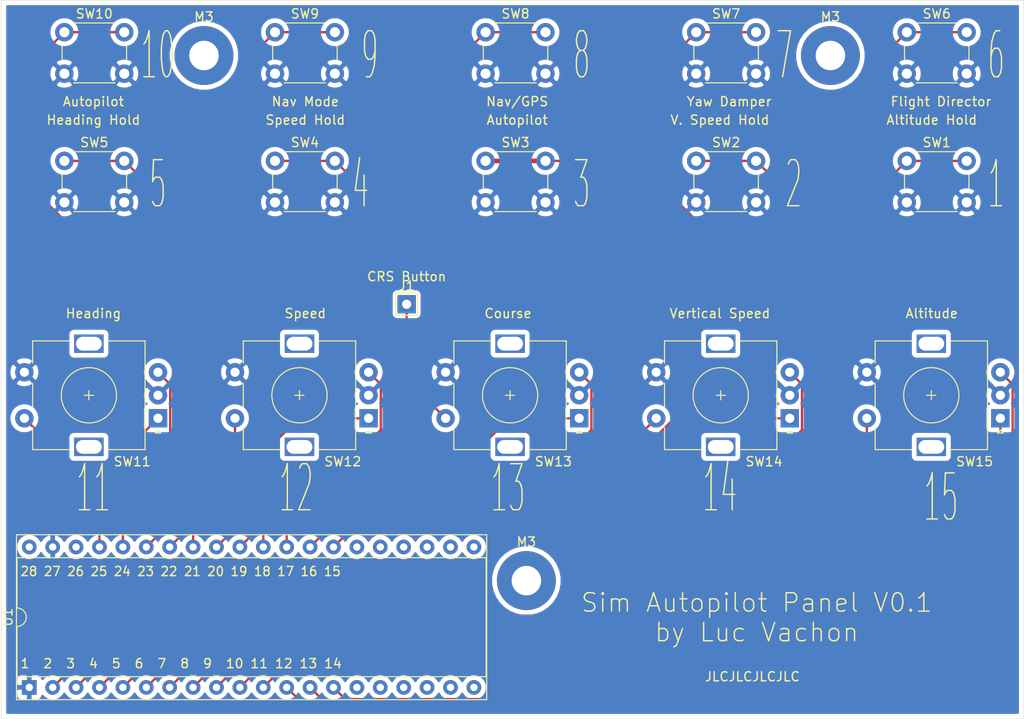
<source format=kicad_pcb>
(kicad_pcb (version 20171130) (host pcbnew "(5.1.6)-1")

  (general
    (thickness 1.6)
    (drawings 39)
    (tracks 141)
    (zones 0)
    (modules 20)
    (nets 29)
  )

  (page A4)
  (layers
    (0 F.Cu signal)
    (31 B.Cu signal)
    (32 B.Adhes user)
    (33 F.Adhes user)
    (34 B.Paste user)
    (35 F.Paste user)
    (36 B.SilkS user)
    (37 F.SilkS user)
    (38 B.Mask user)
    (39 F.Mask user)
    (40 Dwgs.User user)
    (41 Cmts.User user)
    (42 Eco1.User user)
    (43 Eco2.User user)
    (44 Edge.Cuts user)
    (45 Margin user)
    (46 B.CrtYd user)
    (47 F.CrtYd user)
    (48 B.Fab user hide)
    (49 F.Fab user hide)
  )

  (setup
    (last_trace_width 0.25)
    (user_trace_width 0.5)
    (user_trace_width 0.75)
    (user_trace_width 1)
    (trace_clearance 0.2)
    (zone_clearance 0.508)
    (zone_45_only no)
    (trace_min 0.2)
    (via_size 0.8)
    (via_drill 0.4)
    (via_min_size 0.4)
    (via_min_drill 0.3)
    (uvia_size 0.3)
    (uvia_drill 0.1)
    (uvias_allowed no)
    (uvia_min_size 0.2)
    (uvia_min_drill 0.1)
    (edge_width 0.05)
    (segment_width 0.2)
    (pcb_text_width 0.3)
    (pcb_text_size 1.5 1.5)
    (mod_edge_width 0.12)
    (mod_text_size 1 1)
    (mod_text_width 0.15)
    (pad_size 2 2)
    (pad_drill 1)
    (pad_to_mask_clearance 0.05)
    (aux_axis_origin 0 0)
    (visible_elements 7FFFFFFF)
    (pcbplotparams
      (layerselection 0x010f0_ffffffff)
      (usegerberextensions false)
      (usegerberattributes true)
      (usegerberadvancedattributes true)
      (creategerberjobfile true)
      (excludeedgelayer true)
      (linewidth 0.100000)
      (plotframeref false)
      (viasonmask false)
      (mode 1)
      (useauxorigin false)
      (hpglpennumber 1)
      (hpglpenspeed 20)
      (hpglpendiameter 15.000000)
      (psnegative false)
      (psa4output false)
      (plotreference true)
      (plotvalue true)
      (plotinvisibletext false)
      (padsonsilk false)
      (subtractmaskfromsilk false)
      (outputformat 1)
      (mirror false)
      (drillshape 0)
      (scaleselection 1)
      (outputdirectory "gerbers/"))
  )

  (net 0 "")
  (net 1 "Net-(SW1-Pad1)")
  (net 2 "Net-(SW2-Pad1)")
  (net 3 "Net-(SW3-Pad1)")
  (net 4 "Net-(SW4-Pad1)")
  (net 5 "Net-(SW5-Pad1)")
  (net 6 "Net-(SW6-Pad1)")
  (net 7 "Net-(SW7-Pad1)")
  (net 8 "Net-(SW8-Pad1)")
  (net 9 "Net-(SW9-Pad1)")
  (net 10 "Net-(SW10-Pad1)")
  (net 11 "Net-(SW11-PadA)")
  (net 12 GND)
  (net 13 "Net-(SW11-PadB)")
  (net 14 "Net-(SW11-PadS2)")
  (net 15 "Net-(SW12-PadA)")
  (net 16 "Net-(SW12-PadB)")
  (net 17 "Net-(SW12-PadS2)")
  (net 18 "Net-(SW13-PadA)")
  (net 19 "Net-(SW13-PadB)")
  (net 20 "Net-(SW14-PadA)")
  (net 21 "Net-(SW14-PadB)")
  (net 22 "Net-(SW14-PadS2)")
  (net 23 "Net-(SW15-PadA)")
  (net 24 "Net-(SW15-PadB)")
  (net 25 "Net-(SW15-PadS2)")
  (net 26 "Net-(U1-Pad40)")
  (net 27 "Net-(U1-Pad38)")
  (net 28 "Net-(J1-Pad1)")

  (net_class Default "This is the default net class."
    (clearance 0.2)
    (trace_width 0.25)
    (via_dia 0.8)
    (via_drill 0.4)
    (uvia_dia 0.3)
    (uvia_drill 0.1)
    (add_net GND)
    (add_net "Net-(J1-Pad1)")
    (add_net "Net-(SW1-Pad1)")
    (add_net "Net-(SW10-Pad1)")
    (add_net "Net-(SW11-PadA)")
    (add_net "Net-(SW11-PadB)")
    (add_net "Net-(SW11-PadS2)")
    (add_net "Net-(SW12-PadA)")
    (add_net "Net-(SW12-PadB)")
    (add_net "Net-(SW12-PadS2)")
    (add_net "Net-(SW13-PadA)")
    (add_net "Net-(SW13-PadB)")
    (add_net "Net-(SW14-PadA)")
    (add_net "Net-(SW14-PadB)")
    (add_net "Net-(SW14-PadS2)")
    (add_net "Net-(SW15-PadA)")
    (add_net "Net-(SW15-PadB)")
    (add_net "Net-(SW15-PadS2)")
    (add_net "Net-(SW2-Pad1)")
    (add_net "Net-(SW3-Pad1)")
    (add_net "Net-(SW4-Pad1)")
    (add_net "Net-(SW5-Pad1)")
    (add_net "Net-(SW6-Pad1)")
    (add_net "Net-(SW7-Pad1)")
    (add_net "Net-(SW8-Pad1)")
    (add_net "Net-(SW9-Pad1)")
    (add_net "Net-(U1-Pad38)")
    (add_net "Net-(U1-Pad40)")
  )

  (module MountingHole:MountingHole_3.2mm_M3_Pad (layer F.Cu) (tedit 56D1B4CB) (tstamp 5F4B0182)
    (at 120 137)
    (descr "Mounting Hole 3.2mm, M3")
    (tags "mounting hole 3.2mm m3")
    (attr virtual)
    (fp_text reference M3 (at 0 -4.2) (layer F.SilkS)
      (effects (font (size 1 1) (thickness 0.15)))
    )
    (fp_text value MountingHole_3.2mm_M3_Pad (at 0 4.2) (layer F.Fab)
      (effects (font (size 1 1) (thickness 0.15)))
    )
    (fp_circle (center 0 0) (end 3.45 0) (layer F.CrtYd) (width 0.05))
    (fp_circle (center 0 0) (end 3.2 0) (layer Cmts.User) (width 0.15))
    (fp_text user %R (at 0.3 0) (layer F.Fab)
      (effects (font (size 1 1) (thickness 0.15)))
    )
    (pad 1 thru_hole circle (at 0 0) (size 6.4 6.4) (drill 3.2) (layers *.Cu *.Mask))
  )

  (module MountingHole:MountingHole_3.2mm_M3_Pad (layer F.Cu) (tedit 56D1B4CB) (tstamp 5F4B0154)
    (at 85 80)
    (descr "Mounting Hole 3.2mm, M3")
    (tags "mounting hole 3.2mm m3")
    (attr virtual)
    (fp_text reference M3 (at 0 -4.2) (layer F.SilkS)
      (effects (font (size 1 1) (thickness 0.15)))
    )
    (fp_text value MountingHole_3.2mm_M3_Pad (at 0 4.2) (layer F.Fab)
      (effects (font (size 1 1) (thickness 0.15)))
    )
    (fp_circle (center 0 0) (end 3.45 0) (layer F.CrtYd) (width 0.05))
    (fp_circle (center 0 0) (end 3.2 0) (layer Cmts.User) (width 0.15))
    (fp_text user %R (at 0.3 0) (layer F.Fab)
      (effects (font (size 1 1) (thickness 0.15)))
    )
    (pad 1 thru_hole circle (at 0 0) (size 6.4 6.4) (drill 3.2) (layers *.Cu *.Mask))
  )

  (module MountingHole:MountingHole_3.2mm_M3_Pad (layer F.Cu) (tedit 56D1B4CB) (tstamp 5F4B0137)
    (at 153 80)
    (descr "Mounting Hole 3.2mm, M3")
    (tags "mounting hole 3.2mm m3")
    (attr virtual)
    (fp_text reference M3 (at 0 -4.2) (layer F.SilkS)
      (effects (font (size 1 1) (thickness 0.15)))
    )
    (fp_text value MountingHole_3.2mm_M3_Pad (at 0 4.2) (layer F.Fab)
      (effects (font (size 1 1) (thickness 0.15)))
    )
    (fp_circle (center 0 0) (end 3.45 0) (layer F.CrtYd) (width 0.05))
    (fp_circle (center 0 0) (end 3.2 0) (layer Cmts.User) (width 0.15))
    (fp_text user %R (at 0.3 0) (layer F.Fab)
      (effects (font (size 1 1) (thickness 0.15)))
    )
    (pad 1 thru_hole circle (at 0 0) (size 6.4 6.4) (drill 3.2) (layers *.Cu *.Mask))
  )

  (module TestPoint:TestPoint_THTPad_2.0x2.0mm_Drill1.0mm (layer F.Cu) (tedit 5A0F774F) (tstamp 5F4AF3CD)
    (at 107 107)
    (descr "THT rectangular pad as test Point, square 2.0mm_Drill1.0mm  side length, hole diameter 1.0mm")
    (tags "test point THT pad rectangle square")
    (path /5F4E6971)
    (attr virtual)
    (fp_text reference J1 (at 0 -1.998) (layer F.SilkS)
      (effects (font (size 1 1) (thickness 0.15)))
    )
    (fp_text value Conn_01x01 (at 0 2.05) (layer F.Fab)
      (effects (font (size 1 1) (thickness 0.15)))
    )
    (fp_line (start 1.5 1.5) (end -1.5 1.5) (layer F.CrtYd) (width 0.05))
    (fp_line (start 1.5 1.5) (end 1.5 -1.5) (layer F.CrtYd) (width 0.05))
    (fp_line (start -1.5 -1.5) (end -1.5 1.5) (layer F.CrtYd) (width 0.05))
    (fp_line (start -1.5 -1.5) (end 1.5 -1.5) (layer F.CrtYd) (width 0.05))
    (fp_line (start -1.2 1.2) (end -1.2 -1.2) (layer F.SilkS) (width 0.12))
    (fp_line (start 1.2 1.2) (end -1.2 1.2) (layer F.SilkS) (width 0.12))
    (fp_line (start 1.2 -1.2) (end 1.2 1.2) (layer F.SilkS) (width 0.12))
    (fp_line (start -1.2 -1.2) (end 1.2 -1.2) (layer F.SilkS) (width 0.12))
    (fp_text user %R (at 0 -2) (layer F.Fab)
      (effects (font (size 1 1) (thickness 0.15)))
    )
    (pad 1 thru_hole rect (at 0 0) (size 2 2) (drill 1) (layers *.Cu *.Mask)
      (net 28 "Net-(J1-Pad1)"))
  )

  (module Package_DIP:DIP-40_W15.24mm_Socket (layer F.Cu) (tedit 5A02E8C5) (tstamp 5F45FC53)
    (at 66.04 148.59 90)
    (descr "40-lead though-hole mounted DIP package, row spacing 15.24 mm (600 mils), Socket")
    (tags "THT DIP DIL PDIP 2.54mm 15.24mm 600mil Socket")
    (path /5F479B1F)
    (fp_text reference U1 (at 7.62 -2.33 90) (layer F.SilkS)
      (effects (font (size 1 1) (thickness 0.15)))
    )
    (fp_text value Teensy3_2 (at 7.62 50.59 90) (layer F.Fab)
      (effects (font (size 1 1) (thickness 0.15)))
    )
    (fp_line (start 16.8 -1.6) (end -1.55 -1.6) (layer F.CrtYd) (width 0.05))
    (fp_line (start 16.8 49.85) (end 16.8 -1.6) (layer F.CrtYd) (width 0.05))
    (fp_line (start -1.55 49.85) (end 16.8 49.85) (layer F.CrtYd) (width 0.05))
    (fp_line (start -1.55 -1.6) (end -1.55 49.85) (layer F.CrtYd) (width 0.05))
    (fp_line (start 16.57 -1.39) (end -1.33 -1.39) (layer F.SilkS) (width 0.12))
    (fp_line (start 16.57 49.65) (end 16.57 -1.39) (layer F.SilkS) (width 0.12))
    (fp_line (start -1.33 49.65) (end 16.57 49.65) (layer F.SilkS) (width 0.12))
    (fp_line (start -1.33 -1.39) (end -1.33 49.65) (layer F.SilkS) (width 0.12))
    (fp_line (start 14.08 -1.33) (end 8.62 -1.33) (layer F.SilkS) (width 0.12))
    (fp_line (start 14.08 49.59) (end 14.08 -1.33) (layer F.SilkS) (width 0.12))
    (fp_line (start 1.16 49.59) (end 14.08 49.59) (layer F.SilkS) (width 0.12))
    (fp_line (start 1.16 -1.33) (end 1.16 49.59) (layer F.SilkS) (width 0.12))
    (fp_line (start 6.62 -1.33) (end 1.16 -1.33) (layer F.SilkS) (width 0.12))
    (fp_line (start 16.51 -1.33) (end -1.27 -1.33) (layer F.Fab) (width 0.1))
    (fp_line (start 16.51 49.59) (end 16.51 -1.33) (layer F.Fab) (width 0.1))
    (fp_line (start -1.27 49.59) (end 16.51 49.59) (layer F.Fab) (width 0.1))
    (fp_line (start -1.27 -1.33) (end -1.27 49.59) (layer F.Fab) (width 0.1))
    (fp_line (start 0.255 -0.27) (end 1.255 -1.27) (layer F.Fab) (width 0.1))
    (fp_line (start 0.255 49.53) (end 0.255 -0.27) (layer F.Fab) (width 0.1))
    (fp_line (start 14.985 49.53) (end 0.255 49.53) (layer F.Fab) (width 0.1))
    (fp_line (start 14.985 -1.27) (end 14.985 49.53) (layer F.Fab) (width 0.1))
    (fp_line (start 1.255 -1.27) (end 14.985 -1.27) (layer F.Fab) (width 0.1))
    (fp_text user %R (at 7.62 24.13 90) (layer F.Fab)
      (effects (font (size 1 1) (thickness 0.15)))
    )
    (fp_arc (start 7.62 -1.33) (end 6.62 -1.33) (angle -180) (layer F.SilkS) (width 0.12))
    (pad 40 thru_hole oval (at 15.24 0 90) (size 1.6 1.6) (drill 0.8) (layers *.Cu *.Mask)
      (net 26 "Net-(U1-Pad40)"))
    (pad 20 thru_hole oval (at 0 48.26 90) (size 1.6 1.6) (drill 0.8) (layers *.Cu *.Mask))
    (pad 39 thru_hole oval (at 15.24 2.54 90) (size 1.6 1.6) (drill 0.8) (layers *.Cu *.Mask)
      (net 12 GND))
    (pad 19 thru_hole oval (at 0 45.72 90) (size 1.6 1.6) (drill 0.8) (layers *.Cu *.Mask))
    (pad 38 thru_hole oval (at 15.24 5.08 90) (size 1.6 1.6) (drill 0.8) (layers *.Cu *.Mask)
      (net 27 "Net-(U1-Pad38)"))
    (pad 18 thru_hole oval (at 0 43.18 90) (size 1.6 1.6) (drill 0.8) (layers *.Cu *.Mask))
    (pad 37 thru_hole oval (at 15.24 7.62 90) (size 1.6 1.6) (drill 0.8) (layers *.Cu *.Mask)
      (net 14 "Net-(SW11-PadS2)"))
    (pad 17 thru_hole oval (at 0 40.64 90) (size 1.6 1.6) (drill 0.8) (layers *.Cu *.Mask))
    (pad 36 thru_hole oval (at 15.24 10.16 90) (size 1.6 1.6) (drill 0.8) (layers *.Cu *.Mask)
      (net 11 "Net-(SW11-PadA)"))
    (pad 16 thru_hole oval (at 0 38.1 90) (size 1.6 1.6) (drill 0.8) (layers *.Cu *.Mask))
    (pad 35 thru_hole oval (at 15.24 12.7 90) (size 1.6 1.6) (drill 0.8) (layers *.Cu *.Mask)
      (net 13 "Net-(SW11-PadB)"))
    (pad 15 thru_hole oval (at 0 35.56 90) (size 1.6 1.6) (drill 0.8) (layers *.Cu *.Mask))
    (pad 34 thru_hole oval (at 15.24 15.24 90) (size 1.6 1.6) (drill 0.8) (layers *.Cu *.Mask)
      (net 17 "Net-(SW12-PadS2)"))
    (pad 14 thru_hole oval (at 0 33.02 90) (size 1.6 1.6) (drill 0.8) (layers *.Cu *.Mask)
      (net 25 "Net-(SW15-PadS2)"))
    (pad 33 thru_hole oval (at 15.24 17.78 90) (size 1.6 1.6) (drill 0.8) (layers *.Cu *.Mask)
      (net 15 "Net-(SW12-PadA)"))
    (pad 13 thru_hole oval (at 0 30.48 90) (size 1.6 1.6) (drill 0.8) (layers *.Cu *.Mask)
      (net 23 "Net-(SW15-PadA)"))
    (pad 32 thru_hole oval (at 15.24 20.32 90) (size 1.6 1.6) (drill 0.8) (layers *.Cu *.Mask)
      (net 16 "Net-(SW12-PadB)"))
    (pad 12 thru_hole oval (at 0 27.94 90) (size 1.6 1.6) (drill 0.8) (layers *.Cu *.Mask)
      (net 24 "Net-(SW15-PadB)"))
    (pad 31 thru_hole oval (at 15.24 22.86 90) (size 1.6 1.6) (drill 0.8) (layers *.Cu *.Mask)
      (net 18 "Net-(SW13-PadA)"))
    (pad 11 thru_hole oval (at 0 25.4 90) (size 1.6 1.6) (drill 0.8) (layers *.Cu *.Mask)
      (net 1 "Net-(SW1-Pad1)"))
    (pad 30 thru_hole oval (at 15.24 25.4 90) (size 1.6 1.6) (drill 0.8) (layers *.Cu *.Mask)
      (net 19 "Net-(SW13-PadB)"))
    (pad 10 thru_hole oval (at 0 22.86 90) (size 1.6 1.6) (drill 0.8) (layers *.Cu *.Mask)
      (net 2 "Net-(SW2-Pad1)"))
    (pad 29 thru_hole oval (at 15.24 27.94 90) (size 1.6 1.6) (drill 0.8) (layers *.Cu *.Mask)
      (net 22 "Net-(SW14-PadS2)"))
    (pad 9 thru_hole oval (at 0 20.32 90) (size 1.6 1.6) (drill 0.8) (layers *.Cu *.Mask)
      (net 3 "Net-(SW3-Pad1)"))
    (pad 28 thru_hole oval (at 15.24 30.48 90) (size 1.6 1.6) (drill 0.8) (layers *.Cu *.Mask)
      (net 20 "Net-(SW14-PadA)"))
    (pad 8 thru_hole oval (at 0 17.78 90) (size 1.6 1.6) (drill 0.8) (layers *.Cu *.Mask)
      (net 4 "Net-(SW4-Pad1)"))
    (pad 27 thru_hole oval (at 15.24 33.02 90) (size 1.6 1.6) (drill 0.8) (layers *.Cu *.Mask)
      (net 21 "Net-(SW14-PadB)"))
    (pad 7 thru_hole oval (at 0 15.24 90) (size 1.6 1.6) (drill 0.8) (layers *.Cu *.Mask)
      (net 5 "Net-(SW5-Pad1)"))
    (pad 26 thru_hole oval (at 15.24 35.56 90) (size 1.6 1.6) (drill 0.8) (layers *.Cu *.Mask))
    (pad 6 thru_hole oval (at 0 12.7 90) (size 1.6 1.6) (drill 0.8) (layers *.Cu *.Mask)
      (net 6 "Net-(SW6-Pad1)"))
    (pad 25 thru_hole oval (at 15.24 38.1 90) (size 1.6 1.6) (drill 0.8) (layers *.Cu *.Mask))
    (pad 5 thru_hole oval (at 0 10.16 90) (size 1.6 1.6) (drill 0.8) (layers *.Cu *.Mask)
      (net 7 "Net-(SW7-Pad1)"))
    (pad 24 thru_hole oval (at 15.24 40.64 90) (size 1.6 1.6) (drill 0.8) (layers *.Cu *.Mask))
    (pad 4 thru_hole oval (at 0 7.62 90) (size 1.6 1.6) (drill 0.8) (layers *.Cu *.Mask)
      (net 8 "Net-(SW8-Pad1)"))
    (pad 23 thru_hole oval (at 15.24 43.18 90) (size 1.6 1.6) (drill 0.8) (layers *.Cu *.Mask))
    (pad 3 thru_hole oval (at 0 5.08 90) (size 1.6 1.6) (drill 0.8) (layers *.Cu *.Mask)
      (net 9 "Net-(SW9-Pad1)"))
    (pad 22 thru_hole oval (at 15.24 45.72 90) (size 1.6 1.6) (drill 0.8) (layers *.Cu *.Mask))
    (pad 2 thru_hole oval (at 0 2.54 90) (size 1.6 1.6) (drill 0.8) (layers *.Cu *.Mask)
      (net 10 "Net-(SW10-Pad1)"))
    (pad 21 thru_hole oval (at 15.24 48.26 90) (size 1.6 1.6) (drill 0.8) (layers *.Cu *.Mask))
    (pad 1 thru_hole rect (at 0 0 90) (size 1.6 1.6) (drill 0.8) (layers *.Cu *.Mask)
      (net 12 GND))
    (model ${KISYS3DMOD}/Package_DIP.3dshapes/DIP-40_W15.24mm_Socket.wrl
      (at (xyz 0 0 0))
      (scale (xyz 1 1 1))
      (rotate (xyz 0 0 0))
    )
  )

  (module Button_Switch_THT:SW_PUSH_6mm (layer F.Cu) (tedit 5A02FE31) (tstamp 5F467D81)
    (at 138.43 77.47)
    (descr https://www.omron.com/ecb/products/pdf/en-b3f.pdf)
    (tags "tact sw push 6mm")
    (path /5F538273)
    (fp_text reference SW7 (at 3.25 -2) (layer F.SilkS)
      (effects (font (size 1 1) (thickness 0.15)))
    )
    (fp_text value My2pin_SW_MEC_5G (at 3.75 6.7) (layer F.Fab)
      (effects (font (size 1 1) (thickness 0.15)))
    )
    (fp_line (start 3.25 -0.75) (end 6.25 -0.75) (layer F.Fab) (width 0.1))
    (fp_line (start 6.25 -0.75) (end 6.25 5.25) (layer F.Fab) (width 0.1))
    (fp_line (start 6.25 5.25) (end 0.25 5.25) (layer F.Fab) (width 0.1))
    (fp_line (start 0.25 5.25) (end 0.25 -0.75) (layer F.Fab) (width 0.1))
    (fp_line (start 0.25 -0.75) (end 3.25 -0.75) (layer F.Fab) (width 0.1))
    (fp_line (start 7.75 6) (end 8 6) (layer F.CrtYd) (width 0.05))
    (fp_line (start 8 6) (end 8 5.75) (layer F.CrtYd) (width 0.05))
    (fp_line (start 7.75 -1.5) (end 8 -1.5) (layer F.CrtYd) (width 0.05))
    (fp_line (start 8 -1.5) (end 8 -1.25) (layer F.CrtYd) (width 0.05))
    (fp_line (start -1.5 -1.25) (end -1.5 -1.5) (layer F.CrtYd) (width 0.05))
    (fp_line (start -1.5 -1.5) (end -1.25 -1.5) (layer F.CrtYd) (width 0.05))
    (fp_line (start -1.5 5.75) (end -1.5 6) (layer F.CrtYd) (width 0.05))
    (fp_line (start -1.5 6) (end -1.25 6) (layer F.CrtYd) (width 0.05))
    (fp_line (start -1.25 -1.5) (end 7.75 -1.5) (layer F.CrtYd) (width 0.05))
    (fp_line (start -1.5 5.75) (end -1.5 -1.25) (layer F.CrtYd) (width 0.05))
    (fp_line (start 7.75 6) (end -1.25 6) (layer F.CrtYd) (width 0.05))
    (fp_line (start 8 -1.25) (end 8 5.75) (layer F.CrtYd) (width 0.05))
    (fp_line (start 1 5.5) (end 5.5 5.5) (layer F.SilkS) (width 0.12))
    (fp_line (start -0.25 1.5) (end -0.25 3) (layer F.SilkS) (width 0.12))
    (fp_line (start 5.5 -1) (end 1 -1) (layer F.SilkS) (width 0.12))
    (fp_line (start 6.75 3) (end 6.75 1.5) (layer F.SilkS) (width 0.12))
    (fp_circle (center 3.25 2.25) (end 1.25 2.5) (layer F.Fab) (width 0.1))
    (fp_text user %R (at 3.25 2.25) (layer F.Fab)
      (effects (font (size 1 1) (thickness 0.15)))
    )
    (pad 1 thru_hole circle (at 6.5 0 90) (size 2 2) (drill 1.1) (layers *.Cu *.Mask)
      (net 7 "Net-(SW7-Pad1)"))
    (pad 2 thru_hole circle (at 6.5 4.5 90) (size 2 2) (drill 1.1) (layers *.Cu *.Mask)
      (net 12 GND))
    (pad 1 thru_hole circle (at 0 0 90) (size 2 2) (drill 1.1) (layers *.Cu *.Mask)
      (net 7 "Net-(SW7-Pad1)"))
    (pad 2 thru_hole circle (at 0 4.5 90) (size 2 2) (drill 1.1) (layers *.Cu *.Mask)
      (net 12 GND))
    (model ${KISYS3DMOD}/Button_Switch_THT.3dshapes/SW_PUSH_6mm.wrl
      (at (xyz 0 0 0))
      (scale (xyz 1 1 1))
      (rotate (xyz 0 0 0))
    )
  )

  (module Button_Switch_THT:SW_PUSH_6mm (layer F.Cu) (tedit 5A02FE31) (tstamp 5F467CC7)
    (at 161.29 91.44)
    (descr https://www.omron.com/ecb/products/pdf/en-b3f.pdf)
    (tags "tact sw push 6mm")
    (path /5F5334DC)
    (fp_text reference SW1 (at 3.25 -2) (layer F.SilkS)
      (effects (font (size 1 1) (thickness 0.15)))
    )
    (fp_text value My2pin_SW_MEC_5G (at 3.75 6.7) (layer F.Fab)
      (effects (font (size 1 1) (thickness 0.15)))
    )
    (fp_line (start 3.25 -0.75) (end 6.25 -0.75) (layer F.Fab) (width 0.1))
    (fp_line (start 6.25 -0.75) (end 6.25 5.25) (layer F.Fab) (width 0.1))
    (fp_line (start 6.25 5.25) (end 0.25 5.25) (layer F.Fab) (width 0.1))
    (fp_line (start 0.25 5.25) (end 0.25 -0.75) (layer F.Fab) (width 0.1))
    (fp_line (start 0.25 -0.75) (end 3.25 -0.75) (layer F.Fab) (width 0.1))
    (fp_line (start 7.75 6) (end 8 6) (layer F.CrtYd) (width 0.05))
    (fp_line (start 8 6) (end 8 5.75) (layer F.CrtYd) (width 0.05))
    (fp_line (start 7.75 -1.5) (end 8 -1.5) (layer F.CrtYd) (width 0.05))
    (fp_line (start 8 -1.5) (end 8 -1.25) (layer F.CrtYd) (width 0.05))
    (fp_line (start -1.5 -1.25) (end -1.5 -1.5) (layer F.CrtYd) (width 0.05))
    (fp_line (start -1.5 -1.5) (end -1.25 -1.5) (layer F.CrtYd) (width 0.05))
    (fp_line (start -1.5 5.75) (end -1.5 6) (layer F.CrtYd) (width 0.05))
    (fp_line (start -1.5 6) (end -1.25 6) (layer F.CrtYd) (width 0.05))
    (fp_line (start -1.25 -1.5) (end 7.75 -1.5) (layer F.CrtYd) (width 0.05))
    (fp_line (start -1.5 5.75) (end -1.5 -1.25) (layer F.CrtYd) (width 0.05))
    (fp_line (start 7.75 6) (end -1.25 6) (layer F.CrtYd) (width 0.05))
    (fp_line (start 8 -1.25) (end 8 5.75) (layer F.CrtYd) (width 0.05))
    (fp_line (start 1 5.5) (end 5.5 5.5) (layer F.SilkS) (width 0.12))
    (fp_line (start -0.25 1.5) (end -0.25 3) (layer F.SilkS) (width 0.12))
    (fp_line (start 5.5 -1) (end 1 -1) (layer F.SilkS) (width 0.12))
    (fp_line (start 6.75 3) (end 6.75 1.5) (layer F.SilkS) (width 0.12))
    (fp_circle (center 3.25 2.25) (end 1.25 2.5) (layer F.Fab) (width 0.1))
    (fp_text user %R (at 3.25 2.25) (layer F.Fab)
      (effects (font (size 1 1) (thickness 0.15)))
    )
    (pad 1 thru_hole circle (at 6.5 0 90) (size 2 2) (drill 1.1) (layers *.Cu *.Mask)
      (net 1 "Net-(SW1-Pad1)"))
    (pad 2 thru_hole circle (at 6.5 4.5 90) (size 2 2) (drill 1.1) (layers *.Cu *.Mask)
      (net 12 GND))
    (pad 1 thru_hole circle (at 0 0 90) (size 2 2) (drill 1.1) (layers *.Cu *.Mask)
      (net 1 "Net-(SW1-Pad1)"))
    (pad 2 thru_hole circle (at 0 4.5 90) (size 2 2) (drill 1.1) (layers *.Cu *.Mask)
      (net 12 GND))
    (model ${KISYS3DMOD}/Button_Switch_THT.3dshapes/SW_PUSH_6mm.wrl
      (at (xyz 0 0 0))
      (scale (xyz 1 1 1))
      (rotate (xyz 0 0 0))
    )
  )

  (module Button_Switch_THT:SW_PUSH_6mm (layer F.Cu) (tedit 5A02FE31) (tstamp 5F467D05)
    (at 115.57 91.44)
    (descr https://www.omron.com/ecb/products/pdf/en-b3f.pdf)
    (tags "tact sw push 6mm")
    (path /5F5359C1)
    (fp_text reference SW3 (at 3.25 -2) (layer F.SilkS)
      (effects (font (size 1 1) (thickness 0.15)))
    )
    (fp_text value My2pin_SW_MEC_5G (at 3.75 6.7) (layer F.Fab)
      (effects (font (size 1 1) (thickness 0.15)))
    )
    (fp_circle (center 3.25 2.25) (end 1.25 2.5) (layer F.Fab) (width 0.1))
    (fp_line (start 6.75 3) (end 6.75 1.5) (layer F.SilkS) (width 0.12))
    (fp_line (start 5.5 -1) (end 1 -1) (layer F.SilkS) (width 0.12))
    (fp_line (start -0.25 1.5) (end -0.25 3) (layer F.SilkS) (width 0.12))
    (fp_line (start 1 5.5) (end 5.5 5.5) (layer F.SilkS) (width 0.12))
    (fp_line (start 8 -1.25) (end 8 5.75) (layer F.CrtYd) (width 0.05))
    (fp_line (start 7.75 6) (end -1.25 6) (layer F.CrtYd) (width 0.05))
    (fp_line (start -1.5 5.75) (end -1.5 -1.25) (layer F.CrtYd) (width 0.05))
    (fp_line (start -1.25 -1.5) (end 7.75 -1.5) (layer F.CrtYd) (width 0.05))
    (fp_line (start -1.5 6) (end -1.25 6) (layer F.CrtYd) (width 0.05))
    (fp_line (start -1.5 5.75) (end -1.5 6) (layer F.CrtYd) (width 0.05))
    (fp_line (start -1.5 -1.5) (end -1.25 -1.5) (layer F.CrtYd) (width 0.05))
    (fp_line (start -1.5 -1.25) (end -1.5 -1.5) (layer F.CrtYd) (width 0.05))
    (fp_line (start 8 -1.5) (end 8 -1.25) (layer F.CrtYd) (width 0.05))
    (fp_line (start 7.75 -1.5) (end 8 -1.5) (layer F.CrtYd) (width 0.05))
    (fp_line (start 8 6) (end 8 5.75) (layer F.CrtYd) (width 0.05))
    (fp_line (start 7.75 6) (end 8 6) (layer F.CrtYd) (width 0.05))
    (fp_line (start 0.25 -0.75) (end 3.25 -0.75) (layer F.Fab) (width 0.1))
    (fp_line (start 0.25 5.25) (end 0.25 -0.75) (layer F.Fab) (width 0.1))
    (fp_line (start 6.25 5.25) (end 0.25 5.25) (layer F.Fab) (width 0.1))
    (fp_line (start 6.25 -0.75) (end 6.25 5.25) (layer F.Fab) (width 0.1))
    (fp_line (start 3.25 -0.75) (end 6.25 -0.75) (layer F.Fab) (width 0.1))
    (fp_text user %R (at 3.25 2.25) (layer F.Fab)
      (effects (font (size 1 1) (thickness 0.15)))
    )
    (pad 2 thru_hole circle (at 0 4.5 90) (size 2 2) (drill 1.1) (layers *.Cu *.Mask)
      (net 12 GND))
    (pad 1 thru_hole circle (at 0 0 90) (size 2 2) (drill 1.1) (layers *.Cu *.Mask)
      (net 3 "Net-(SW3-Pad1)"))
    (pad 2 thru_hole circle (at 6.5 4.5 90) (size 2 2) (drill 1.1) (layers *.Cu *.Mask)
      (net 12 GND))
    (pad 1 thru_hole circle (at 6.5 0 90) (size 2 2) (drill 1.1) (layers *.Cu *.Mask)
      (net 3 "Net-(SW3-Pad1)"))
    (model ${KISYS3DMOD}/Button_Switch_THT.3dshapes/SW_PUSH_6mm.wrl
      (at (xyz 0 0 0))
      (scale (xyz 1 1 1))
      (rotate (xyz 0 0 0))
    )
  )

  (module Button_Switch_THT:SW_PUSH_6mm (layer F.Cu) (tedit 5A02FE31) (tstamp 5F467D43)
    (at 69.85 91.44)
    (descr https://www.omron.com/ecb/products/pdf/en-b3f.pdf)
    (tags "tact sw push 6mm")
    (path /5F53B4D1)
    (fp_text reference SW5 (at 3.25 -2) (layer F.SilkS)
      (effects (font (size 1 1) (thickness 0.15)))
    )
    (fp_text value My2pin_SW_MEC_5G (at 3.75 6.7) (layer F.Fab)
      (effects (font (size 1 1) (thickness 0.15)))
    )
    (fp_line (start 3.25 -0.75) (end 6.25 -0.75) (layer F.Fab) (width 0.1))
    (fp_line (start 6.25 -0.75) (end 6.25 5.25) (layer F.Fab) (width 0.1))
    (fp_line (start 6.25 5.25) (end 0.25 5.25) (layer F.Fab) (width 0.1))
    (fp_line (start 0.25 5.25) (end 0.25 -0.75) (layer F.Fab) (width 0.1))
    (fp_line (start 0.25 -0.75) (end 3.25 -0.75) (layer F.Fab) (width 0.1))
    (fp_line (start 7.75 6) (end 8 6) (layer F.CrtYd) (width 0.05))
    (fp_line (start 8 6) (end 8 5.75) (layer F.CrtYd) (width 0.05))
    (fp_line (start 7.75 -1.5) (end 8 -1.5) (layer F.CrtYd) (width 0.05))
    (fp_line (start 8 -1.5) (end 8 -1.25) (layer F.CrtYd) (width 0.05))
    (fp_line (start -1.5 -1.25) (end -1.5 -1.5) (layer F.CrtYd) (width 0.05))
    (fp_line (start -1.5 -1.5) (end -1.25 -1.5) (layer F.CrtYd) (width 0.05))
    (fp_line (start -1.5 5.75) (end -1.5 6) (layer F.CrtYd) (width 0.05))
    (fp_line (start -1.5 6) (end -1.25 6) (layer F.CrtYd) (width 0.05))
    (fp_line (start -1.25 -1.5) (end 7.75 -1.5) (layer F.CrtYd) (width 0.05))
    (fp_line (start -1.5 5.75) (end -1.5 -1.25) (layer F.CrtYd) (width 0.05))
    (fp_line (start 7.75 6) (end -1.25 6) (layer F.CrtYd) (width 0.05))
    (fp_line (start 8 -1.25) (end 8 5.75) (layer F.CrtYd) (width 0.05))
    (fp_line (start 1 5.5) (end 5.5 5.5) (layer F.SilkS) (width 0.12))
    (fp_line (start -0.25 1.5) (end -0.25 3) (layer F.SilkS) (width 0.12))
    (fp_line (start 5.5 -1) (end 1 -1) (layer F.SilkS) (width 0.12))
    (fp_line (start 6.75 3) (end 6.75 1.5) (layer F.SilkS) (width 0.12))
    (fp_circle (center 3.25 2.25) (end 1.25 2.5) (layer F.Fab) (width 0.1))
    (fp_text user %R (at 3.25 2.25) (layer F.Fab)
      (effects (font (size 1 1) (thickness 0.15)))
    )
    (pad 1 thru_hole circle (at 6.5 0 90) (size 2 2) (drill 1.1) (layers *.Cu *.Mask)
      (net 5 "Net-(SW5-Pad1)"))
    (pad 2 thru_hole circle (at 6.5 4.5 90) (size 2 2) (drill 1.1) (layers *.Cu *.Mask)
      (net 12 GND))
    (pad 1 thru_hole circle (at 0 0 90) (size 2 2) (drill 1.1) (layers *.Cu *.Mask)
      (net 5 "Net-(SW5-Pad1)"))
    (pad 2 thru_hole circle (at 0 4.5 90) (size 2 2) (drill 1.1) (layers *.Cu *.Mask)
      (net 12 GND))
    (model ${KISYS3DMOD}/Button_Switch_THT.3dshapes/SW_PUSH_6mm.wrl
      (at (xyz 0 0 0))
      (scale (xyz 1 1 1))
      (rotate (xyz 0 0 0))
    )
  )

  (module Button_Switch_THT:SW_PUSH_6mm (layer F.Cu) (tedit 5A02FE31) (tstamp 5F467CE6)
    (at 138.43 91.44)
    (descr https://www.omron.com/ecb/products/pdf/en-b3f.pdf)
    (tags "tact sw push 6mm")
    (path /5F533AA3)
    (fp_text reference SW2 (at 3.25 -2) (layer F.SilkS)
      (effects (font (size 1 1) (thickness 0.15)))
    )
    (fp_text value My2pin_SW_MEC_5G (at 3.75 6.7) (layer F.Fab)
      (effects (font (size 1 1) (thickness 0.15)))
    )
    (fp_line (start 3.25 -0.75) (end 6.25 -0.75) (layer F.Fab) (width 0.1))
    (fp_line (start 6.25 -0.75) (end 6.25 5.25) (layer F.Fab) (width 0.1))
    (fp_line (start 6.25 5.25) (end 0.25 5.25) (layer F.Fab) (width 0.1))
    (fp_line (start 0.25 5.25) (end 0.25 -0.75) (layer F.Fab) (width 0.1))
    (fp_line (start 0.25 -0.75) (end 3.25 -0.75) (layer F.Fab) (width 0.1))
    (fp_line (start 7.75 6) (end 8 6) (layer F.CrtYd) (width 0.05))
    (fp_line (start 8 6) (end 8 5.75) (layer F.CrtYd) (width 0.05))
    (fp_line (start 7.75 -1.5) (end 8 -1.5) (layer F.CrtYd) (width 0.05))
    (fp_line (start 8 -1.5) (end 8 -1.25) (layer F.CrtYd) (width 0.05))
    (fp_line (start -1.5 -1.25) (end -1.5 -1.5) (layer F.CrtYd) (width 0.05))
    (fp_line (start -1.5 -1.5) (end -1.25 -1.5) (layer F.CrtYd) (width 0.05))
    (fp_line (start -1.5 5.75) (end -1.5 6) (layer F.CrtYd) (width 0.05))
    (fp_line (start -1.5 6) (end -1.25 6) (layer F.CrtYd) (width 0.05))
    (fp_line (start -1.25 -1.5) (end 7.75 -1.5) (layer F.CrtYd) (width 0.05))
    (fp_line (start -1.5 5.75) (end -1.5 -1.25) (layer F.CrtYd) (width 0.05))
    (fp_line (start 7.75 6) (end -1.25 6) (layer F.CrtYd) (width 0.05))
    (fp_line (start 8 -1.25) (end 8 5.75) (layer F.CrtYd) (width 0.05))
    (fp_line (start 1 5.5) (end 5.5 5.5) (layer F.SilkS) (width 0.12))
    (fp_line (start -0.25 1.5) (end -0.25 3) (layer F.SilkS) (width 0.12))
    (fp_line (start 5.5 -1) (end 1 -1) (layer F.SilkS) (width 0.12))
    (fp_line (start 6.75 3) (end 6.75 1.5) (layer F.SilkS) (width 0.12))
    (fp_circle (center 3.25 2.25) (end 1.25 2.5) (layer F.Fab) (width 0.1))
    (fp_text user %R (at 3.25 2.25) (layer F.Fab)
      (effects (font (size 1 1) (thickness 0.15)))
    )
    (pad 1 thru_hole circle (at 6.5 0 90) (size 2 2) (drill 1.1) (layers *.Cu *.Mask)
      (net 2 "Net-(SW2-Pad1)"))
    (pad 2 thru_hole circle (at 6.5 4.5 90) (size 2 2) (drill 1.1) (layers *.Cu *.Mask)
      (net 12 GND))
    (pad 1 thru_hole circle (at 0 0 90) (size 2 2) (drill 1.1) (layers *.Cu *.Mask)
      (net 2 "Net-(SW2-Pad1)"))
    (pad 2 thru_hole circle (at 0 4.5 90) (size 2 2) (drill 1.1) (layers *.Cu *.Mask)
      (net 12 GND))
    (model ${KISYS3DMOD}/Button_Switch_THT.3dshapes/SW_PUSH_6mm.wrl
      (at (xyz 0 0 0))
      (scale (xyz 1 1 1))
      (rotate (xyz 0 0 0))
    )
  )

  (module Button_Switch_THT:SW_PUSH_6mm (layer F.Cu) (tedit 5A02FE31) (tstamp 5F467DDE)
    (at 69.85 77.47)
    (descr https://www.omron.com/ecb/products/pdf/en-b3f.pdf)
    (tags "tact sw push 6mm")
    (path /5F53D195)
    (fp_text reference SW10 (at 3.25 -2) (layer F.SilkS)
      (effects (font (size 1 1) (thickness 0.15)))
    )
    (fp_text value My2pin_SW_MEC_5G (at 3.75 6.7) (layer F.Fab)
      (effects (font (size 1 1) (thickness 0.15)))
    )
    (fp_line (start 3.25 -0.75) (end 6.25 -0.75) (layer F.Fab) (width 0.1))
    (fp_line (start 6.25 -0.75) (end 6.25 5.25) (layer F.Fab) (width 0.1))
    (fp_line (start 6.25 5.25) (end 0.25 5.25) (layer F.Fab) (width 0.1))
    (fp_line (start 0.25 5.25) (end 0.25 -0.75) (layer F.Fab) (width 0.1))
    (fp_line (start 0.25 -0.75) (end 3.25 -0.75) (layer F.Fab) (width 0.1))
    (fp_line (start 7.75 6) (end 8 6) (layer F.CrtYd) (width 0.05))
    (fp_line (start 8 6) (end 8 5.75) (layer F.CrtYd) (width 0.05))
    (fp_line (start 7.75 -1.5) (end 8 -1.5) (layer F.CrtYd) (width 0.05))
    (fp_line (start 8 -1.5) (end 8 -1.25) (layer F.CrtYd) (width 0.05))
    (fp_line (start -1.5 -1.25) (end -1.5 -1.5) (layer F.CrtYd) (width 0.05))
    (fp_line (start -1.5 -1.5) (end -1.25 -1.5) (layer F.CrtYd) (width 0.05))
    (fp_line (start -1.5 5.75) (end -1.5 6) (layer F.CrtYd) (width 0.05))
    (fp_line (start -1.5 6) (end -1.25 6) (layer F.CrtYd) (width 0.05))
    (fp_line (start -1.25 -1.5) (end 7.75 -1.5) (layer F.CrtYd) (width 0.05))
    (fp_line (start -1.5 5.75) (end -1.5 -1.25) (layer F.CrtYd) (width 0.05))
    (fp_line (start 7.75 6) (end -1.25 6) (layer F.CrtYd) (width 0.05))
    (fp_line (start 8 -1.25) (end 8 5.75) (layer F.CrtYd) (width 0.05))
    (fp_line (start 1 5.5) (end 5.5 5.5) (layer F.SilkS) (width 0.12))
    (fp_line (start -0.25 1.5) (end -0.25 3) (layer F.SilkS) (width 0.12))
    (fp_line (start 5.5 -1) (end 1 -1) (layer F.SilkS) (width 0.12))
    (fp_line (start 6.75 3) (end 6.75 1.5) (layer F.SilkS) (width 0.12))
    (fp_circle (center 3.25 2.25) (end 1.25 2.5) (layer F.Fab) (width 0.1))
    (fp_text user %R (at 3.25 2.25) (layer F.Fab)
      (effects (font (size 1 1) (thickness 0.15)))
    )
    (pad 1 thru_hole circle (at 6.5 0 90) (size 2 2) (drill 1.1) (layers *.Cu *.Mask)
      (net 10 "Net-(SW10-Pad1)"))
    (pad 2 thru_hole circle (at 6.5 4.5 90) (size 2 2) (drill 1.1) (layers *.Cu *.Mask)
      (net 12 GND))
    (pad 1 thru_hole circle (at 0 0 90) (size 2 2) (drill 1.1) (layers *.Cu *.Mask)
      (net 10 "Net-(SW10-Pad1)"))
    (pad 2 thru_hole circle (at 0 4.5 90) (size 2 2) (drill 1.1) (layers *.Cu *.Mask)
      (net 12 GND))
    (model ${KISYS3DMOD}/Button_Switch_THT.3dshapes/SW_PUSH_6mm.wrl
      (at (xyz 0 0 0))
      (scale (xyz 1 1 1))
      (rotate (xyz 0 0 0))
    )
  )

  (module Button_Switch_THT:SW_PUSH_6mm (layer F.Cu) (tedit 5A02FE31) (tstamp 5F467DBF)
    (at 92.71 77.47)
    (descr https://www.omron.com/ecb/products/pdf/en-b3f.pdf)
    (tags "tact sw push 6mm")
    (path /5F538287)
    (fp_text reference SW9 (at 3.25 -2) (layer F.SilkS)
      (effects (font (size 1 1) (thickness 0.15)))
    )
    (fp_text value My2pin_SW_MEC_5G (at 3.75 6.7) (layer F.Fab)
      (effects (font (size 1 1) (thickness 0.15)))
    )
    (fp_line (start 3.25 -0.75) (end 6.25 -0.75) (layer F.Fab) (width 0.1))
    (fp_line (start 6.25 -0.75) (end 6.25 5.25) (layer F.Fab) (width 0.1))
    (fp_line (start 6.25 5.25) (end 0.25 5.25) (layer F.Fab) (width 0.1))
    (fp_line (start 0.25 5.25) (end 0.25 -0.75) (layer F.Fab) (width 0.1))
    (fp_line (start 0.25 -0.75) (end 3.25 -0.75) (layer F.Fab) (width 0.1))
    (fp_line (start 7.75 6) (end 8 6) (layer F.CrtYd) (width 0.05))
    (fp_line (start 8 6) (end 8 5.75) (layer F.CrtYd) (width 0.05))
    (fp_line (start 7.75 -1.5) (end 8 -1.5) (layer F.CrtYd) (width 0.05))
    (fp_line (start 8 -1.5) (end 8 -1.25) (layer F.CrtYd) (width 0.05))
    (fp_line (start -1.5 -1.25) (end -1.5 -1.5) (layer F.CrtYd) (width 0.05))
    (fp_line (start -1.5 -1.5) (end -1.25 -1.5) (layer F.CrtYd) (width 0.05))
    (fp_line (start -1.5 5.75) (end -1.5 6) (layer F.CrtYd) (width 0.05))
    (fp_line (start -1.5 6) (end -1.25 6) (layer F.CrtYd) (width 0.05))
    (fp_line (start -1.25 -1.5) (end 7.75 -1.5) (layer F.CrtYd) (width 0.05))
    (fp_line (start -1.5 5.75) (end -1.5 -1.25) (layer F.CrtYd) (width 0.05))
    (fp_line (start 7.75 6) (end -1.25 6) (layer F.CrtYd) (width 0.05))
    (fp_line (start 8 -1.25) (end 8 5.75) (layer F.CrtYd) (width 0.05))
    (fp_line (start 1 5.5) (end 5.5 5.5) (layer F.SilkS) (width 0.12))
    (fp_line (start -0.25 1.5) (end -0.25 3) (layer F.SilkS) (width 0.12))
    (fp_line (start 5.5 -1) (end 1 -1) (layer F.SilkS) (width 0.12))
    (fp_line (start 6.75 3) (end 6.75 1.5) (layer F.SilkS) (width 0.12))
    (fp_circle (center 3.25 2.25) (end 1.25 2.5) (layer F.Fab) (width 0.1))
    (fp_text user %R (at 3.25 2.25) (layer F.Fab)
      (effects (font (size 1 1) (thickness 0.15)))
    )
    (pad 1 thru_hole circle (at 6.5 0 90) (size 2 2) (drill 1.1) (layers *.Cu *.Mask)
      (net 9 "Net-(SW9-Pad1)"))
    (pad 2 thru_hole circle (at 6.5 4.5 90) (size 2 2) (drill 1.1) (layers *.Cu *.Mask)
      (net 12 GND))
    (pad 1 thru_hole circle (at 0 0 90) (size 2 2) (drill 1.1) (layers *.Cu *.Mask)
      (net 9 "Net-(SW9-Pad1)"))
    (pad 2 thru_hole circle (at 0 4.5 90) (size 2 2) (drill 1.1) (layers *.Cu *.Mask)
      (net 12 GND))
    (model ${KISYS3DMOD}/Button_Switch_THT.3dshapes/SW_PUSH_6mm.wrl
      (at (xyz 0 0 0))
      (scale (xyz 1 1 1))
      (rotate (xyz 0 0 0))
    )
  )

  (module Button_Switch_THT:SW_PUSH_6mm (layer F.Cu) (tedit 5A02FE31) (tstamp 5F467DA0)
    (at 115.57 77.47)
    (descr https://www.omron.com/ecb/products/pdf/en-b3f.pdf)
    (tags "tact sw push 6mm")
    (path /5F53827D)
    (fp_text reference SW8 (at 3.25 -2) (layer F.SilkS)
      (effects (font (size 1 1) (thickness 0.15)))
    )
    (fp_text value My2pin_SW_MEC_5G (at 3.75 6.7) (layer F.Fab)
      (effects (font (size 1 1) (thickness 0.15)))
    )
    (fp_line (start 3.25 -0.75) (end 6.25 -0.75) (layer F.Fab) (width 0.1))
    (fp_line (start 6.25 -0.75) (end 6.25 5.25) (layer F.Fab) (width 0.1))
    (fp_line (start 6.25 5.25) (end 0.25 5.25) (layer F.Fab) (width 0.1))
    (fp_line (start 0.25 5.25) (end 0.25 -0.75) (layer F.Fab) (width 0.1))
    (fp_line (start 0.25 -0.75) (end 3.25 -0.75) (layer F.Fab) (width 0.1))
    (fp_line (start 7.75 6) (end 8 6) (layer F.CrtYd) (width 0.05))
    (fp_line (start 8 6) (end 8 5.75) (layer F.CrtYd) (width 0.05))
    (fp_line (start 7.75 -1.5) (end 8 -1.5) (layer F.CrtYd) (width 0.05))
    (fp_line (start 8 -1.5) (end 8 -1.25) (layer F.CrtYd) (width 0.05))
    (fp_line (start -1.5 -1.25) (end -1.5 -1.5) (layer F.CrtYd) (width 0.05))
    (fp_line (start -1.5 -1.5) (end -1.25 -1.5) (layer F.CrtYd) (width 0.05))
    (fp_line (start -1.5 5.75) (end -1.5 6) (layer F.CrtYd) (width 0.05))
    (fp_line (start -1.5 6) (end -1.25 6) (layer F.CrtYd) (width 0.05))
    (fp_line (start -1.25 -1.5) (end 7.75 -1.5) (layer F.CrtYd) (width 0.05))
    (fp_line (start -1.5 5.75) (end -1.5 -1.25) (layer F.CrtYd) (width 0.05))
    (fp_line (start 7.75 6) (end -1.25 6) (layer F.CrtYd) (width 0.05))
    (fp_line (start 8 -1.25) (end 8 5.75) (layer F.CrtYd) (width 0.05))
    (fp_line (start 1 5.5) (end 5.5 5.5) (layer F.SilkS) (width 0.12))
    (fp_line (start -0.25 1.5) (end -0.25 3) (layer F.SilkS) (width 0.12))
    (fp_line (start 5.5 -1) (end 1 -1) (layer F.SilkS) (width 0.12))
    (fp_line (start 6.75 3) (end 6.75 1.5) (layer F.SilkS) (width 0.12))
    (fp_circle (center 3.25 2.25) (end 1.25 2.5) (layer F.Fab) (width 0.1))
    (fp_text user %R (at 3.25 2.25) (layer F.Fab)
      (effects (font (size 1 1) (thickness 0.15)))
    )
    (pad 1 thru_hole circle (at 6.5 0 90) (size 2 2) (drill 1.1) (layers *.Cu *.Mask)
      (net 8 "Net-(SW8-Pad1)"))
    (pad 2 thru_hole circle (at 6.5 4.5 90) (size 2 2) (drill 1.1) (layers *.Cu *.Mask)
      (net 12 GND))
    (pad 1 thru_hole circle (at 0 0 90) (size 2 2) (drill 1.1) (layers *.Cu *.Mask)
      (net 8 "Net-(SW8-Pad1)"))
    (pad 2 thru_hole circle (at 0 4.5 90) (size 2 2) (drill 1.1) (layers *.Cu *.Mask)
      (net 12 GND))
    (model ${KISYS3DMOD}/Button_Switch_THT.3dshapes/SW_PUSH_6mm.wrl
      (at (xyz 0 0 0))
      (scale (xyz 1 1 1))
      (rotate (xyz 0 0 0))
    )
  )

  (module Button_Switch_THT:SW_PUSH_6mm (layer F.Cu) (tedit 5A02FE31) (tstamp 5F467D62)
    (at 161.29 77.47)
    (descr https://www.omron.com/ecb/products/pdf/en-b3f.pdf)
    (tags "tact sw push 6mm")
    (path /5F538269)
    (fp_text reference SW6 (at 3.25 -2) (layer F.SilkS)
      (effects (font (size 1 1) (thickness 0.15)))
    )
    (fp_text value My2pin_SW_MEC_5G (at 3.75 6.7) (layer F.Fab)
      (effects (font (size 1 1) (thickness 0.15)))
    )
    (fp_line (start 3.25 -0.75) (end 6.25 -0.75) (layer F.Fab) (width 0.1))
    (fp_line (start 6.25 -0.75) (end 6.25 5.25) (layer F.Fab) (width 0.1))
    (fp_line (start 6.25 5.25) (end 0.25 5.25) (layer F.Fab) (width 0.1))
    (fp_line (start 0.25 5.25) (end 0.25 -0.75) (layer F.Fab) (width 0.1))
    (fp_line (start 0.25 -0.75) (end 3.25 -0.75) (layer F.Fab) (width 0.1))
    (fp_line (start 7.75 6) (end 8 6) (layer F.CrtYd) (width 0.05))
    (fp_line (start 8 6) (end 8 5.75) (layer F.CrtYd) (width 0.05))
    (fp_line (start 7.75 -1.5) (end 8 -1.5) (layer F.CrtYd) (width 0.05))
    (fp_line (start 8 -1.5) (end 8 -1.25) (layer F.CrtYd) (width 0.05))
    (fp_line (start -1.5 -1.25) (end -1.5 -1.5) (layer F.CrtYd) (width 0.05))
    (fp_line (start -1.5 -1.5) (end -1.25 -1.5) (layer F.CrtYd) (width 0.05))
    (fp_line (start -1.5 5.75) (end -1.5 6) (layer F.CrtYd) (width 0.05))
    (fp_line (start -1.5 6) (end -1.25 6) (layer F.CrtYd) (width 0.05))
    (fp_line (start -1.25 -1.5) (end 7.75 -1.5) (layer F.CrtYd) (width 0.05))
    (fp_line (start -1.5 5.75) (end -1.5 -1.25) (layer F.CrtYd) (width 0.05))
    (fp_line (start 7.75 6) (end -1.25 6) (layer F.CrtYd) (width 0.05))
    (fp_line (start 8 -1.25) (end 8 5.75) (layer F.CrtYd) (width 0.05))
    (fp_line (start 1 5.5) (end 5.5 5.5) (layer F.SilkS) (width 0.12))
    (fp_line (start -0.25 1.5) (end -0.25 3) (layer F.SilkS) (width 0.12))
    (fp_line (start 5.5 -1) (end 1 -1) (layer F.SilkS) (width 0.12))
    (fp_line (start 6.75 3) (end 6.75 1.5) (layer F.SilkS) (width 0.12))
    (fp_circle (center 3.25 2.25) (end 1.25 2.5) (layer F.Fab) (width 0.1))
    (fp_text user %R (at 3.25 2.25) (layer F.Fab)
      (effects (font (size 1 1) (thickness 0.15)))
    )
    (pad 1 thru_hole circle (at 6.5 0 90) (size 2 2) (drill 1.1) (layers *.Cu *.Mask)
      (net 6 "Net-(SW6-Pad1)"))
    (pad 2 thru_hole circle (at 6.5 4.5 90) (size 2 2) (drill 1.1) (layers *.Cu *.Mask)
      (net 12 GND))
    (pad 1 thru_hole circle (at 0 0 90) (size 2 2) (drill 1.1) (layers *.Cu *.Mask)
      (net 6 "Net-(SW6-Pad1)"))
    (pad 2 thru_hole circle (at 0 4.5 90) (size 2 2) (drill 1.1) (layers *.Cu *.Mask)
      (net 12 GND))
    (model ${KISYS3DMOD}/Button_Switch_THT.3dshapes/SW_PUSH_6mm.wrl
      (at (xyz 0 0 0))
      (scale (xyz 1 1 1))
      (rotate (xyz 0 0 0))
    )
  )

  (module Button_Switch_THT:SW_PUSH_6mm (layer F.Cu) (tedit 5A02FE31) (tstamp 5F467D24)
    (at 92.71 91.44)
    (descr https://www.omron.com/ecb/products/pdf/en-b3f.pdf)
    (tags "tact sw push 6mm")
    (path /5F5359CB)
    (fp_text reference SW4 (at 3.25 -2) (layer F.SilkS)
      (effects (font (size 1 1) (thickness 0.15)))
    )
    (fp_text value My2pin_SW_MEC_5G (at 3.75 6.7) (layer F.Fab)
      (effects (font (size 1 1) (thickness 0.15)))
    )
    (fp_line (start 3.25 -0.75) (end 6.25 -0.75) (layer F.Fab) (width 0.1))
    (fp_line (start 6.25 -0.75) (end 6.25 5.25) (layer F.Fab) (width 0.1))
    (fp_line (start 6.25 5.25) (end 0.25 5.25) (layer F.Fab) (width 0.1))
    (fp_line (start 0.25 5.25) (end 0.25 -0.75) (layer F.Fab) (width 0.1))
    (fp_line (start 0.25 -0.75) (end 3.25 -0.75) (layer F.Fab) (width 0.1))
    (fp_line (start 7.75 6) (end 8 6) (layer F.CrtYd) (width 0.05))
    (fp_line (start 8 6) (end 8 5.75) (layer F.CrtYd) (width 0.05))
    (fp_line (start 7.75 -1.5) (end 8 -1.5) (layer F.CrtYd) (width 0.05))
    (fp_line (start 8 -1.5) (end 8 -1.25) (layer F.CrtYd) (width 0.05))
    (fp_line (start -1.5 -1.25) (end -1.5 -1.5) (layer F.CrtYd) (width 0.05))
    (fp_line (start -1.5 -1.5) (end -1.25 -1.5) (layer F.CrtYd) (width 0.05))
    (fp_line (start -1.5 5.75) (end -1.5 6) (layer F.CrtYd) (width 0.05))
    (fp_line (start -1.5 6) (end -1.25 6) (layer F.CrtYd) (width 0.05))
    (fp_line (start -1.25 -1.5) (end 7.75 -1.5) (layer F.CrtYd) (width 0.05))
    (fp_line (start -1.5 5.75) (end -1.5 -1.25) (layer F.CrtYd) (width 0.05))
    (fp_line (start 7.75 6) (end -1.25 6) (layer F.CrtYd) (width 0.05))
    (fp_line (start 8 -1.25) (end 8 5.75) (layer F.CrtYd) (width 0.05))
    (fp_line (start 1 5.5) (end 5.5 5.5) (layer F.SilkS) (width 0.12))
    (fp_line (start -0.25 1.5) (end -0.25 3) (layer F.SilkS) (width 0.12))
    (fp_line (start 5.5 -1) (end 1 -1) (layer F.SilkS) (width 0.12))
    (fp_line (start 6.75 3) (end 6.75 1.5) (layer F.SilkS) (width 0.12))
    (fp_circle (center 3.25 2.25) (end 1.25 2.5) (layer F.Fab) (width 0.1))
    (fp_text user %R (at 3.25 2.25) (layer F.Fab)
      (effects (font (size 1 1) (thickness 0.15)))
    )
    (pad 1 thru_hole circle (at 6.5 0 90) (size 2 2) (drill 1.1) (layers *.Cu *.Mask)
      (net 4 "Net-(SW4-Pad1)"))
    (pad 2 thru_hole circle (at 6.5 4.5 90) (size 2 2) (drill 1.1) (layers *.Cu *.Mask)
      (net 12 GND))
    (pad 1 thru_hole circle (at 0 0 90) (size 2 2) (drill 1.1) (layers *.Cu *.Mask)
      (net 4 "Net-(SW4-Pad1)"))
    (pad 2 thru_hole circle (at 0 4.5 90) (size 2 2) (drill 1.1) (layers *.Cu *.Mask)
      (net 12 GND))
    (model ${KISYS3DMOD}/Button_Switch_THT.3dshapes/SW_PUSH_6mm.wrl
      (at (xyz 0 0 0))
      (scale (xyz 1 1 1))
      (rotate (xyz 0 0 0))
    )
  )

  (module Rotary_Encoder:RotaryEncoder_Alps_EC11E-Switch_Vertical_H20mm (layer F.Cu) (tedit 5A74C8CB) (tstamp 5F46401E)
    (at 102.87 119.38 180)
    (descr "Alps rotary encoder, EC12E... with switch, vertical shaft, http://www.alps.com/prod/info/E/HTML/Encoder/Incremental/EC11/EC11E15204A3.html")
    (tags "rotary encoder")
    (path /5F4891A3)
    (fp_text reference SW12 (at 2.8 -4.7) (layer F.SilkS)
      (effects (font (size 1 1) (thickness 0.15)))
    )
    (fp_text value Rotary_Encoder_Switch (at 7.5 10.4) (layer F.Fab)
      (effects (font (size 1 1) (thickness 0.15)))
    )
    (fp_line (start 7 2.5) (end 8 2.5) (layer F.SilkS) (width 0.12))
    (fp_line (start 7.5 2) (end 7.5 3) (layer F.SilkS) (width 0.12))
    (fp_line (start 13.6 6) (end 13.6 8.4) (layer F.SilkS) (width 0.12))
    (fp_line (start 13.6 1.2) (end 13.6 3.8) (layer F.SilkS) (width 0.12))
    (fp_line (start 13.6 -3.4) (end 13.6 -1) (layer F.SilkS) (width 0.12))
    (fp_line (start 4.5 2.5) (end 10.5 2.5) (layer F.Fab) (width 0.12))
    (fp_line (start 7.5 -0.5) (end 7.5 5.5) (layer F.Fab) (width 0.12))
    (fp_line (start 0.3 -1.6) (end 0 -1.3) (layer F.SilkS) (width 0.12))
    (fp_line (start -0.3 -1.6) (end 0.3 -1.6) (layer F.SilkS) (width 0.12))
    (fp_line (start 0 -1.3) (end -0.3 -1.6) (layer F.SilkS) (width 0.12))
    (fp_line (start 1.4 -3.4) (end 1.4 8.4) (layer F.SilkS) (width 0.12))
    (fp_line (start 5.5 -3.4) (end 1.4 -3.4) (layer F.SilkS) (width 0.12))
    (fp_line (start 5.5 8.4) (end 1.4 8.4) (layer F.SilkS) (width 0.12))
    (fp_line (start 13.6 8.4) (end 9.5 8.4) (layer F.SilkS) (width 0.12))
    (fp_line (start 9.5 -3.4) (end 13.6 -3.4) (layer F.SilkS) (width 0.12))
    (fp_line (start 1.5 -2.2) (end 2.5 -3.3) (layer F.Fab) (width 0.12))
    (fp_line (start 1.5 8.3) (end 1.5 -2.2) (layer F.Fab) (width 0.12))
    (fp_line (start 13.5 8.3) (end 1.5 8.3) (layer F.Fab) (width 0.12))
    (fp_line (start 13.5 -3.3) (end 13.5 8.3) (layer F.Fab) (width 0.12))
    (fp_line (start 2.5 -3.3) (end 13.5 -3.3) (layer F.Fab) (width 0.12))
    (fp_line (start -1.5 -4.6) (end 16 -4.6) (layer F.CrtYd) (width 0.05))
    (fp_line (start -1.5 -4.6) (end -1.5 9.6) (layer F.CrtYd) (width 0.05))
    (fp_line (start 16 9.6) (end 16 -4.6) (layer F.CrtYd) (width 0.05))
    (fp_line (start 16 9.6) (end -1.5 9.6) (layer F.CrtYd) (width 0.05))
    (fp_circle (center 7.5 2.5) (end 10.5 2.5) (layer F.SilkS) (width 0.12))
    (fp_circle (center 7.5 2.5) (end 10.5 2.5) (layer F.Fab) (width 0.12))
    (fp_text user %R (at 11.1 6.3) (layer F.Fab)
      (effects (font (size 1 1) (thickness 0.15)))
    )
    (pad S1 thru_hole circle (at 14.5 5 180) (size 2 2) (drill 1) (layers *.Cu *.Mask)
      (net 12 GND))
    (pad S2 thru_hole circle (at 14.5 0 180) (size 2 2) (drill 1) (layers *.Cu *.Mask)
      (net 17 "Net-(SW12-PadS2)"))
    (pad MP thru_hole rect (at 7.5 8.1 180) (size 3.2 2) (drill oval 2.8 1.5) (layers *.Cu *.Mask))
    (pad MP thru_hole rect (at 7.5 -3.1 180) (size 3.2 2) (drill oval 2.8 1.5) (layers *.Cu *.Mask))
    (pad B thru_hole circle (at 0 5 180) (size 2 2) (drill 1) (layers *.Cu *.Mask)
      (net 16 "Net-(SW12-PadB)"))
    (pad C thru_hole circle (at 0 2.5 180) (size 2 2) (drill 1) (layers *.Cu *.Mask)
      (net 12 GND))
    (pad A thru_hole rect (at 0 0 180) (size 2 2) (drill 1) (layers *.Cu *.Mask)
      (net 15 "Net-(SW12-PadA)"))
    (model ${KISYS3DMOD}/Rotary_Encoder.3dshapes/RotaryEncoder_Alps_EC11E-Switch_Vertical_H20mm.wrl
      (at (xyz 0 0 0))
      (scale (xyz 1 1 1))
      (rotate (xyz 0 0 0))
    )
  )

  (module Rotary_Encoder:RotaryEncoder_Alps_EC11E-Switch_Vertical_H20mm (layer F.Cu) (tedit 5A74C8CB) (tstamp 5F463FF9)
    (at 171.45 119.38 180)
    (descr "Alps rotary encoder, EC12E... with switch, vertical shaft, http://www.alps.com/prod/info/E/HTML/Encoder/Incremental/EC11/EC11E15204A3.html")
    (tags "rotary encoder")
    (path /5F48E217)
    (fp_text reference SW15 (at 2.8 -4.7) (layer F.SilkS)
      (effects (font (size 1 1) (thickness 0.15)))
    )
    (fp_text value Rotary_Encoder_Switch (at 7.5 10.4) (layer F.Fab)
      (effects (font (size 1 1) (thickness 0.15)))
    )
    (fp_circle (center 7.5 2.5) (end 10.5 2.5) (layer F.Fab) (width 0.12))
    (fp_circle (center 7.5 2.5) (end 10.5 2.5) (layer F.SilkS) (width 0.12))
    (fp_line (start 16 9.6) (end -1.5 9.6) (layer F.CrtYd) (width 0.05))
    (fp_line (start 16 9.6) (end 16 -4.6) (layer F.CrtYd) (width 0.05))
    (fp_line (start -1.5 -4.6) (end -1.5 9.6) (layer F.CrtYd) (width 0.05))
    (fp_line (start -1.5 -4.6) (end 16 -4.6) (layer F.CrtYd) (width 0.05))
    (fp_line (start 2.5 -3.3) (end 13.5 -3.3) (layer F.Fab) (width 0.12))
    (fp_line (start 13.5 -3.3) (end 13.5 8.3) (layer F.Fab) (width 0.12))
    (fp_line (start 13.5 8.3) (end 1.5 8.3) (layer F.Fab) (width 0.12))
    (fp_line (start 1.5 8.3) (end 1.5 -2.2) (layer F.Fab) (width 0.12))
    (fp_line (start 1.5 -2.2) (end 2.5 -3.3) (layer F.Fab) (width 0.12))
    (fp_line (start 9.5 -3.4) (end 13.6 -3.4) (layer F.SilkS) (width 0.12))
    (fp_line (start 13.6 8.4) (end 9.5 8.4) (layer F.SilkS) (width 0.12))
    (fp_line (start 5.5 8.4) (end 1.4 8.4) (layer F.SilkS) (width 0.12))
    (fp_line (start 5.5 -3.4) (end 1.4 -3.4) (layer F.SilkS) (width 0.12))
    (fp_line (start 1.4 -3.4) (end 1.4 8.4) (layer F.SilkS) (width 0.12))
    (fp_line (start 0 -1.3) (end -0.3 -1.6) (layer F.SilkS) (width 0.12))
    (fp_line (start -0.3 -1.6) (end 0.3 -1.6) (layer F.SilkS) (width 0.12))
    (fp_line (start 0.3 -1.6) (end 0 -1.3) (layer F.SilkS) (width 0.12))
    (fp_line (start 7.5 -0.5) (end 7.5 5.5) (layer F.Fab) (width 0.12))
    (fp_line (start 4.5 2.5) (end 10.5 2.5) (layer F.Fab) (width 0.12))
    (fp_line (start 13.6 -3.4) (end 13.6 -1) (layer F.SilkS) (width 0.12))
    (fp_line (start 13.6 1.2) (end 13.6 3.8) (layer F.SilkS) (width 0.12))
    (fp_line (start 13.6 6) (end 13.6 8.4) (layer F.SilkS) (width 0.12))
    (fp_line (start 7.5 2) (end 7.5 3) (layer F.SilkS) (width 0.12))
    (fp_line (start 7 2.5) (end 8 2.5) (layer F.SilkS) (width 0.12))
    (fp_text user %R (at 11.1 6.3) (layer F.Fab)
      (effects (font (size 1 1) (thickness 0.15)))
    )
    (pad A thru_hole rect (at 0 0 180) (size 2 2) (drill 1) (layers *.Cu *.Mask)
      (net 23 "Net-(SW15-PadA)"))
    (pad C thru_hole circle (at 0 2.5 180) (size 2 2) (drill 1) (layers *.Cu *.Mask)
      (net 12 GND))
    (pad B thru_hole circle (at 0 5 180) (size 2 2) (drill 1) (layers *.Cu *.Mask)
      (net 24 "Net-(SW15-PadB)"))
    (pad MP thru_hole rect (at 7.5 -3.1 180) (size 3.2 2) (drill oval 2.8 1.5) (layers *.Cu *.Mask))
    (pad MP thru_hole rect (at 7.5 8.1 180) (size 3.2 2) (drill oval 2.8 1.5) (layers *.Cu *.Mask))
    (pad S2 thru_hole circle (at 14.5 0 180) (size 2 2) (drill 1) (layers *.Cu *.Mask)
      (net 25 "Net-(SW15-PadS2)"))
    (pad S1 thru_hole circle (at 14.5 5 180) (size 2 2) (drill 1) (layers *.Cu *.Mask)
      (net 12 GND))
    (model ${KISYS3DMOD}/Rotary_Encoder.3dshapes/RotaryEncoder_Alps_EC11E-Switch_Vertical_H20mm.wrl
      (at (xyz 0 0 0))
      (scale (xyz 1 1 1))
      (rotate (xyz 0 0 0))
    )
  )

  (module Rotary_Encoder:RotaryEncoder_Alps_EC11E-Switch_Vertical_H20mm (layer F.Cu) (tedit 5A74C8CB) (tstamp 5F463F78)
    (at 148.59 119.38 180)
    (descr "Alps rotary encoder, EC12E... with switch, vertical shaft, http://www.alps.com/prod/info/E/HTML/Encoder/Incremental/EC11/EC11E15204A3.html")
    (tags "rotary encoder")
    (path /5F48A9E4)
    (fp_text reference SW14 (at 2.8 -4.7) (layer F.SilkS)
      (effects (font (size 1 1) (thickness 0.15)))
    )
    (fp_text value Rotary_Encoder_Switch (at 7.5 10.4) (layer F.Fab)
      (effects (font (size 1 1) (thickness 0.15)))
    )
    (fp_line (start 7 2.5) (end 8 2.5) (layer F.SilkS) (width 0.12))
    (fp_line (start 7.5 2) (end 7.5 3) (layer F.SilkS) (width 0.12))
    (fp_line (start 13.6 6) (end 13.6 8.4) (layer F.SilkS) (width 0.12))
    (fp_line (start 13.6 1.2) (end 13.6 3.8) (layer F.SilkS) (width 0.12))
    (fp_line (start 13.6 -3.4) (end 13.6 -1) (layer F.SilkS) (width 0.12))
    (fp_line (start 4.5 2.5) (end 10.5 2.5) (layer F.Fab) (width 0.12))
    (fp_line (start 7.5 -0.5) (end 7.5 5.5) (layer F.Fab) (width 0.12))
    (fp_line (start 0.3 -1.6) (end 0 -1.3) (layer F.SilkS) (width 0.12))
    (fp_line (start -0.3 -1.6) (end 0.3 -1.6) (layer F.SilkS) (width 0.12))
    (fp_line (start 0 -1.3) (end -0.3 -1.6) (layer F.SilkS) (width 0.12))
    (fp_line (start 1.4 -3.4) (end 1.4 8.4) (layer F.SilkS) (width 0.12))
    (fp_line (start 5.5 -3.4) (end 1.4 -3.4) (layer F.SilkS) (width 0.12))
    (fp_line (start 5.5 8.4) (end 1.4 8.4) (layer F.SilkS) (width 0.12))
    (fp_line (start 13.6 8.4) (end 9.5 8.4) (layer F.SilkS) (width 0.12))
    (fp_line (start 9.5 -3.4) (end 13.6 -3.4) (layer F.SilkS) (width 0.12))
    (fp_line (start 1.5 -2.2) (end 2.5 -3.3) (layer F.Fab) (width 0.12))
    (fp_line (start 1.5 8.3) (end 1.5 -2.2) (layer F.Fab) (width 0.12))
    (fp_line (start 13.5 8.3) (end 1.5 8.3) (layer F.Fab) (width 0.12))
    (fp_line (start 13.5 -3.3) (end 13.5 8.3) (layer F.Fab) (width 0.12))
    (fp_line (start 2.5 -3.3) (end 13.5 -3.3) (layer F.Fab) (width 0.12))
    (fp_line (start -1.5 -4.6) (end 16 -4.6) (layer F.CrtYd) (width 0.05))
    (fp_line (start -1.5 -4.6) (end -1.5 9.6) (layer F.CrtYd) (width 0.05))
    (fp_line (start 16 9.6) (end 16 -4.6) (layer F.CrtYd) (width 0.05))
    (fp_line (start 16 9.6) (end -1.5 9.6) (layer F.CrtYd) (width 0.05))
    (fp_circle (center 7.5 2.5) (end 10.5 2.5) (layer F.SilkS) (width 0.12))
    (fp_circle (center 7.5 2.5) (end 10.5 2.5) (layer F.Fab) (width 0.12))
    (fp_text user %R (at 11.1 6.3) (layer F.Fab)
      (effects (font (size 1 1) (thickness 0.15)))
    )
    (pad S1 thru_hole circle (at 14.5 5 180) (size 2 2) (drill 1) (layers *.Cu *.Mask)
      (net 12 GND))
    (pad S2 thru_hole circle (at 14.5 0 180) (size 2 2) (drill 1) (layers *.Cu *.Mask)
      (net 22 "Net-(SW14-PadS2)"))
    (pad MP thru_hole rect (at 7.5 8.1 180) (size 3.2 2) (drill oval 2.8 1.5) (layers *.Cu *.Mask))
    (pad MP thru_hole rect (at 7.5 -3.1 180) (size 3.2 2) (drill oval 2.8 1.5) (layers *.Cu *.Mask))
    (pad B thru_hole circle (at 0 5 180) (size 2 2) (drill 1) (layers *.Cu *.Mask)
      (net 21 "Net-(SW14-PadB)"))
    (pad C thru_hole circle (at 0 2.5 180) (size 2 2) (drill 1) (layers *.Cu *.Mask)
      (net 12 GND))
    (pad A thru_hole rect (at 0 0 180) (size 2 2) (drill 1) (layers *.Cu *.Mask)
      (net 20 "Net-(SW14-PadA)"))
    (model ${KISYS3DMOD}/Rotary_Encoder.3dshapes/RotaryEncoder_Alps_EC11E-Switch_Vertical_H20mm.wrl
      (at (xyz 0 0 0))
      (scale (xyz 1 1 1))
      (rotate (xyz 0 0 0))
    )
  )

  (module Rotary_Encoder:RotaryEncoder_Alps_EC11E-Switch_Vertical_H20mm (layer F.Cu) (tedit 5A74C8CB) (tstamp 5F463F3A)
    (at 125.73 119.38 180)
    (descr "Alps rotary encoder, EC12E... with switch, vertical shaft, http://www.alps.com/prod/info/E/HTML/Encoder/Incremental/EC11/EC11E15204A3.html")
    (tags "rotary encoder")
    (path /5F48A9D0)
    (fp_text reference SW13 (at 2.8 -4.7) (layer F.SilkS)
      (effects (font (size 1 1) (thickness 0.15)))
    )
    (fp_text value Rotary_Encoder_Switch (at 7.5 10.4) (layer F.Fab)
      (effects (font (size 1 1) (thickness 0.15)))
    )
    (fp_line (start 7 2.5) (end 8 2.5) (layer F.SilkS) (width 0.12))
    (fp_line (start 7.5 2) (end 7.5 3) (layer F.SilkS) (width 0.12))
    (fp_line (start 13.6 6) (end 13.6 8.4) (layer F.SilkS) (width 0.12))
    (fp_line (start 13.6 1.2) (end 13.6 3.8) (layer F.SilkS) (width 0.12))
    (fp_line (start 13.6 -3.4) (end 13.6 -1) (layer F.SilkS) (width 0.12))
    (fp_line (start 4.5 2.5) (end 10.5 2.5) (layer F.Fab) (width 0.12))
    (fp_line (start 7.5 -0.5) (end 7.5 5.5) (layer F.Fab) (width 0.12))
    (fp_line (start 0.3 -1.6) (end 0 -1.3) (layer F.SilkS) (width 0.12))
    (fp_line (start -0.3 -1.6) (end 0.3 -1.6) (layer F.SilkS) (width 0.12))
    (fp_line (start 0 -1.3) (end -0.3 -1.6) (layer F.SilkS) (width 0.12))
    (fp_line (start 1.4 -3.4) (end 1.4 8.4) (layer F.SilkS) (width 0.12))
    (fp_line (start 5.5 -3.4) (end 1.4 -3.4) (layer F.SilkS) (width 0.12))
    (fp_line (start 5.5 8.4) (end 1.4 8.4) (layer F.SilkS) (width 0.12))
    (fp_line (start 13.6 8.4) (end 9.5 8.4) (layer F.SilkS) (width 0.12))
    (fp_line (start 9.5 -3.4) (end 13.6 -3.4) (layer F.SilkS) (width 0.12))
    (fp_line (start 1.5 -2.2) (end 2.5 -3.3) (layer F.Fab) (width 0.12))
    (fp_line (start 1.5 8.3) (end 1.5 -2.2) (layer F.Fab) (width 0.12))
    (fp_line (start 13.5 8.3) (end 1.5 8.3) (layer F.Fab) (width 0.12))
    (fp_line (start 13.5 -3.3) (end 13.5 8.3) (layer F.Fab) (width 0.12))
    (fp_line (start 2.5 -3.3) (end 13.5 -3.3) (layer F.Fab) (width 0.12))
    (fp_line (start -1.5 -4.6) (end 16 -4.6) (layer F.CrtYd) (width 0.05))
    (fp_line (start -1.5 -4.6) (end -1.5 9.6) (layer F.CrtYd) (width 0.05))
    (fp_line (start 16 9.6) (end 16 -4.6) (layer F.CrtYd) (width 0.05))
    (fp_line (start 16 9.6) (end -1.5 9.6) (layer F.CrtYd) (width 0.05))
    (fp_circle (center 7.5 2.5) (end 10.5 2.5) (layer F.SilkS) (width 0.12))
    (fp_circle (center 7.5 2.5) (end 10.5 2.5) (layer F.Fab) (width 0.12))
    (fp_text user %R (at 11.1 6.3) (layer F.Fab)
      (effects (font (size 1 1) (thickness 0.15)))
    )
    (pad S1 thru_hole circle (at 14.5 5 180) (size 2 2) (drill 1) (layers *.Cu *.Mask)
      (net 12 GND))
    (pad S2 thru_hole circle (at 14.5 0 180) (size 2 2) (drill 1) (layers *.Cu *.Mask)
      (net 28 "Net-(J1-Pad1)"))
    (pad MP thru_hole rect (at 7.5 8.1 180) (size 3.2 2) (drill oval 2.8 1.5) (layers *.Cu *.Mask))
    (pad MP thru_hole rect (at 7.5 -3.1 180) (size 3.2 2) (drill oval 2.8 1.5) (layers *.Cu *.Mask))
    (pad B thru_hole circle (at 0 5 180) (size 2 2) (drill 1) (layers *.Cu *.Mask)
      (net 19 "Net-(SW13-PadB)"))
    (pad C thru_hole circle (at 0 2.5 180) (size 2 2) (drill 1) (layers *.Cu *.Mask)
      (net 12 GND))
    (pad A thru_hole rect (at 0 0 180) (size 2 2) (drill 1) (layers *.Cu *.Mask)
      (net 18 "Net-(SW13-PadA)"))
    (model ${KISYS3DMOD}/Rotary_Encoder.3dshapes/RotaryEncoder_Alps_EC11E-Switch_Vertical_H20mm.wrl
      (at (xyz 0 0 0))
      (scale (xyz 1 1 1))
      (rotate (xyz 0 0 0))
    )
  )

  (module Rotary_Encoder:RotaryEncoder_Alps_EC11E-Switch_Vertical_H20mm (layer F.Cu) (tedit 5A74C8CB) (tstamp 5F463F15)
    (at 80.01 119.38 180)
    (descr "Alps rotary encoder, EC12E... with switch, vertical shaft, http://www.alps.com/prod/info/E/HTML/Encoder/Incremental/EC11/EC11E15204A3.html")
    (tags "rotary encoder")
    (path /5F4851AE)
    (fp_text reference SW11 (at 2.8 -4.7) (layer F.SilkS)
      (effects (font (size 1 1) (thickness 0.15)))
    )
    (fp_text value Rotary_Encoder_Switch (at 7.5 10.4) (layer F.Fab)
      (effects (font (size 1 1) (thickness 0.15)))
    )
    (fp_line (start 7 2.5) (end 8 2.5) (layer F.SilkS) (width 0.12))
    (fp_line (start 7.5 2) (end 7.5 3) (layer F.SilkS) (width 0.12))
    (fp_line (start 13.6 6) (end 13.6 8.4) (layer F.SilkS) (width 0.12))
    (fp_line (start 13.6 1.2) (end 13.6 3.8) (layer F.SilkS) (width 0.12))
    (fp_line (start 13.6 -3.4) (end 13.6 -1) (layer F.SilkS) (width 0.12))
    (fp_line (start 4.5 2.5) (end 10.5 2.5) (layer F.Fab) (width 0.12))
    (fp_line (start 7.5 -0.5) (end 7.5 5.5) (layer F.Fab) (width 0.12))
    (fp_line (start 0.3 -1.6) (end 0 -1.3) (layer F.SilkS) (width 0.12))
    (fp_line (start -0.3 -1.6) (end 0.3 -1.6) (layer F.SilkS) (width 0.12))
    (fp_line (start 0 -1.3) (end -0.3 -1.6) (layer F.SilkS) (width 0.12))
    (fp_line (start 1.4 -3.4) (end 1.4 8.4) (layer F.SilkS) (width 0.12))
    (fp_line (start 5.5 -3.4) (end 1.4 -3.4) (layer F.SilkS) (width 0.12))
    (fp_line (start 5.5 8.4) (end 1.4 8.4) (layer F.SilkS) (width 0.12))
    (fp_line (start 13.6 8.4) (end 9.5 8.4) (layer F.SilkS) (width 0.12))
    (fp_line (start 9.5 -3.4) (end 13.6 -3.4) (layer F.SilkS) (width 0.12))
    (fp_line (start 1.5 -2.2) (end 2.5 -3.3) (layer F.Fab) (width 0.12))
    (fp_line (start 1.5 8.3) (end 1.5 -2.2) (layer F.Fab) (width 0.12))
    (fp_line (start 13.5 8.3) (end 1.5 8.3) (layer F.Fab) (width 0.12))
    (fp_line (start 13.5 -3.3) (end 13.5 8.3) (layer F.Fab) (width 0.12))
    (fp_line (start 2.5 -3.3) (end 13.5 -3.3) (layer F.Fab) (width 0.12))
    (fp_line (start -1.5 -4.6) (end 16 -4.6) (layer F.CrtYd) (width 0.05))
    (fp_line (start -1.5 -4.6) (end -1.5 9.6) (layer F.CrtYd) (width 0.05))
    (fp_line (start 16 9.6) (end 16 -4.6) (layer F.CrtYd) (width 0.05))
    (fp_line (start 16 9.6) (end -1.5 9.6) (layer F.CrtYd) (width 0.05))
    (fp_circle (center 7.5 2.5) (end 10.5 2.5) (layer F.SilkS) (width 0.12))
    (fp_circle (center 7.5 2.5) (end 10.5 2.5) (layer F.Fab) (width 0.12))
    (fp_text user %R (at 11.1 6.3) (layer F.Fab)
      (effects (font (size 1 1) (thickness 0.15)))
    )
    (pad S1 thru_hole circle (at 14.5 5 180) (size 2 2) (drill 1) (layers *.Cu *.Mask)
      (net 12 GND))
    (pad S2 thru_hole circle (at 14.5 0 180) (size 2 2) (drill 1) (layers *.Cu *.Mask)
      (net 14 "Net-(SW11-PadS2)"))
    (pad MP thru_hole rect (at 7.5 8.1 180) (size 3.2 2) (drill oval 2.8 1.5) (layers *.Cu *.Mask))
    (pad MP thru_hole rect (at 7.5 -3.1 180) (size 3.2 2) (drill oval 2.8 1.5) (layers *.Cu *.Mask))
    (pad B thru_hole circle (at 0 5 180) (size 2 2) (drill 1) (layers *.Cu *.Mask)
      (net 13 "Net-(SW11-PadB)"))
    (pad C thru_hole circle (at 0 2.5 180) (size 2 2) (drill 1) (layers *.Cu *.Mask)
      (net 12 GND))
    (pad A thru_hole rect (at 0 0 180) (size 2 2) (drill 1) (layers *.Cu *.Mask)
      (net 11 "Net-(SW11-PadA)"))
    (model ${KISYS3DMOD}/Rotary_Encoder.3dshapes/RotaryEncoder_Alps_EC11E-Switch_Vertical_H20mm.wrl
      (at (xyz 0 0 0))
      (scale (xyz 1 1 1))
      (rotate (xyz 0 0 0))
    )
  )

  (gr_text JLCJLCJLCJLC (at 144.525 147.425) (layer F.SilkS)
    (effects (font (size 1 1) (thickness 0.15)))
  )
  (gr_text "CRS Button" (at 107 104) (layer F.SilkS)
    (effects (font (size 1 1) (thickness 0.15)))
  )
  (gr_text 15 (at 165 128) (layer F.SilkS) (tstamp 5F4B0278)
    (effects (font (size 5 2) (thickness 0.15)))
  )
  (gr_text 14 (at 141 127) (layer F.SilkS) (tstamp 5F4B0278)
    (effects (font (size 5 2) (thickness 0.15)))
  )
  (gr_text 13 (at 118 127) (layer F.SilkS) (tstamp 5F4B0278)
    (effects (font (size 5 2) (thickness 0.15)))
  )
  (gr_text 12 (at 95 127) (layer F.SilkS) (tstamp 5F4B0278)
    (effects (font (size 5 2) (thickness 0.15)))
  )
  (gr_text 11 (at 73 127) (layer F.SilkS) (tstamp 5F4B0278)
    (effects (font (size 5 2) (thickness 0.15)))
  )
  (gr_text 1 (at 171 94) (layer F.SilkS) (tstamp 5F4B0278)
    (effects (font (size 5 2) (thickness 0.15)))
  )
  (gr_text 2 (at 149 94) (layer F.SilkS) (tstamp 5F4B0278)
    (effects (font (size 5 2) (thickness 0.15)))
  )
  (gr_text 3 (at 126 94) (layer F.SilkS) (tstamp 5F4B0278)
    (effects (font (size 5 2) (thickness 0.15)))
  )
  (gr_text 4 (at 102 94) (layer F.SilkS) (tstamp 5F4B0278)
    (effects (font (size 5 2) (thickness 0.15)))
  )
  (gr_text 5 (at 80 94) (layer F.SilkS) (tstamp 5F4B0278)
    (effects (font (size 5 2) (thickness 0.15)))
  )
  (gr_text 6 (at 171 80) (layer F.SilkS) (tstamp 5F4B0278)
    (effects (font (size 5 2) (thickness 0.15)))
  )
  (gr_text 7 (at 148 80) (layer F.SilkS) (tstamp 5F4B0278)
    (effects (font (size 5 2) (thickness 0.15)))
  )
  (gr_text 8 (at 126 80) (layer F.SilkS) (tstamp 5F4B0278)
    (effects (font (size 5 2) (thickness 0.15)))
  )
  (gr_text 9 (at 103 80) (layer F.SilkS) (tstamp 5F4B0278)
    (effects (font (size 5 2) (thickness 0.15)))
  )
  (gr_text 10 (at 80 80) (layer F.SilkS)
    (effects (font (size 5 2) (thickness 0.15)))
  )
  (gr_text "Flight Director" (at 165 85) (layer F.SilkS)
    (effects (font (size 1 1) (thickness 0.15)))
  )
  (gr_text "Yaw Damper" (at 142 85) (layer F.SilkS)
    (effects (font (size 1 1) (thickness 0.15)))
  )
  (gr_text "Nav Mode" (at 96 85) (layer F.SilkS)
    (effects (font (size 1 1) (thickness 0.15)))
  )
  (gr_text Autopilot (at 73 85) (layer F.SilkS)
    (effects (font (size 1 1) (thickness 0.15)))
  )
  (gr_text Nav/GPS (at 119 85) (layer F.SilkS)
    (effects (font (size 1 1) (thickness 0.15)))
  )
  (gr_text Autopilot (at 119 87) (layer F.SilkS)
    (effects (font (size 1 1) (thickness 0.15)))
  )
  (gr_text "Altitude Hold" (at 164 87) (layer F.SilkS)
    (effects (font (size 1 1) (thickness 0.15)))
  )
  (gr_text "V. Speed Hold" (at 141 87) (layer F.SilkS)
    (effects (font (size 1 1) (thickness 0.15)))
  )
  (gr_text "Speed Hold" (at 96 87) (layer F.SilkS)
    (effects (font (size 1 1) (thickness 0.15)))
  )
  (gr_text "Heading Hold" (at 73 87) (layer F.SilkS)
    (effects (font (size 1 1) (thickness 0.15)))
  )
  (gr_text Altitude (at 164 108) (layer F.SilkS)
    (effects (font (size 1 1) (thickness 0.15)))
  )
  (gr_text "Vertical Speed" (at 141 108) (layer F.SilkS)
    (effects (font (size 1 1) (thickness 0.15)))
  )
  (gr_text Course (at 118 108) (layer F.SilkS)
    (effects (font (size 1 1) (thickness 0.15)))
  )
  (gr_text Speed (at 96 108) (layer F.SilkS)
    (effects (font (size 1 1) (thickness 0.15)))
  )
  (gr_text Heading (at 73 108) (layer F.SilkS)
    (effects (font (size 1 1) (thickness 0.15)))
  )
  (gr_text "28 27 26 25 24 23 22 21 20 19 18 17 16 15" (at 65 136) (layer F.SilkS)
    (effects (font (size 1 0.95) (thickness 0.15)) (justify left))
  )
  (gr_text "1  2  3  4  5  6  7  8  9  10 11 12 13 14" (at 65 146) (layer F.SilkS)
    (effects (font (size 1 1) (thickness 0.15)) (justify left))
  )
  (gr_line (start 63 152) (end 63 74) (layer Edge.Cuts) (width 0.05) (tstamp 5F4B004C))
  (gr_line (start 174 152) (end 63 152) (layer Edge.Cuts) (width 0.05))
  (gr_line (start 174 74) (end 174 152) (layer Edge.Cuts) (width 0.05))
  (gr_line (start 63 74) (end 174 74) (layer Edge.Cuts) (width 0.05))
  (gr_text "Sim Autopilot Panel V0.1\nby Luc Vachon" (at 145 141) (layer F.SilkS)
    (effects (font (size 2 2) (thickness 0.15)))
  )

  (segment (start 161.29 91.44) (end 167.79 91.44) (width 0.25) (layer F.Cu) (net 1))
  (segment (start 91.44 148.59) (end 93.98 146.05) (width 0.25) (layer F.Cu) (net 1))
  (segment (start 93.98 146.05) (end 154.94 146.05) (width 0.25) (layer F.Cu) (net 1))
  (segment (start 154.94 97.79) (end 161.29 91.44) (width 0.25) (layer F.Cu) (net 1))
  (segment (start 154.94 146.05) (end 154.94 97.79) (width 0.25) (layer F.Cu) (net 1))
  (segment (start 138.43 91.44) (end 144.93 91.44) (width 0.25) (layer F.Cu) (net 2))
  (segment (start 144.93 91.44) (end 154.48999 100.99999) (width 0.25) (layer F.Cu) (net 2))
  (segment (start 154.48999 100.99999) (end 154.48999 145.59999) (width 0.25) (layer F.Cu) (net 2))
  (segment (start 91.89001 145.59999) (end 88.9 148.59) (width 0.25) (layer F.Cu) (net 2))
  (segment (start 154.48999 145.59999) (end 91.89001 145.59999) (width 0.25) (layer F.Cu) (net 2))
  (segment (start 122.07 91.44) (end 115.57 91.44) (width 0.5) (layer F.Cu) (net 3))
  (segment (start 90.17 144.78) (end 86.36 148.59) (width 0.25) (layer F.Cu) (net 3))
  (segment (start 142.128998 101.6) (end 154 101.6) (width 0.25) (layer F.Cu) (net 3))
  (segment (start 154 101.6) (end 154 144.78) (width 0.25) (layer F.Cu) (net 3))
  (segment (start 131.968998 91.44) (end 142.128998 101.6) (width 0.25) (layer F.Cu) (net 3))
  (segment (start 122.07 91.44) (end 131.968998 91.44) (width 0.25) (layer F.Cu) (net 3))
  (segment (start 154 144.78) (end 90.17 144.78) (width 0.25) (layer F.Cu) (net 3))
  (segment (start 92.71 91.44) (end 99.21 91.44) (width 0.25) (layer F.Cu) (net 4))
  (segment (start 88.08001 144.32999) (end 83.82 148.59) (width 0.25) (layer F.Cu) (net 4))
  (segment (start 153.5 102.05001) (end 153.5 144.32999) (width 0.25) (layer F.Cu) (net 4))
  (segment (start 99.21 91.44) (end 109.82001 102.05001) (width 0.25) (layer F.Cu) (net 4))
  (segment (start 153.5 144.32999) (end 88.08001 144.32999) (width 0.25) (layer F.Cu) (net 4))
  (segment (start 109.82001 102.05001) (end 153.5 102.05001) (width 0.25) (layer F.Cu) (net 4))
  (segment (start 69.85 91.44) (end 76.35 91.44) (width 0.25) (layer F.Cu) (net 5))
  (segment (start 86.36 143.51) (end 81.28 148.59) (width 0.25) (layer F.Cu) (net 5))
  (segment (start 87.78 102.87) (end 152.87 102.87) (width 0.25) (layer F.Cu) (net 5))
  (segment (start 76.35 91.44) (end 87.78 102.87) (width 0.25) (layer F.Cu) (net 5))
  (segment (start 152.87 102.87) (end 153 103) (width 0.25) (layer F.Cu) (net 5))
  (segment (start 153 103) (end 153 143.51) (width 0.25) (layer F.Cu) (net 5))
  (segment (start 153 143.51) (end 86.36 143.51) (width 0.25) (layer F.Cu) (net 5))
  (segment (start 167.79 77.47) (end 161.29 77.47) (width 0.25) (layer F.Cu) (net 6))
  (segment (start 84.33 143) (end 78.74 148.59) (width 0.25) (layer F.Cu) (net 6))
  (segment (start 152.5 143) (end 84.33 143) (width 0.25) (layer F.Cu) (net 6))
  (segment (start 152.5 103.32001) (end 152.5 143) (width 0.25) (layer F.Cu) (net 6))
  (segment (start 161.29 77.47) (end 149.01 89.75) (width 0.25) (layer F.Cu) (net 6))
  (segment (start 75.269008 103.32001) (end 152.5 103.32001) (width 0.25) (layer F.Cu) (net 6))
  (segment (start 67.75 89.75) (end 67.75 95.801002) (width 0.25) (layer F.Cu) (net 6))
  (segment (start 149.01 89.75) (end 67.75 89.75) (width 0.25) (layer F.Cu) (net 6))
  (segment (start 67.75 95.801002) (end 75.269008 103.32001) (width 0.25) (layer F.Cu) (net 6))
  (segment (start 144.93 77.47) (end 138.43 77.47) (width 0.25) (layer F.Cu) (net 7))
  (segment (start 76.2 148.59) (end 82.29 142.5) (width 0.25) (layer F.Cu) (net 7))
  (segment (start 82.29 142.5) (end 152 142.5) (width 0.25) (layer F.Cu) (net 7))
  (segment (start 152 142.5) (end 152 103.77002) (width 0.25) (layer F.Cu) (net 7))
  (segment (start 67.29999 95.987402) (end 67.29999 89.45001) (width 0.25) (layer F.Cu) (net 7))
  (segment (start 152 103.77002) (end 75.082607 103.770019) (width 0.25) (layer F.Cu) (net 7))
  (segment (start 75.082607 103.770019) (end 67.29999 95.987402) (width 0.25) (layer F.Cu) (net 7))
  (segment (start 67.29999 89.45001) (end 67.5 89.25) (width 0.25) (layer F.Cu) (net 7))
  (segment (start 67.5 89.25) (end 135.5 89.25) (width 0.25) (layer F.Cu) (net 7))
  (segment (start 135.5 80.4) (end 138.43 77.47) (width 0.25) (layer F.Cu) (net 7))
  (segment (start 135.5 89.25) (end 135.5 80.4) (width 0.25) (layer F.Cu) (net 7))
  (segment (start 122.07 77.47) (end 115.57 77.47) (width 0.25) (layer F.Cu) (net 8))
  (segment (start 67.36359 88.75) (end 66.84998 89.26361) (width 0.25) (layer F.Cu) (net 8))
  (segment (start 66.84998 89.26361) (end 66.849981 96.173803) (width 0.25) (layer F.Cu) (net 8))
  (segment (start 66.849981 96.173803) (end 74.926178 104.25) (width 0.25) (layer F.Cu) (net 8))
  (segment (start 109 88.75) (end 67.36359 88.75) (width 0.25) (layer F.Cu) (net 8))
  (segment (start 74.926178 104.25) (end 151.5 104.25) (width 0.25) (layer F.Cu) (net 8))
  (segment (start 115.57 77.47) (end 109 84.04) (width 0.25) (layer F.Cu) (net 8))
  (segment (start 109 84.04) (end 109 88.75) (width 0.25) (layer F.Cu) (net 8))
  (segment (start 80.20001 142.04999) (end 151.20001 142.04999) (width 0.25) (layer F.Cu) (net 8))
  (segment (start 73.66 148.59) (end 80.20001 142.04999) (width 0.25) (layer F.Cu) (net 8))
  (segment (start 151.5 141.75) (end 151.5 104.25) (width 0.25) (layer F.Cu) (net 8))
  (segment (start 151.20001 142.04999) (end 151.5 141.75) (width 0.25) (layer F.Cu) (net 8))
  (segment (start 99.21 77.47) (end 92.71 77.47) (width 0.25) (layer F.Cu) (net 9))
  (segment (start 78.46 141.25) (end 71.12 148.59) (width 0.25) (layer F.Cu) (net 9))
  (segment (start 151 141.25) (end 78.46 141.25) (width 0.25) (layer F.Cu) (net 9))
  (segment (start 150.70001 104.70001) (end 151 105) (width 0.25) (layer F.Cu) (net 9))
  (segment (start 74.739778 104.70001) (end 150.70001 104.70001) (width 0.25) (layer F.Cu) (net 9))
  (segment (start 151 105) (end 151 141.25) (width 0.25) (layer F.Cu) (net 9))
  (segment (start 66.399972 96.360204) (end 74.739778 104.70001) (width 0.25) (layer F.Cu) (net 9))
  (segment (start 89.25 80.93) (end 89.25 88.25) (width 0.25) (layer F.Cu) (net 9))
  (segment (start 66.399971 89.077211) (end 66.399972 96.360204) (width 0.25) (layer F.Cu) (net 9))
  (segment (start 92.71 77.47) (end 89.25 80.93) (width 0.25) (layer F.Cu) (net 9))
  (segment (start 67.22718 88.25) (end 66.399971 89.077211) (width 0.25) (layer F.Cu) (net 9))
  (segment (start 89.25 88.25) (end 67.22718 88.25) (width 0.25) (layer F.Cu) (net 9))
  (segment (start 76.35 77.47) (end 69.85 77.47) (width 0.25) (layer F.Cu) (net 10))
  (segment (start 76.37001 140.79999) (end 68.58 148.59) (width 0.25) (layer F.Cu) (net 10))
  (segment (start 130.391422 140.79999) (end 76.37001 140.79999) (width 0.25) (layer F.Cu) (net 10))
  (segment (start 150.365011 105.615011) (end 150.36501 120.826402) (width 0.25) (layer F.Cu) (net 10))
  (segment (start 65.949963 81.370037) (end 65.949963 96.546605) (width 0.25) (layer F.Cu) (net 10))
  (segment (start 150.36501 120.826402) (end 130.391422 140.79999) (width 0.25) (layer F.Cu) (net 10))
  (segment (start 65.949963 96.546605) (end 74.553378 105.15002) (width 0.25) (layer F.Cu) (net 10))
  (segment (start 74.553378 105.15002) (end 149.90002 105.15002) (width 0.25) (layer F.Cu) (net 10))
  (segment (start 69.85 77.47) (end 65.949963 81.370037) (width 0.25) (layer F.Cu) (net 10))
  (segment (start 149.90002 105.15002) (end 150.365011 105.615011) (width 0.25) (layer F.Cu) (net 10))
  (segment (start 76.2 123.19) (end 80.01 119.38) (width 0.25) (layer F.Cu) (net 11))
  (segment (start 76.2 133.35) (end 76.2 123.19) (width 0.25) (layer F.Cu) (net 11))
  (segment (start 81.335001 115.705001) (end 80.01 114.38) (width 0.25) (layer F.Cu) (net 13))
  (segment (start 81.335001 130.754999) (end 81.335001 115.705001) (width 0.25) (layer F.Cu) (net 13))
  (segment (start 78.74 133.35) (end 81.335001 130.754999) (width 0.25) (layer F.Cu) (net 13))
  (segment (start 73.66 127.53) (end 65.51 119.38) (width 0.25) (layer F.Cu) (net 14))
  (segment (start 73.66 133.35) (end 73.66 127.53) (width 0.25) (layer F.Cu) (net 14))
  (segment (start 83.82 133.35) (end 83.82 132.08) (width 0.25) (layer F.Cu) (net 15))
  (segment (start 83.82 132.08) (end 90.17 125.73) (width 0.25) (layer F.Cu) (net 15))
  (segment (start 90.17 124.494998) (end 95.284998 119.38) (width 0.25) (layer F.Cu) (net 15))
  (segment (start 95.284998 119.38) (end 102.87 119.38) (width 0.25) (layer F.Cu) (net 15))
  (segment (start 90.17 125.73) (end 90.17 124.494998) (width 0.25) (layer F.Cu) (net 15))
  (segment (start 104.195001 120.640001) (end 104.195001 115.705001) (width 0.25) (layer F.Cu) (net 16))
  (segment (start 99.105002 125.73) (end 104.195001 120.640001) (width 0.25) (layer F.Cu) (net 16))
  (segment (start 93.98 125.73) (end 99.105002 125.73) (width 0.25) (layer F.Cu) (net 16))
  (segment (start 104.195001 115.705001) (end 102.87 114.38) (width 0.25) (layer F.Cu) (net 16))
  (segment (start 86.36 133.35) (end 93.98 125.73) (width 0.25) (layer F.Cu) (net 16))
  (segment (start 88.37 126.26) (end 88.37 119.38) (width 0.25) (layer F.Cu) (net 17))
  (segment (start 81.28 133.35) (end 88.37 126.26) (width 0.25) (layer F.Cu) (net 17))
  (segment (start 118.144998 119.38) (end 125.73 119.38) (width 0.25) (layer F.Cu) (net 18))
  (segment (start 110.524998 127) (end 118.144998 119.38) (width 0.25) (layer F.Cu) (net 18))
  (segment (start 95.25 127) (end 110.524998 127) (width 0.25) (layer F.Cu) (net 18))
  (segment (start 88.9 133.35) (end 95.25 127) (width 0.25) (layer F.Cu) (net 18))
  (segment (start 91.44 133.35) (end 91.44 132.08) (width 0.25) (layer F.Cu) (net 19))
  (segment (start 91.44 132.08) (end 95.25 128.27) (width 0.25) (layer F.Cu) (net 19))
  (segment (start 127.055001 115.705001) (end 125.73 114.38) (width 0.25) (layer F.Cu) (net 19))
  (segment (start 127.055001 120.640001) (end 127.055001 115.705001) (width 0.25) (layer F.Cu) (net 19))
  (segment (start 119.425002 128.27) (end 127.055001 120.640001) (width 0.25) (layer F.Cu) (net 19))
  (segment (start 95.25 128.27) (end 119.425002 128.27) (width 0.25) (layer F.Cu) (net 19))
  (segment (start 96.52 133.35) (end 100.33 129.54) (width 0.25) (layer F.Cu) (net 20))
  (segment (start 136.051002 119.38) (end 148.59 119.38) (width 0.25) (layer F.Cu) (net 20))
  (segment (start 125.891002 129.54) (end 136.051002 119.38) (width 0.25) (layer F.Cu) (net 20))
  (segment (start 100.33 129.54) (end 125.891002 129.54) (width 0.25) (layer F.Cu) (net 20))
  (segment (start 99.06 133.35) (end 101.6 130.81) (width 0.25) (layer F.Cu) (net 21))
  (segment (start 149.915001 115.705001) (end 148.59 114.38) (width 0.25) (layer F.Cu) (net 21))
  (segment (start 149.915001 120.640001) (end 149.915001 115.705001) (width 0.25) (layer F.Cu) (net 21))
  (segment (start 139.745002 130.81) (end 149.915001 120.640001) (width 0.25) (layer F.Cu) (net 21))
  (segment (start 101.6 130.81) (end 139.745002 130.81) (width 0.25) (layer F.Cu) (net 21))
  (segment (start 93.98 133.35) (end 93.98 132.08) (width 0.25) (layer F.Cu) (net 22))
  (segment (start 124.74999 128.72001) (end 134.09 119.38) (width 0.25) (layer F.Cu) (net 22))
  (segment (start 97.33999 128.72001) (end 124.74999 128.72001) (width 0.25) (layer F.Cu) (net 22))
  (segment (start 93.98 132.08) (end 97.33999 128.72001) (width 0.25) (layer F.Cu) (net 22))
  (segment (start 98.24001 150.31001) (end 96.52 148.59) (width 0.25) (layer F.Cu) (net 23))
  (segment (start 156.3964 150.31001) (end 98.24001 150.31001) (width 0.25) (layer F.Cu) (net 23))
  (segment (start 171.45 135.25641) (end 156.3964 150.31001) (width 0.25) (layer F.Cu) (net 23))
  (segment (start 171.45 119.38) (end 171.45 135.25641) (width 0.25) (layer F.Cu) (net 23))
  (segment (start 96.15002 150.76002) (end 93.98 148.59) (width 0.25) (layer F.Cu) (net 24))
  (segment (start 156.5828 150.76002) (end 96.15002 150.76002) (width 0.25) (layer F.Cu) (net 24))
  (segment (start 171.45 114.38) (end 172.775001 115.705001) (width 0.25) (layer F.Cu) (net 24))
  (segment (start 172.775001 134.567819) (end 156.5828 150.76002) (width 0.25) (layer F.Cu) (net 24))
  (segment (start 172.775001 115.705001) (end 172.775001 134.567819) (width 0.25) (layer F.Cu) (net 24))
  (segment (start 156.95 119.38) (end 156.95 149.12) (width 0.25) (layer F.Cu) (net 25))
  (segment (start 156.95 149.12) (end 156.21 149.86) (width 0.25) (layer F.Cu) (net 25))
  (segment (start 100.33 149.86) (end 99.06 148.59) (width 0.25) (layer F.Cu) (net 25))
  (segment (start 156.21 149.86) (end 100.33 149.86) (width 0.25) (layer F.Cu) (net 25))
  (segment (start 107 115.15) (end 107 107) (width 0.25) (layer F.Cu) (net 28))
  (segment (start 111.23 119.38) (end 107 115.15) (width 0.25) (layer F.Cu) (net 28))

  (zone (net 12) (net_name GND) (layer B.Cu) (tstamp 5F4EDF1A) (hatch edge 0.508)
    (connect_pads (clearance 0.508))
    (min_thickness 0.254)
    (fill yes (arc_segments 32) (thermal_gap 0.508) (thermal_bridge_width 0.508))
    (polygon
      (pts
        (xy 173.99 152) (xy 63 152) (xy 63 74) (xy 174 74)
      )
    )
    (filled_polygon
      (pts
        (xy 173.340001 151.34) (xy 63.66 151.34) (xy 63.66 149.39) (xy 64.601928 149.39) (xy 64.614188 149.514482)
        (xy 64.650498 149.63418) (xy 64.709463 149.744494) (xy 64.788815 149.841185) (xy 64.885506 149.920537) (xy 64.99582 149.979502)
        (xy 65.115518 150.015812) (xy 65.24 150.028072) (xy 65.75425 150.025) (xy 65.913 149.86625) (xy 65.913 148.717)
        (xy 64.76375 148.717) (xy 64.605 148.87575) (xy 64.601928 149.39) (xy 63.66 149.39) (xy 63.66 147.79)
        (xy 64.601928 147.79) (xy 64.605 148.30425) (xy 64.76375 148.463) (xy 65.913 148.463) (xy 65.913 147.31375)
        (xy 66.167 147.31375) (xy 66.167 148.463) (xy 66.187 148.463) (xy 66.187 148.717) (xy 66.167 148.717)
        (xy 66.167 149.86625) (xy 66.32575 150.025) (xy 66.84 150.028072) (xy 66.964482 150.015812) (xy 67.08418 149.979502)
        (xy 67.194494 149.920537) (xy 67.291185 149.841185) (xy 67.370537 149.744494) (xy 67.429502 149.63418) (xy 67.465812 149.514482)
        (xy 67.466643 149.506039) (xy 67.665241 149.704637) (xy 67.900273 149.86168) (xy 68.161426 149.969853) (xy 68.438665 150.025)
        (xy 68.721335 150.025) (xy 68.998574 149.969853) (xy 69.259727 149.86168) (xy 69.494759 149.704637) (xy 69.694637 149.504759)
        (xy 69.85 149.272241) (xy 70.005363 149.504759) (xy 70.205241 149.704637) (xy 70.440273 149.86168) (xy 70.701426 149.969853)
        (xy 70.978665 150.025) (xy 71.261335 150.025) (xy 71.538574 149.969853) (xy 71.799727 149.86168) (xy 72.034759 149.704637)
        (xy 72.234637 149.504759) (xy 72.39 149.272241) (xy 72.545363 149.504759) (xy 72.745241 149.704637) (xy 72.980273 149.86168)
        (xy 73.241426 149.969853) (xy 73.518665 150.025) (xy 73.801335 150.025) (xy 74.078574 149.969853) (xy 74.339727 149.86168)
        (xy 74.574759 149.704637) (xy 74.774637 149.504759) (xy 74.93 149.272241) (xy 75.085363 149.504759) (xy 75.285241 149.704637)
        (xy 75.520273 149.86168) (xy 75.781426 149.969853) (xy 76.058665 150.025) (xy 76.341335 150.025) (xy 76.618574 149.969853)
        (xy 76.879727 149.86168) (xy 77.114759 149.704637) (xy 77.314637 149.504759) (xy 77.47 149.272241) (xy 77.625363 149.504759)
        (xy 77.825241 149.704637) (xy 78.060273 149.86168) (xy 78.321426 149.969853) (xy 78.598665 150.025) (xy 78.881335 150.025)
        (xy 79.158574 149.969853) (xy 79.419727 149.86168) (xy 79.654759 149.704637) (xy 79.854637 149.504759) (xy 80.01 149.272241)
        (xy 80.165363 149.504759) (xy 80.365241 149.704637) (xy 80.600273 149.86168) (xy 80.861426 149.969853) (xy 81.138665 150.025)
        (xy 81.421335 150.025) (xy 81.698574 149.969853) (xy 81.959727 149.86168) (xy 82.194759 149.704637) (xy 82.394637 149.504759)
        (xy 82.55 149.272241) (xy 82.705363 149.504759) (xy 82.905241 149.704637) (xy 83.140273 149.86168) (xy 83.401426 149.969853)
        (xy 83.678665 150.025) (xy 83.961335 150.025) (xy 84.238574 149.969853) (xy 84.499727 149.86168) (xy 84.734759 149.704637)
        (xy 84.934637 149.504759) (xy 85.09 149.272241) (xy 85.245363 149.504759) (xy 85.445241 149.704637) (xy 85.680273 149.86168)
        (xy 85.941426 149.969853) (xy 86.218665 150.025) (xy 86.501335 150.025) (xy 86.778574 149.969853) (xy 87.039727 149.86168)
        (xy 87.274759 149.704637) (xy 87.474637 149.504759) (xy 87.63 149.272241) (xy 87.785363 149.504759) (xy 87.985241 149.704637)
        (xy 88.220273 149.86168) (xy 88.481426 149.969853) (xy 88.758665 150.025) (xy 89.041335 150.025) (xy 89.318574 149.969853)
        (xy 89.579727 149.86168) (xy 89.814759 149.704637) (xy 90.014637 149.504759) (xy 90.17 149.272241) (xy 90.325363 149.504759)
        (xy 90.525241 149.704637) (xy 90.760273 149.86168) (xy 91.021426 149.969853) (xy 91.298665 150.025) (xy 91.581335 150.025)
        (xy 91.858574 149.969853) (xy 92.119727 149.86168) (xy 92.354759 149.704637) (xy 92.554637 149.504759) (xy 92.71 149.272241)
        (xy 92.865363 149.504759) (xy 93.065241 149.704637) (xy 93.300273 149.86168) (xy 93.561426 149.969853) (xy 93.838665 150.025)
        (xy 94.121335 150.025) (xy 94.398574 149.969853) (xy 94.659727 149.86168) (xy 94.894759 149.704637) (xy 95.094637 149.504759)
        (xy 95.25 149.272241) (xy 95.405363 149.504759) (xy 95.605241 149.704637) (xy 95.840273 149.86168) (xy 96.101426 149.969853)
        (xy 96.378665 150.025) (xy 96.661335 150.025) (xy 96.938574 149.969853) (xy 97.199727 149.86168) (xy 97.434759 149.704637)
        (xy 97.634637 149.504759) (xy 97.79 149.272241) (xy 97.945363 149.504759) (xy 98.145241 149.704637) (xy 98.380273 149.86168)
        (xy 98.641426 149.969853) (xy 98.918665 150.025) (xy 99.201335 150.025) (xy 99.478574 149.969853) (xy 99.739727 149.86168)
        (xy 99.974759 149.704637) (xy 100.174637 149.504759) (xy 100.33 149.272241) (xy 100.485363 149.504759) (xy 100.685241 149.704637)
        (xy 100.920273 149.86168) (xy 101.181426 149.969853) (xy 101.458665 150.025) (xy 101.741335 150.025) (xy 102.018574 149.969853)
        (xy 102.279727 149.86168) (xy 102.514759 149.704637) (xy 102.714637 149.504759) (xy 102.87 149.272241) (xy 103.025363 149.504759)
        (xy 103.225241 149.704637) (xy 103.460273 149.86168) (xy 103.721426 149.969853) (xy 103.998665 150.025) (xy 104.281335 150.025)
        (xy 104.558574 149.969853) (xy 104.819727 149.86168) (xy 105.054759 149.704637) (xy 105.254637 149.504759) (xy 105.41 149.272241)
        (xy 105.565363 149.504759) (xy 105.765241 149.704637) (xy 106.000273 149.86168) (xy 106.261426 149.969853) (xy 106.538665 150.025)
        (xy 106.821335 150.025) (xy 107.098574 149.969853) (xy 107.359727 149.86168) (xy 107.594759 149.704637) (xy 107.794637 149.504759)
        (xy 107.95 149.272241) (xy 108.105363 149.504759) (xy 108.305241 149.704637) (xy 108.540273 149.86168) (xy 108.801426 149.969853)
        (xy 109.078665 150.025) (xy 109.361335 150.025) (xy 109.638574 149.969853) (xy 109.899727 149.86168) (xy 110.134759 149.704637)
        (xy 110.334637 149.504759) (xy 110.49 149.272241) (xy 110.645363 149.504759) (xy 110.845241 149.704637) (xy 111.080273 149.86168)
        (xy 111.341426 149.969853) (xy 111.618665 150.025) (xy 111.901335 150.025) (xy 112.178574 149.969853) (xy 112.439727 149.86168)
        (xy 112.674759 149.704637) (xy 112.874637 149.504759) (xy 113.03 149.272241) (xy 113.185363 149.504759) (xy 113.385241 149.704637)
        (xy 113.620273 149.86168) (xy 113.881426 149.969853) (xy 114.158665 150.025) (xy 114.441335 150.025) (xy 114.718574 149.969853)
        (xy 114.979727 149.86168) (xy 115.214759 149.704637) (xy 115.414637 149.504759) (xy 115.57168 149.269727) (xy 115.679853 149.008574)
        (xy 115.735 148.731335) (xy 115.735 148.448665) (xy 115.679853 148.171426) (xy 115.57168 147.910273) (xy 115.414637 147.675241)
        (xy 115.214759 147.475363) (xy 114.979727 147.31832) (xy 114.718574 147.210147) (xy 114.441335 147.155) (xy 114.158665 147.155)
        (xy 113.881426 147.210147) (xy 113.620273 147.31832) (xy 113.385241 147.475363) (xy 113.185363 147.675241) (xy 113.03 147.907759)
        (xy 112.874637 147.675241) (xy 112.674759 147.475363) (xy 112.439727 147.31832) (xy 112.178574 147.210147) (xy 111.901335 147.155)
        (xy 111.618665 147.155) (xy 111.341426 147.210147) (xy 111.080273 147.31832) (xy 110.845241 147.475363) (xy 110.645363 147.675241)
        (xy 110.49 147.907759) (xy 110.334637 147.675241) (xy 110.134759 147.475363) (xy 109.899727 147.31832) (xy 109.638574 147.210147)
        (xy 109.361335 147.155) (xy 109.078665 147.155) (xy 108.801426 147.210147) (xy 108.540273 147.31832) (xy 108.305241 147.475363)
        (xy 108.105363 147.675241) (xy 107.95 147.907759) (xy 107.794637 147.675241) (xy 107.594759 147.475363) (xy 107.359727 147.31832)
        (xy 107.098574 147.210147) (xy 106.821335 147.155) (xy 106.538665 147.155) (xy 106.261426 147.210147) (xy 106.000273 147.31832)
        (xy 105.765241 147.475363) (xy 105.565363 147.675241) (xy 105.41 147.907759) (xy 105.254637 147.675241) (xy 105.054759 147.475363)
        (xy 104.819727 147.31832) (xy 104.558574 147.210147) (xy 104.281335 147.155) (xy 103.998665 147.155) (xy 103.721426 147.210147)
        (xy 103.460273 147.31832) (xy 103.225241 147.475363) (xy 103.025363 147.675241) (xy 102.87 147.907759) (xy 102.714637 147.675241)
        (xy 102.514759 147.475363) (xy 102.279727 147.31832) (xy 102.018574 147.210147) (xy 101.741335 147.155) (xy 101.458665 147.155)
        (xy 101.181426 147.210147) (xy 100.920273 147.31832) (xy 100.685241 147.475363) (xy 100.485363 147.675241) (xy 100.33 147.907759)
        (xy 100.174637 147.675241) (xy 99.974759 147.475363) (xy 99.739727 147.31832) (xy 99.478574 147.210147) (xy 99.201335 147.155)
        (xy 98.918665 147.155) (xy 98.641426 147.210147) (xy 98.380273 147.31832) (xy 98.145241 147.475363) (xy 97.945363 147.675241)
        (xy 97.79 147.907759) (xy 97.634637 147.675241) (xy 97.434759 147.475363) (xy 97.199727 147.31832) (xy 96.938574 147.210147)
        (xy 96.661335 147.155) (xy 96.378665 147.155) (xy 96.101426 147.210147) (xy 95.840273 147.31832) (xy 95.605241 147.475363)
        (xy 95.405363 147.675241) (xy 95.25 147.907759) (xy 95.094637 147.675241) (xy 94.894759 147.475363) (xy 94.659727 147.31832)
        (xy 94.398574 147.210147) (xy 94.121335 147.155) (xy 93.838665 147.155) (xy 93.561426 147.210147) (xy 93.300273 147.31832)
        (xy 93.065241 147.475363) (xy 92.865363 147.675241) (xy 92.71 147.907759) (xy 92.554637 147.675241) (xy 92.354759 147.475363)
        (xy 92.119727 147.31832) (xy 91.858574 147.210147) (xy 91.581335 147.155) (xy 91.298665 147.155) (xy 91.021426 147.210147)
        (xy 90.760273 147.31832) (xy 90.525241 147.475363) (xy 90.325363 147.675241) (xy 90.17 147.907759) (xy 90.014637 147.675241)
        (xy 89.814759 147.475363) (xy 89.579727 147.31832) (xy 89.318574 147.210147) (xy 89.041335 147.155) (xy 88.758665 147.155)
        (xy 88.481426 147.210147) (xy 88.220273 147.31832) (xy 87.985241 147.475363) (xy 87.785363 147.675241) (xy 87.63 147.907759)
        (xy 87.474637 147.675241) (xy 87.274759 147.475363) (xy 87.039727 147.31832) (xy 86.778574 147.210147) (xy 86.501335 147.155)
        (xy 86.218665 147.155) (xy 85.941426 147.210147) (xy 85.680273 147.31832) (xy 85.445241 147.475363) (xy 85.245363 147.675241)
        (xy 85.09 147.907759) (xy 84.934637 147.675241) (xy 84.734759 147.475363) (xy 84.499727 147.31832) (xy 84.238574 147.210147)
        (xy 83.961335 147.155) (xy 83.678665 147.155) (xy 83.401426 147.210147) (xy 83.140273 147.31832) (xy 82.905241 147.475363)
        (xy 82.705363 147.675241) (xy 82.55 147.907759) (xy 82.394637 147.675241) (xy 82.194759 147.475363) (xy 81.959727 147.31832)
        (xy 81.698574 147.210147) (xy 81.421335 147.155) (xy 81.138665 147.155) (xy 80.861426 147.210147) (xy 80.600273 147.31832)
        (xy 80.365241 147.475363) (xy 80.165363 147.675241) (xy 80.01 147.907759) (xy 79.854637 147.675241) (xy 79.654759 147.475363)
        (xy 79.419727 147.31832) (xy 79.158574 147.210147) (xy 78.881335 147.155) (xy 78.598665 147.155) (xy 78.321426 147.210147)
        (xy 78.060273 147.31832) (xy 77.825241 147.475363) (xy 77.625363 147.675241) (xy 77.47 147.907759) (xy 77.314637 147.675241)
        (xy 77.114759 147.475363) (xy 76.879727 147.31832) (xy 76.618574 147.210147) (xy 76.341335 147.155) (xy 76.058665 147.155)
        (xy 75.781426 147.210147) (xy 75.520273 147.31832) (xy 75.285241 147.475363) (xy 75.085363 147.675241) (xy 74.93 147.907759)
        (xy 74.774637 147.675241) (xy 74.574759 147.475363) (xy 74.339727 147.31832) (xy 74.078574 147.210147) (xy 73.801335 147.155)
        (xy 73.518665 147.155) (xy 73.241426 147.210147) (xy 72.980273 147.31832) (xy 72.745241 147.475363) (xy 72.545363 147.675241)
        (xy 72.39 147.907759) (xy 72.234637 147.675241) (xy 72.034759 147.475363) (xy 71.799727 147.31832) (xy 71.538574 147.210147)
        (xy 71.261335 147.155) (xy 70.978665 147.155) (xy 70.701426 147.210147) (xy 70.440273 147.31832) (xy 70.205241 147.475363)
        (xy 70.005363 147.675241) (xy 69.85 147.907759) (xy 69.694637 147.675241) (xy 69.494759 147.475363) (xy 69.259727 147.31832)
        (xy 68.998574 147.210147) (xy 68.721335 147.155) (xy 68.438665 147.155) (xy 68.161426 147.210147) (xy 67.900273 147.31832)
        (xy 67.665241 147.475363) (xy 67.466643 147.673961) (xy 67.465812 147.665518) (xy 67.429502 147.54582) (xy 67.370537 147.435506)
        (xy 67.291185 147.338815) (xy 67.194494 147.259463) (xy 67.08418 147.200498) (xy 66.964482 147.164188) (xy 66.84 147.151928)
        (xy 66.32575 147.155) (xy 66.167 147.31375) (xy 65.913 147.31375) (xy 65.75425 147.155) (xy 65.24 147.151928)
        (xy 65.115518 147.164188) (xy 64.99582 147.200498) (xy 64.885506 147.259463) (xy 64.788815 147.338815) (xy 64.709463 147.435506)
        (xy 64.650498 147.54582) (xy 64.614188 147.665518) (xy 64.601928 147.79) (xy 63.66 147.79) (xy 63.66 136.622285)
        (xy 116.165 136.622285) (xy 116.165 137.377715) (xy 116.312377 138.118628) (xy 116.601467 138.816554) (xy 117.021161 139.44467)
        (xy 117.55533 139.978839) (xy 118.183446 140.398533) (xy 118.881372 140.687623) (xy 119.622285 140.835) (xy 120.377715 140.835)
        (xy 121.118628 140.687623) (xy 121.816554 140.398533) (xy 122.44467 139.978839) (xy 122.978839 139.44467) (xy 123.398533 138.816554)
        (xy 123.687623 138.118628) (xy 123.835 137.377715) (xy 123.835 136.622285) (xy 123.687623 135.881372) (xy 123.398533 135.183446)
        (xy 122.978839 134.55533) (xy 122.44467 134.021161) (xy 121.816554 133.601467) (xy 121.118628 133.312377) (xy 120.377715 133.165)
        (xy 119.622285 133.165) (xy 118.881372 133.312377) (xy 118.183446 133.601467) (xy 117.55533 134.021161) (xy 117.021161 134.55533)
        (xy 116.601467 135.183446) (xy 116.312377 135.881372) (xy 116.165 136.622285) (xy 63.66 136.622285) (xy 63.66 133.208665)
        (xy 64.605 133.208665) (xy 64.605 133.491335) (xy 64.660147 133.768574) (xy 64.76832 134.029727) (xy 64.925363 134.264759)
        (xy 65.125241 134.464637) (xy 65.360273 134.62168) (xy 65.621426 134.729853) (xy 65.898665 134.785) (xy 66.181335 134.785)
        (xy 66.458574 134.729853) (xy 66.719727 134.62168) (xy 66.954759 134.464637) (xy 67.154637 134.264759) (xy 67.31168 134.029727)
        (xy 67.316067 134.019135) (xy 67.427615 134.205131) (xy 67.616586 134.413519) (xy 67.84258 134.581037) (xy 68.096913 134.701246)
        (xy 68.230961 134.741904) (xy 68.453 134.619915) (xy 68.453 133.477) (xy 68.433 133.477) (xy 68.433 133.223)
        (xy 68.453 133.223) (xy 68.453 132.080085) (xy 68.707 132.080085) (xy 68.707 133.223) (xy 68.727 133.223)
        (xy 68.727 133.477) (xy 68.707 133.477) (xy 68.707 134.619915) (xy 68.929039 134.741904) (xy 69.063087 134.701246)
        (xy 69.31742 134.581037) (xy 69.543414 134.413519) (xy 69.732385 134.205131) (xy 69.843933 134.019135) (xy 69.84832 134.029727)
        (xy 70.005363 134.264759) (xy 70.205241 134.464637) (xy 70.440273 134.62168) (xy 70.701426 134.729853) (xy 70.978665 134.785)
        (xy 71.261335 134.785) (xy 71.538574 134.729853) (xy 71.799727 134.62168) (xy 72.034759 134.464637) (xy 72.234637 134.264759)
        (xy 72.39 134.032241) (xy 72.545363 134.264759) (xy 72.745241 134.464637) (xy 72.980273 134.62168) (xy 73.241426 134.729853)
        (xy 73.518665 134.785) (xy 73.801335 134.785) (xy 74.078574 134.729853) (xy 74.339727 134.62168) (xy 74.574759 134.464637)
        (xy 74.774637 134.264759) (xy 74.93 134.032241) (xy 75.085363 134.264759) (xy 75.285241 134.464637) (xy 75.520273 134.62168)
        (xy 75.781426 134.729853) (xy 76.058665 134.785) (xy 76.341335 134.785) (xy 76.618574 134.729853) (xy 76.879727 134.62168)
        (xy 77.114759 134.464637) (xy 77.314637 134.264759) (xy 77.47 134.032241) (xy 77.625363 134.264759) (xy 77.825241 134.464637)
        (xy 78.060273 134.62168) (xy 78.321426 134.729853) (xy 78.598665 134.785) (xy 78.881335 134.785) (xy 79.158574 134.729853)
        (xy 79.419727 134.62168) (xy 79.654759 134.464637) (xy 79.854637 134.264759) (xy 80.01 134.032241) (xy 80.165363 134.264759)
        (xy 80.365241 134.464637) (xy 80.600273 134.62168) (xy 80.861426 134.729853) (xy 81.138665 134.785) (xy 81.421335 134.785)
        (xy 81.698574 134.729853) (xy 81.959727 134.62168) (xy 82.194759 134.464637) (xy 82.394637 134.264759) (xy 82.55 134.032241)
        (xy 82.705363 134.264759) (xy 82.905241 134.464637) (xy 83.140273 134.62168) (xy 83.401426 134.729853) (xy 83.678665 134.785)
        (xy 83.961335 134.785) (xy 84.238574 134.729853) (xy 84.499727 134.62168) (xy 84.734759 134.464637) (xy 84.934637 134.264759)
        (xy 85.09 134.032241) (xy 85.245363 134.264759) (xy 85.445241 134.464637) (xy 85.680273 134.62168) (xy 85.941426 134.729853)
        (xy 86.218665 134.785) (xy 86.501335 134.785) (xy 86.778574 134.729853) (xy 87.039727 134.62168) (xy 87.274759 134.464637)
        (xy 87.474637 134.264759) (xy 87.63 134.032241) (xy 87.785363 134.264759) (xy 87.985241 134.464637) (xy 88.220273 134.62168)
        (xy 88.481426 134.729853) (xy 88.758665 134.785) (xy 89.041335 134.785) (xy 89.318574 134.729853) (xy 89.579727 134.62168)
        (xy 89.814759 134.464637) (xy 90.014637 134.264759) (xy 90.17 134.032241) (xy 90.325363 134.264759) (xy 90.525241 134.464637)
        (xy 90.760273 134.62168) (xy 91.021426 134.729853) (xy 91.298665 134.785) (xy 91.581335 134.785) (xy 91.858574 134.729853)
        (xy 92.119727 134.62168) (xy 92.354759 134.464637) (xy 92.554637 134.264759) (xy 92.71 134.032241) (xy 92.865363 134.264759)
        (xy 93.065241 134.464637) (xy 93.300273 134.62168) (xy 93.561426 134.729853) (xy 93.838665 134.785) (xy 94.121335 134.785)
        (xy 94.398574 134.729853) (xy 94.659727 134.62168) (xy 94.894759 134.464637) (xy 95.094637 134.264759) (xy 95.25 134.032241)
        (xy 95.405363 134.264759) (xy 95.605241 134.464637) (xy 95.840273 134.62168) (xy 96.101426 134.729853) (xy 96.378665 134.785)
        (xy 96.661335 134.785) (xy 96.938574 134.729853) (xy 97.199727 134.62168) (xy 97.434759 134.464637) (xy 97.634637 134.264759)
        (xy 97.79 134.032241) (xy 97.945363 134.264759) (xy 98.145241 134.464637) (xy 98.380273 134.62168) (xy 98.641426 134.729853)
        (xy 98.918665 134.785) (xy 99.201335 134.785) (xy 99.478574 134.729853) (xy 99.739727 134.62168) (xy 99.974759 134.464637)
        (xy 100.174637 134.264759) (xy 100.33 134.032241) (xy 100.485363 134.264759) (xy 100.685241 134.464637) (xy 100.920273 134.62168)
        (xy 101.181426 134.729853) (xy 101.458665 134.785) (xy 101.741335 134.785) (xy 102.018574 134.729853) (xy 102.279727 134.62168)
        (xy 102.514759 134.464637) (xy 102.714637 134.264759) (xy 102.87 134.032241) (xy 103.025363 134.264759) (xy 103.225241 134.464637)
        (xy 103.460273 134.62168) (xy 103.721426 134.729853) (xy 103.998665 134.785) (xy 104.281335 134.785) (xy 104.558574 134.729853)
        (xy 104.819727 134.62168) (xy 105.054759 134.464637) (xy 105.254637 134.264759) (xy 105.41 134.032241) (xy 105.565363 134.264759)
        (xy 105.765241 134.464637) (xy 106.000273 134.62168) (xy 106.261426 134.729853) (xy 106.538665 134.785) (xy 106.821335 134.785)
        (xy 107.098574 134.729853) (xy 107.359727 134.62168) (xy 107.594759 134.464637) (xy 107.794637 134.264759) (xy 107.95 134.032241)
        (xy 108.105363 134.264759) (xy 108.305241 134.464637) (xy 108.540273 134.62168) (xy 108.801426 134.729853) (xy 109.078665 134.785)
        (xy 109.361335 134.785) (xy 109.638574 134.729853) (xy 109.899727 134.62168) (xy 110.134759 134.464637) (xy 110.334637 134.264759)
        (xy 110.49 134.032241) (xy 110.645363 134.264759) (xy 110.845241 134.464637) (xy 111.080273 134.62168) (xy 111.341426 134.729853)
        (xy 111.618665 134.785) (xy 111.901335 134.785) (xy 112.178574 134.729853) (xy 112.439727 134.62168) (xy 112.674759 134.464637)
        (xy 112.874637 134.264759) (xy 113.03 134.032241) (xy 113.185363 134.264759) (xy 113.385241 134.464637) (xy 113.620273 134.62168)
        (xy 113.881426 134.729853) (xy 114.158665 134.785) (xy 114.441335 134.785) (xy 114.718574 134.729853) (xy 114.979727 134.62168)
        (xy 115.214759 134.464637) (xy 115.414637 134.264759) (xy 115.57168 134.029727) (xy 115.679853 133.768574) (xy 115.735 133.491335)
        (xy 115.735 133.208665) (xy 115.679853 132.931426) (xy 115.57168 132.670273) (xy 115.414637 132.435241) (xy 115.214759 132.235363)
        (xy 114.979727 132.07832) (xy 114.718574 131.970147) (xy 114.441335 131.915) (xy 114.158665 131.915) (xy 113.881426 131.970147)
        (xy 113.620273 132.07832) (xy 113.385241 132.235363) (xy 113.185363 132.435241) (xy 113.03 132.667759) (xy 112.874637 132.435241)
        (xy 112.674759 132.235363) (xy 112.439727 132.07832) (xy 112.178574 131.970147) (xy 111.901335 131.915) (xy 111.618665 131.915)
        (xy 111.341426 131.970147) (xy 111.080273 132.07832) (xy 110.845241 132.235363) (xy 110.645363 132.435241) (xy 110.49 132.667759)
        (xy 110.334637 132.435241) (xy 110.134759 132.235363) (xy 109.899727 132.07832) (xy 109.638574 131.970147) (xy 109.361335 131.915)
        (xy 109.078665 131.915) (xy 108.801426 131.970147) (xy 108.540273 132.07832) (xy 108.305241 132.235363) (xy 108.105363 132.435241)
        (xy 107.95 132.667759) (xy 107.794637 132.435241) (xy 107.594759 132.235363) (xy 107.359727 132.07832) (xy 107.098574 131.970147)
        (xy 106.821335 131.915) (xy 106.538665 131.915) (xy 106.261426 131.970147) (xy 106.000273 132.07832) (xy 105.765241 132.235363)
        (xy 105.565363 132.435241) (xy 105.41 132.667759) (xy 105.254637 132.435241) (xy 105.054759 132.235363) (xy 104.819727 132.07832)
        (xy 104.558574 131.970147) (xy 104.281335 131.915) (xy 103.998665 131.915) (xy 103.721426 131.970147) (xy 103.460273 132.07832)
        (xy 103.225241 132.235363) (xy 103.025363 132.435241) (xy 102.87 132.667759) (xy 102.714637 132.435241) (xy 102.514759 132.235363)
        (xy 102.279727 132.07832) (xy 102.018574 131.970147) (xy 101.741335 131.915) (xy 101.458665 131.915) (xy 101.181426 131.970147)
        (xy 100.920273 132.07832) (xy 100.685241 132.235363) (xy 100.485363 132.435241) (xy 100.33 132.667759) (xy 100.174637 132.435241)
        (xy 99.974759 132.235363) (xy 99.739727 132.07832) (xy 99.478574 131.970147) (xy 99.201335 131.915) (xy 98.918665 131.915)
        (xy 98.641426 131.970147) (xy 98.380273 132.07832) (xy 98.145241 132.235363) (xy 97.945363 132.435241) (xy 97.79 132.667759)
        (xy 97.634637 132.435241) (xy 97.434759 132.235363) (xy 97.199727 132.07832) (xy 96.938574 131.970147) (xy 96.661335 131.915)
        (xy 96.378665 131.915) (xy 96.101426 131.970147) (xy 95.840273 132.07832) (xy 95.605241 132.235363) (xy 95.405363 132.435241)
        (xy 95.25 132.667759) (xy 95.094637 132.435241) (xy 94.894759 132.235363) (xy 94.659727 132.07832) (xy 94.398574 131.970147)
        (xy 94.121335 131.915) (xy 93.838665 131.915) (xy 93.561426 131.970147) (xy 93.300273 132.07832) (xy 93.065241 132.235363)
        (xy 92.865363 132.435241) (xy 92.71 132.667759) (xy 92.554637 132.435241) (xy 92.354759 132.235363) (xy 92.119727 132.07832)
        (xy 91.858574 131.970147) (xy 91.581335 131.915) (xy 91.298665 131.915) (xy 91.021426 131.970147) (xy 90.760273 132.07832)
        (xy 90.525241 132.235363) (xy 90.325363 132.435241) (xy 90.17 132.667759) (xy 90.014637 132.435241) (xy 89.814759 132.235363)
        (xy 89.579727 132.07832) (xy 89.318574 131.970147) (xy 89.041335 131.915) (xy 88.758665 131.915) (xy 88.481426 131.970147)
        (xy 88.220273 132.07832) (xy 87.985241 132.235363) (xy 87.785363 132.435241) (xy 87.63 132.667759) (xy 87.474637 132.435241)
        (xy 87.274759 132.235363) (xy 87.039727 132.07832) (xy 86.778574 131.970147) (xy 86.501335 131.915) (xy 86.218665 131.915)
        (xy 85.941426 131.970147) (xy 85.680273 132.07832) (xy 85.445241 132.235363) (xy 85.245363 132.435241) (xy 85.09 132.667759)
        (xy 84.934637 132.435241) (xy 84.734759 132.235363) (xy 84.499727 132.07832) (xy 84.238574 131.970147) (xy 83.961335 131.915)
        (xy 83.678665 131.915) (xy 83.401426 131.970147) (xy 83.140273 132.07832) (xy 82.905241 132.235363) (xy 82.705363 132.435241)
        (xy 82.55 132.667759) (xy 82.394637 132.435241) (xy 82.194759 132.235363) (xy 81.959727 132.07832) (xy 81.698574 131.970147)
        (xy 81.421335 131.915) (xy 81.138665 131.915) (xy 80.861426 131.970147) (xy 80.600273 132.07832) (xy 80.365241 132.235363)
        (xy 80.165363 132.435241) (xy 80.01 132.667759) (xy 79.854637 132.435241) (xy 79.654759 132.235363) (xy 79.419727 132.07832)
        (xy 79.158574 131.970147) (xy 78.881335 131.915) (xy 78.598665 131.915) (xy 78.321426 131.970147) (xy 78.060273 132.07832)
        (xy 77.825241 132.235363) (xy 77.625363 132.435241) (xy 77.47 132.667759) (xy 77.314637 132.435241) (xy 77.114759 132.235363)
        (xy 76.879727 132.07832) (xy 76.618574 131.970147) (xy 76.341335 131.915) (xy 76.058665 131.915) (xy 75.781426 131.970147)
        (xy 75.520273 132.07832) (xy 75.285241 132.235363) (xy 75.085363 132.435241) (xy 74.93 132.667759) (xy 74.774637 132.435241)
        (xy 74.574759 132.235363) (xy 74.339727 132.07832) (xy 74.078574 131.970147) (xy 73.801335 131.915) (xy 73.518665 131.915)
        (xy 73.241426 131.970147) (xy 72.980273 132.07832) (xy 72.745241 132.235363) (xy 72.545363 132.435241) (xy 72.39 132.667759)
        (xy 72.234637 132.435241) (xy 72.034759 132.235363) (xy 71.799727 132.07832) (xy 71.538574 131.970147) (xy 71.261335 131.915)
        (xy 70.978665 131.915) (xy 70.701426 131.970147) (xy 70.440273 132.07832) (xy 70.205241 132.235363) (xy 70.005363 132.435241)
        (xy 69.84832 132.670273) (xy 69.843933 132.680865) (xy 69.732385 132.494869) (xy 69.543414 132.286481) (xy 69.31742 132.118963)
        (xy 69.063087 131.998754) (xy 68.929039 131.958096) (xy 68.707 132.080085) (xy 68.453 132.080085) (xy 68.230961 131.958096)
        (xy 68.096913 131.998754) (xy 67.84258 132.118963) (xy 67.616586 132.286481) (xy 67.427615 132.494869) (xy 67.316067 132.680865)
        (xy 67.31168 132.670273) (xy 67.154637 132.435241) (xy 66.954759 132.235363) (xy 66.719727 132.07832) (xy 66.458574 131.970147)
        (xy 66.181335 131.915) (xy 65.898665 131.915) (xy 65.621426 131.970147) (xy 65.360273 132.07832) (xy 65.125241 132.235363)
        (xy 64.925363 132.435241) (xy 64.76832 132.670273) (xy 64.660147 132.931426) (xy 64.605 133.208665) (xy 63.66 133.208665)
        (xy 63.66 121.48) (xy 70.271928 121.48) (xy 70.271928 123.48) (xy 70.284188 123.604482) (xy 70.320498 123.72418)
        (xy 70.379463 123.834494) (xy 70.458815 123.931185) (xy 70.555506 124.010537) (xy 70.66582 124.069502) (xy 70.785518 124.105812)
        (xy 70.91 124.118072) (xy 74.11 124.118072) (xy 74.234482 124.105812) (xy 74.35418 124.069502) (xy 74.464494 124.010537)
        (xy 74.561185 123.931185) (xy 74.640537 123.834494) (xy 74.699502 123.72418) (xy 74.735812 123.604482) (xy 74.748072 123.48)
        (xy 74.748072 121.48) (xy 93.131928 121.48) (xy 93.131928 123.48) (xy 93.144188 123.604482) (xy 93.180498 123.72418)
        (xy 93.239463 123.834494) (xy 93.318815 123.931185) (xy 93.415506 124.010537) (xy 93.52582 124.069502) (xy 93.645518 124.105812)
        (xy 93.77 124.118072) (xy 96.97 124.118072) (xy 97.094482 124.105812) (xy 97.21418 124.069502) (xy 97.324494 124.010537)
        (xy 97.421185 123.931185) (xy 97.500537 123.834494) (xy 97.559502 123.72418) (xy 97.595812 123.604482) (xy 97.608072 123.48)
        (xy 97.608072 121.48) (xy 115.991928 121.48) (xy 115.991928 123.48) (xy 116.004188 123.604482) (xy 116.040498 123.72418)
        (xy 116.099463 123.834494) (xy 116.178815 123.931185) (xy 116.275506 124.010537) (xy 116.38582 124.069502) (xy 116.505518 124.105812)
        (xy 116.63 124.118072) (xy 119.83 124.118072) (xy 119.954482 124.105812) (xy 120.07418 124.069502) (xy 120.184494 124.010537)
        (xy 120.281185 123.931185) (xy 120.360537 123.834494) (xy 120.419502 123.72418) (xy 120.455812 123.604482) (xy 120.468072 123.48)
        (xy 120.468072 121.48) (xy 138.851928 121.48) (xy 138.851928 123.48) (xy 138.864188 123.604482) (xy 138.900498 123.72418)
        (xy 138.959463 123.834494) (xy 139.038815 123.931185) (xy 139.135506 124.010537) (xy 139.24582 124.069502) (xy 139.365518 124.105812)
        (xy 139.49 124.118072) (xy 142.69 124.118072) (xy 142.814482 124.105812) (xy 142.93418 124.069502) (xy 143.044494 124.010537)
        (xy 143.141185 123.931185) (xy 143.220537 123.834494) (xy 143.279502 123.72418) (xy 143.315812 123.604482) (xy 143.328072 123.48)
        (xy 143.328072 121.48) (xy 161.711928 121.48) (xy 161.711928 123.48) (xy 161.724188 123.604482) (xy 161.760498 123.72418)
        (xy 161.819463 123.834494) (xy 161.898815 123.931185) (xy 161.995506 124.010537) (xy 162.10582 124.069502) (xy 162.225518 124.105812)
        (xy 162.35 124.118072) (xy 165.55 124.118072) (xy 165.674482 124.105812) (xy 165.79418 124.069502) (xy 165.904494 124.010537)
        (xy 166.001185 123.931185) (xy 166.080537 123.834494) (xy 166.139502 123.72418) (xy 166.175812 123.604482) (xy 166.188072 123.48)
        (xy 166.188072 121.48) (xy 166.175812 121.355518) (xy 166.139502 121.23582) (xy 166.080537 121.125506) (xy 166.001185 121.028815)
        (xy 165.904494 120.949463) (xy 165.79418 120.890498) (xy 165.674482 120.854188) (xy 165.55 120.841928) (xy 162.35 120.841928)
        (xy 162.225518 120.854188) (xy 162.10582 120.890498) (xy 161.995506 120.949463) (xy 161.898815 121.028815) (xy 161.819463 121.125506)
        (xy 161.760498 121.23582) (xy 161.724188 121.355518) (xy 161.711928 121.48) (xy 143.328072 121.48) (xy 143.315812 121.355518)
        (xy 143.279502 121.23582) (xy 143.220537 121.125506) (xy 143.141185 121.028815) (xy 143.044494 120.949463) (xy 142.93418 120.890498)
        (xy 142.814482 120.854188) (xy 142.69 120.841928) (xy 139.49 120.841928) (xy 139.365518 120.854188) (xy 139.24582 120.890498)
        (xy 139.135506 120.949463) (xy 139.038815 121.028815) (xy 138.959463 121.125506) (xy 138.900498 121.23582) (xy 138.864188 121.355518)
        (xy 138.851928 121.48) (xy 120.468072 121.48) (xy 120.455812 121.355518) (xy 120.419502 121.23582) (xy 120.360537 121.125506)
        (xy 120.281185 121.028815) (xy 120.184494 120.949463) (xy 120.07418 120.890498) (xy 119.954482 120.854188) (xy 119.83 120.841928)
        (xy 116.63 120.841928) (xy 116.505518 120.854188) (xy 116.38582 120.890498) (xy 116.275506 120.949463) (xy 116.178815 121.028815)
        (xy 116.099463 121.125506) (xy 116.040498 121.23582) (xy 116.004188 121.355518) (xy 115.991928 121.48) (xy 97.608072 121.48)
        (xy 97.595812 121.355518) (xy 97.559502 121.23582) (xy 97.500537 121.125506) (xy 97.421185 121.028815) (xy 97.324494 120.949463)
        (xy 97.21418 120.890498) (xy 97.094482 120.854188) (xy 96.97 120.841928) (xy 93.77 120.841928) (xy 93.645518 120.854188)
        (xy 93.52582 120.890498) (xy 93.415506 120.949463) (xy 93.318815 121.028815) (xy 93.239463 121.125506) (xy 93.180498 121.23582)
        (xy 93.144188 121.355518) (xy 93.131928 121.48) (xy 74.748072 121.48) (xy 74.735812 121.355518) (xy 74.699502 121.23582)
        (xy 74.640537 121.125506) (xy 74.561185 121.028815) (xy 74.464494 120.949463) (xy 74.35418 120.890498) (xy 74.234482 120.854188)
        (xy 74.11 120.841928) (xy 70.91 120.841928) (xy 70.785518 120.854188) (xy 70.66582 120.890498) (xy 70.555506 120.949463)
        (xy 70.458815 121.028815) (xy 70.379463 121.125506) (xy 70.320498 121.23582) (xy 70.284188 121.355518) (xy 70.271928 121.48)
        (xy 63.66 121.48) (xy 63.66 119.218967) (xy 63.875 119.218967) (xy 63.875 119.541033) (xy 63.937832 119.856912)
        (xy 64.061082 120.154463) (xy 64.240013 120.422252) (xy 64.467748 120.649987) (xy 64.735537 120.828918) (xy 65.033088 120.952168)
        (xy 65.348967 121.015) (xy 65.671033 121.015) (xy 65.986912 120.952168) (xy 66.284463 120.828918) (xy 66.552252 120.649987)
        (xy 66.779987 120.422252) (xy 66.958918 120.154463) (xy 67.082168 119.856912) (xy 67.145 119.541033) (xy 67.145 119.218967)
        (xy 67.082168 118.903088) (xy 66.958918 118.605537) (xy 66.779987 118.337748) (xy 66.552252 118.110013) (xy 66.284463 117.931082)
        (xy 65.986912 117.807832) (xy 65.671033 117.745) (xy 65.348967 117.745) (xy 65.033088 117.807832) (xy 64.735537 117.931082)
        (xy 64.467748 118.110013) (xy 64.240013 118.337748) (xy 64.061082 118.605537) (xy 63.937832 118.903088) (xy 63.875 119.218967)
        (xy 63.66 119.218967) (xy 63.66 116.942595) (xy 78.368282 116.942595) (xy 78.412039 117.261675) (xy 78.517205 117.566088)
        (xy 78.610186 117.740044) (xy 78.759223 117.794024) (xy 78.655506 117.849463) (xy 78.558815 117.928815) (xy 78.479463 118.025506)
        (xy 78.420498 118.13582) (xy 78.384188 118.255518) (xy 78.371928 118.38) (xy 78.371928 120.38) (xy 78.384188 120.504482)
        (xy 78.420498 120.62418) (xy 78.479463 120.734494) (xy 78.558815 120.831185) (xy 78.655506 120.910537) (xy 78.76582 120.969502)
        (xy 78.885518 121.005812) (xy 79.01 121.018072) (xy 81.01 121.018072) (xy 81.134482 121.005812) (xy 81.25418 120.969502)
        (xy 81.364494 120.910537) (xy 81.461185 120.831185) (xy 81.540537 120.734494) (xy 81.599502 120.62418) (xy 81.635812 120.504482)
        (xy 81.648072 120.38) (xy 81.648072 119.218967) (xy 86.735 119.218967) (xy 86.735 119.541033) (xy 86.797832 119.856912)
        (xy 86.921082 120.154463) (xy 87.100013 120.422252) (xy 87.327748 120.649987) (xy 87.595537 120.828918) (xy 87.893088 120.952168)
        (xy 88.208967 121.015) (xy 88.531033 121.015) (xy 88.846912 120.952168) (xy 89.144463 120.828918) (xy 89.412252 120.649987)
        (xy 89.639987 120.422252) (xy 89.818918 120.154463) (xy 89.942168 119.856912) (xy 90.005 119.541033) (xy 90.005 119.218967)
        (xy 89.942168 118.903088) (xy 89.818918 118.605537) (xy 89.639987 118.337748) (xy 89.412252 118.110013) (xy 89.144463 117.931082)
        (xy 88.846912 117.807832) (xy 88.531033 117.745) (xy 88.208967 117.745) (xy 87.893088 117.807832) (xy 87.595537 117.931082)
        (xy 87.327748 118.110013) (xy 87.100013 118.337748) (xy 86.921082 118.605537) (xy 86.797832 118.903088) (xy 86.735 119.218967)
        (xy 81.648072 119.218967) (xy 81.648072 118.38) (xy 81.635812 118.255518) (xy 81.599502 118.13582) (xy 81.540537 118.025506)
        (xy 81.461185 117.928815) (xy 81.364494 117.849463) (xy 81.260777 117.794024) (xy 81.409814 117.740044) (xy 81.550704 117.450429)
        (xy 81.632384 117.138892) (xy 81.644189 116.942595) (xy 101.228282 116.942595) (xy 101.272039 117.261675) (xy 101.377205 117.566088)
        (xy 101.470186 117.740044) (xy 101.619223 117.794024) (xy 101.515506 117.849463) (xy 101.418815 117.928815) (xy 101.339463 118.025506)
        (xy 101.280498 118.13582) (xy 101.244188 118.255518) (xy 101.231928 118.38) (xy 101.231928 120.38) (xy 101.244188 120.504482)
        (xy 101.280498 120.62418) (xy 101.339463 120.734494) (xy 101.418815 120.831185) (xy 101.515506 120.910537) (xy 101.62582 120.969502)
        (xy 101.745518 121.005812) (xy 101.87 121.018072) (xy 103.87 121.018072) (xy 103.994482 121.005812) (xy 104.11418 120.969502)
        (xy 104.224494 120.910537) (xy 104.321185 120.831185) (xy 104.400537 120.734494) (xy 104.459502 120.62418) (xy 104.495812 120.504482)
        (xy 104.508072 120.38) (xy 104.508072 119.218967) (xy 109.595 119.218967) (xy 109.595 119.541033) (xy 109.657832 119.856912)
        (xy 109.781082 120.154463) (xy 109.960013 120.422252) (xy 110.187748 120.649987) (xy 110.455537 120.828918) (xy 110.753088 120.952168)
        (xy 111.068967 121.015) (xy 111.391033 121.015) (xy 111.706912 120.952168) (xy 112.004463 120.828918) (xy 112.272252 120.649987)
        (xy 112.499987 120.422252) (xy 112.678918 120.154463) (xy 112.802168 119.856912) (xy 112.865 119.541033) (xy 112.865 119.218967)
        (xy 112.802168 118.903088) (xy 112.678918 118.605537) (xy 112.499987 118.337748) (xy 112.272252 118.110013) (xy 112.004463 117.931082)
        (xy 111.706912 117.807832) (xy 111.391033 117.745) (xy 111.068967 117.745) (xy 110.753088 117.807832) (xy 110.455537 117.931082)
        (xy 110.187748 118.110013) (xy 109.960013 118.337748) (xy 109.781082 118.605537) (xy 109.657832 118.903088) (xy 109.595 119.218967)
        (xy 104.508072 119.218967) (xy 104.508072 118.38) (xy 104.495812 118.255518) (xy 104.459502 118.13582) (xy 104.400537 118.025506)
        (xy 104.321185 117.928815) (xy 104.224494 117.849463) (xy 104.120777 117.794024) (xy 104.269814 117.740044) (xy 104.410704 117.450429)
        (xy 104.492384 117.138892) (xy 104.504189 116.942595) (xy 124.088282 116.942595) (xy 124.132039 117.261675) (xy 124.237205 117.566088)
        (xy 124.330186 117.740044) (xy 124.479223 117.794024) (xy 124.375506 117.849463) (xy 124.278815 117.928815) (xy 124.199463 118.025506)
        (xy 124.140498 118.13582) (xy 124.104188 118.255518) (xy 124.091928 118.38) (xy 124.091928 120.38) (xy 124.104188 120.504482)
        (xy 124.140498 120.62418) (xy 124.199463 120.734494) (xy 124.278815 120.831185) (xy 124.375506 120.910537) (xy 124.48582 120.969502)
        (xy 124.605518 121.005812) (xy 124.73 121.018072) (xy 126.73 121.018072) (xy 126.854482 121.005812) (xy 126.97418 120.969502)
        (xy 127.084494 120.910537) (xy 127.181185 120.831185) (xy 127.260537 120.734494) (xy 127.319502 120.62418) (xy 127.355812 120.504482)
        (xy 127.368072 120.38) (xy 127.368072 119.218967) (xy 132.455 119.218967) (xy 132.455 119.541033) (xy 132.517832 119.856912)
        (xy 132.641082 120.154463) (xy 132.820013 120.422252) (xy 133.047748 120.649987) (xy 133.315537 120.828918) (xy 133.613088 120.952168)
        (xy 133.928967 121.015) (xy 134.251033 121.015) (xy 134.566912 120.952168) (xy 134.864463 120.828918) (xy 135.132252 120.649987)
        (xy 135.359987 120.422252) (xy 135.538918 120.154463) (xy 135.662168 119.856912) (xy 135.725 119.541033) (xy 135.725 119.218967)
        (xy 135.662168 118.903088) (xy 135.538918 118.605537) (xy 135.359987 118.337748) (xy 135.132252 118.110013) (xy 134.864463 117.931082)
        (xy 134.566912 117.807832) (xy 134.251033 117.745) (xy 133.928967 117.745) (xy 133.613088 117.807832) (xy 133.315537 117.931082)
        (xy 133.047748 118.110013) (xy 132.820013 118.337748) (xy 132.641082 118.605537) (xy 132.517832 118.903088) (xy 132.455 119.218967)
        (xy 127.368072 119.218967) (xy 127.368072 118.38) (xy 127.355812 118.255518) (xy 127.319502 118.13582) (xy 127.260537 118.025506)
        (xy 127.181185 117.928815) (xy 127.084494 117.849463) (xy 126.980777 117.794024) (xy 127.129814 117.740044) (xy 127.270704 117.450429)
        (xy 127.352384 117.138892) (xy 127.364189 116.942595) (xy 146.948282 116.942595) (xy 146.992039 117.261675) (xy 147.097205 117.566088)
        (xy 147.190186 117.740044) (xy 147.339223 117.794024) (xy 147.235506 117.849463) (xy 147.138815 117.928815) (xy 147.059463 118.025506)
        (xy 147.000498 118.13582) (xy 146.964188 118.255518) (xy 146.951928 118.38) (xy 146.951928 120.38) (xy 146.964188 120.504482)
        (xy 147.000498 120.62418) (xy 147.059463 120.734494) (xy 147.138815 120.831185) (xy 147.235506 120.910537) (xy 147.34582 120.969502)
        (xy 147.465518 121.005812) (xy 147.59 121.018072) (xy 149.59 121.018072) (xy 149.714482 121.005812) (xy 149.83418 120.969502)
        (xy 149.944494 120.910537) (xy 150.041185 120.831185) (xy 150.120537 120.734494) (xy 150.179502 120.62418) (xy 150.215812 120.504482)
        (xy 150.228072 120.38) (xy 150.228072 119.218967) (xy 155.315 119.218967) (xy 155.315 119.541033) (xy 155.377832 119.856912)
        (xy 155.501082 120.154463) (xy 155.680013 120.422252) (xy 155.907748 120.649987) (xy 156.175537 120.828918) (xy 156.473088 120.952168)
        (xy 156.788967 121.015) (xy 157.111033 121.015) (xy 157.426912 120.952168) (xy 157.724463 120.828918) (xy 157.992252 120.649987)
        (xy 158.219987 120.422252) (xy 158.398918 120.154463) (xy 158.522168 119.856912) (xy 158.585 119.541033) (xy 158.585 119.218967)
        (xy 158.522168 118.903088) (xy 158.398918 118.605537) (xy 158.219987 118.337748) (xy 157.992252 118.110013) (xy 157.724463 117.931082)
        (xy 157.426912 117.807832) (xy 157.111033 117.745) (xy 156.788967 117.745) (xy 156.473088 117.807832) (xy 156.175537 117.931082)
        (xy 155.907748 118.110013) (xy 155.680013 118.337748) (xy 155.501082 118.605537) (xy 155.377832 118.903088) (xy 155.315 119.218967)
        (xy 150.228072 119.218967) (xy 150.228072 118.38) (xy 150.215812 118.255518) (xy 150.179502 118.13582) (xy 150.120537 118.025506)
        (xy 150.041185 117.928815) (xy 149.944494 117.849463) (xy 149.840777 117.794024) (xy 149.989814 117.740044) (xy 150.130704 117.450429)
        (xy 150.212384 117.138892) (xy 150.224189 116.942595) (xy 169.808282 116.942595) (xy 169.852039 117.261675) (xy 169.957205 117.566088)
        (xy 170.050186 117.740044) (xy 170.199223 117.794024) (xy 170.095506 117.849463) (xy 169.998815 117.928815) (xy 169.919463 118.025506)
        (xy 169.860498 118.13582) (xy 169.824188 118.255518) (xy 169.811928 118.38) (xy 169.811928 120.38) (xy 169.824188 120.504482)
        (xy 169.860498 120.62418) (xy 169.919463 120.734494) (xy 169.998815 120.831185) (xy 170.095506 120.910537) (xy 170.20582 120.969502)
        (xy 170.325518 121.005812) (xy 170.45 121.018072) (xy 172.45 121.018072) (xy 172.574482 121.005812) (xy 172.69418 120.969502)
        (xy 172.804494 120.910537) (xy 172.901185 120.831185) (xy 172.980537 120.734494) (xy 173.039502 120.62418) (xy 173.075812 120.504482)
        (xy 173.088072 120.38) (xy 173.088072 118.38) (xy 173.075812 118.255518) (xy 173.039502 118.13582) (xy 172.980537 118.025506)
        (xy 172.901185 117.928815) (xy 172.804494 117.849463) (xy 172.700777 117.794024) (xy 172.849814 117.740044) (xy 172.990704 117.450429)
        (xy 173.072384 117.138892) (xy 173.091718 116.817405) (xy 173.047961 116.498325) (xy 172.942795 116.193912) (xy 172.849814 116.019956)
        (xy 172.585413 115.924192) (xy 171.629605 116.88) (xy 171.643748 116.894143) (xy 171.464143 117.073748) (xy 171.45 117.059605)
        (xy 171.435858 117.073748) (xy 171.256253 116.894143) (xy 171.270395 116.88) (xy 170.314587 115.924192) (xy 170.050186 116.019956)
        (xy 169.909296 116.309571) (xy 169.827616 116.621108) (xy 169.808282 116.942595) (xy 150.224189 116.942595) (xy 150.231718 116.817405)
        (xy 150.187961 116.498325) (xy 150.082795 116.193912) (xy 149.989814 116.019956) (xy 149.725413 115.924192) (xy 148.769605 116.88)
        (xy 148.783748 116.894143) (xy 148.604143 117.073748) (xy 148.59 117.059605) (xy 148.575858 117.073748) (xy 148.396253 116.894143)
        (xy 148.410395 116.88) (xy 147.454587 115.924192) (xy 147.190186 116.019956) (xy 147.049296 116.309571) (xy 146.967616 116.621108)
        (xy 146.948282 116.942595) (xy 127.364189 116.942595) (xy 127.371718 116.817405) (xy 127.327961 116.498325) (xy 127.222795 116.193912)
        (xy 127.129814 116.019956) (xy 126.865413 115.924192) (xy 125.909605 116.88) (xy 125.923748 116.894143) (xy 125.744143 117.073748)
        (xy 125.73 117.059605) (xy 125.715858 117.073748) (xy 125.536253 116.894143) (xy 125.550395 116.88) (xy 124.594587 115.924192)
        (xy 124.330186 116.019956) (xy 124.189296 116.309571) (xy 124.107616 116.621108) (xy 124.088282 116.942595) (xy 104.504189 116.942595)
        (xy 104.511718 116.817405) (xy 104.467961 116.498325) (xy 104.362795 116.193912) (xy 104.269814 116.019956) (xy 104.005413 115.924192)
        (xy 103.049605 116.88) (xy 103.063748 116.894143) (xy 102.884143 117.073748) (xy 102.87 117.059605) (xy 102.855858 117.073748)
        (xy 102.676253 116.894143) (xy 102.690395 116.88) (xy 101.734587 115.924192) (xy 101.470186 116.019956) (xy 101.329296 116.309571)
        (xy 101.247616 116.621108) (xy 101.228282 116.942595) (xy 81.644189 116.942595) (xy 81.651718 116.817405) (xy 81.607961 116.498325)
        (xy 81.502795 116.193912) (xy 81.409814 116.019956) (xy 81.145413 115.924192) (xy 80.189605 116.88) (xy 80.203748 116.894143)
        (xy 80.024143 117.073748) (xy 80.01 117.059605) (xy 79.995858 117.073748) (xy 79.816253 116.894143) (xy 79.830395 116.88)
        (xy 78.874587 115.924192) (xy 78.610186 116.019956) (xy 78.469296 116.309571) (xy 78.387616 116.621108) (xy 78.368282 116.942595)
        (xy 63.66 116.942595) (xy 63.66 115.515413) (xy 64.554192 115.515413) (xy 64.649956 115.779814) (xy 64.939571 115.920704)
        (xy 65.251108 116.002384) (xy 65.572595 116.021718) (xy 65.891675 115.977961) (xy 66.196088 115.872795) (xy 66.370044 115.779814)
        (xy 66.465808 115.515413) (xy 65.51 114.559605) (xy 64.554192 115.515413) (xy 63.66 115.515413) (xy 63.66 114.442595)
        (xy 63.868282 114.442595) (xy 63.912039 114.761675) (xy 64.017205 115.066088) (xy 64.110186 115.240044) (xy 64.374587 115.335808)
        (xy 65.330395 114.38) (xy 65.689605 114.38) (xy 66.645413 115.335808) (xy 66.909814 115.240044) (xy 67.050704 114.950429)
        (xy 67.132384 114.638892) (xy 67.151718 114.317405) (xy 67.138219 114.218967) (xy 78.375 114.218967) (xy 78.375 114.541033)
        (xy 78.437832 114.856912) (xy 78.561082 115.154463) (xy 78.740013 115.422252) (xy 78.967748 115.649987) (xy 79.064935 115.714925)
        (xy 79.054192 115.744587) (xy 80.01 116.700395) (xy 80.965808 115.744587) (xy 80.955065 115.714925) (xy 81.052252 115.649987)
        (xy 81.186826 115.515413) (xy 87.414192 115.515413) (xy 87.509956 115.779814) (xy 87.799571 115.920704) (xy 88.111108 116.002384)
        (xy 88.432595 116.021718) (xy 88.751675 115.977961) (xy 89.056088 115.872795) (xy 89.230044 115.779814) (xy 89.325808 115.515413)
        (xy 88.37 114.559605) (xy 87.414192 115.515413) (xy 81.186826 115.515413) (xy 81.279987 115.422252) (xy 81.458918 115.154463)
        (xy 81.582168 114.856912) (xy 81.645 114.541033) (xy 81.645 114.442595) (xy 86.728282 114.442595) (xy 86.772039 114.761675)
        (xy 86.877205 115.066088) (xy 86.970186 115.240044) (xy 87.234587 115.335808) (xy 88.190395 114.38) (xy 88.549605 114.38)
        (xy 89.505413 115.335808) (xy 89.769814 115.240044) (xy 89.910704 114.950429) (xy 89.992384 114.638892) (xy 90.011718 114.317405)
        (xy 89.998219 114.218967) (xy 101.235 114.218967) (xy 101.235 114.541033) (xy 101.297832 114.856912) (xy 101.421082 115.154463)
        (xy 101.600013 115.422252) (xy 101.827748 115.649987) (xy 101.924935 115.714925) (xy 101.914192 115.744587) (xy 102.87 116.700395)
        (xy 103.825808 115.744587) (xy 103.815065 115.714925) (xy 103.912252 115.649987) (xy 104.046826 115.515413) (xy 110.274192 115.515413)
        (xy 110.369956 115.779814) (xy 110.659571 115.920704) (xy 110.971108 116.002384) (xy 111.292595 116.021718) (xy 111.611675 115.977961)
        (xy 111.916088 115.872795) (xy 112.090044 115.779814) (xy 112.185808 115.515413) (xy 111.23 114.559605) (xy 110.274192 115.515413)
        (xy 104.046826 115.515413) (xy 104.139987 115.422252) (xy 104.318918 115.154463) (xy 104.442168 114.856912) (xy 104.505 114.541033)
        (xy 104.505 114.442595) (xy 109.588282 114.442595) (xy 109.632039 114.761675) (xy 109.737205 115.066088) (xy 109.830186 115.240044)
        (xy 110.094587 115.335808) (xy 111.050395 114.38) (xy 111.409605 114.38) (xy 112.365413 115.335808) (xy 112.629814 115.240044)
        (xy 112.770704 114.950429) (xy 112.852384 114.638892) (xy 112.871718 114.317405) (xy 112.858219 114.218967) (xy 124.095 114.218967)
        (xy 124.095 114.541033) (xy 124.157832 114.856912) (xy 124.281082 115.154463) (xy 124.460013 115.422252) (xy 124.687748 115.649987)
        (xy 124.784935 115.714925) (xy 124.774192 115.744587) (xy 125.73 116.700395) (xy 126.685808 115.744587) (xy 126.675065 115.714925)
        (xy 126.772252 115.649987) (xy 126.906826 115.515413) (xy 133.134192 115.515413) (xy 133.229956 115.779814) (xy 133.519571 115.920704)
        (xy 133.831108 116.002384) (xy 134.152595 116.021718) (xy 134.471675 115.977961) (xy 134.776088 115.872795) (xy 134.950044 115.779814)
        (xy 135.045808 115.515413) (xy 134.09 114.559605) (xy 133.134192 115.515413) (xy 126.906826 115.515413) (xy 126.999987 115.422252)
        (xy 127.178918 115.154463) (xy 127.302168 114.856912) (xy 127.365 114.541033) (xy 127.365 114.442595) (xy 132.448282 114.442595)
        (xy 132.492039 114.761675) (xy 132.597205 115.066088) (xy 132.690186 115.240044) (xy 132.954587 115.335808) (xy 133.910395 114.38)
        (xy 134.269605 114.38) (xy 135.225413 115.335808) (xy 135.489814 115.240044) (xy 135.630704 114.950429) (xy 135.712384 114.638892)
        (xy 135.731718 114.317405) (xy 135.718219 114.218967) (xy 146.955 114.218967) (xy 146.955 114.541033) (xy 147.017832 114.856912)
        (xy 147.141082 115.154463) (xy 147.320013 115.422252) (xy 147.547748 115.649987) (xy 147.644935 115.714925) (xy 147.634192 115.744587)
        (xy 148.59 116.700395) (xy 149.545808 115.744587) (xy 149.535065 115.714925) (xy 149.632252 115.649987) (xy 149.766826 115.515413)
        (xy 155.994192 115.515413) (xy 156.089956 115.779814) (xy 156.379571 115.920704) (xy 156.691108 116.002384) (xy 157.012595 116.021718)
        (xy 157.331675 115.977961) (xy 157.636088 115.872795) (xy 157.810044 115.779814) (xy 157.905808 115.515413) (xy 156.95 114.559605)
        (xy 155.994192 115.515413) (xy 149.766826 115.515413) (xy 149.859987 115.422252) (xy 150.038918 115.154463) (xy 150.162168 114.856912)
        (xy 150.225 114.541033) (xy 150.225 114.442595) (xy 155.308282 114.442595) (xy 155.352039 114.761675) (xy 155.457205 115.066088)
        (xy 155.550186 115.240044) (xy 155.814587 115.335808) (xy 156.770395 114.38) (xy 157.129605 114.38) (xy 158.085413 115.335808)
        (xy 158.349814 115.240044) (xy 158.490704 114.950429) (xy 158.572384 114.638892) (xy 158.591718 114.317405) (xy 158.578219 114.218967)
        (xy 169.815 114.218967) (xy 169.815 114.541033) (xy 169.877832 114.856912) (xy 170.001082 115.154463) (xy 170.180013 115.422252)
        (xy 170.407748 115.649987) (xy 170.504935 115.714925) (xy 170.494192 115.744587) (xy 171.45 116.700395) (xy 172.405808 115.744587)
        (xy 172.395065 115.714925) (xy 172.492252 115.649987) (xy 172.719987 115.422252) (xy 172.898918 115.154463) (xy 173.022168 114.856912)
        (xy 173.085 114.541033) (xy 173.085 114.218967) (xy 173.022168 113.903088) (xy 172.898918 113.605537) (xy 172.719987 113.337748)
        (xy 172.492252 113.110013) (xy 172.224463 112.931082) (xy 171.926912 112.807832) (xy 171.611033 112.745) (xy 171.288967 112.745)
        (xy 170.973088 112.807832) (xy 170.675537 112.931082) (xy 170.407748 113.110013) (xy 170.180013 113.337748) (xy 170.001082 113.605537)
        (xy 169.877832 113.903088) (xy 169.815 114.218967) (xy 158.578219 114.218967) (xy 158.547961 113.998325) (xy 158.442795 113.693912)
        (xy 158.349814 113.519956) (xy 158.085413 113.424192) (xy 157.129605 114.38) (xy 156.770395 114.38) (xy 155.814587 113.424192)
        (xy 155.550186 113.519956) (xy 155.409296 113.809571) (xy 155.327616 114.121108) (xy 155.308282 114.442595) (xy 150.225 114.442595)
        (xy 150.225 114.218967) (xy 150.162168 113.903088) (xy 150.038918 113.605537) (xy 149.859987 113.337748) (xy 149.766826 113.244587)
        (xy 155.994192 113.244587) (xy 156.95 114.200395) (xy 157.905808 113.244587) (xy 157.810044 112.980186) (xy 157.520429 112.839296)
        (xy 157.208892 112.757616) (xy 156.887405 112.738282) (xy 156.568325 112.782039) (xy 156.263912 112.887205) (xy 156.089956 112.980186)
        (xy 155.994192 113.244587) (xy 149.766826 113.244587) (xy 149.632252 113.110013) (xy 149.364463 112.931082) (xy 149.066912 112.807832)
        (xy 148.751033 112.745) (xy 148.428967 112.745) (xy 148.113088 112.807832) (xy 147.815537 112.931082) (xy 147.547748 113.110013)
        (xy 147.320013 113.337748) (xy 147.141082 113.605537) (xy 147.017832 113.903088) (xy 146.955 114.218967) (xy 135.718219 114.218967)
        (xy 135.687961 113.998325) (xy 135.582795 113.693912) (xy 135.489814 113.519956) (xy 135.225413 113.424192) (xy 134.269605 114.38)
        (xy 133.910395 114.38) (xy 132.954587 113.424192) (xy 132.690186 113.519956) (xy 132.549296 113.809571) (xy 132.467616 114.121108)
        (xy 132.448282 114.442595) (xy 127.365 114.442595) (xy 127.365 114.218967) (xy 127.302168 113.903088) (xy 127.178918 113.605537)
        (xy 126.999987 113.337748) (xy 126.906826 113.244587) (xy 133.134192 113.244587) (xy 134.09 114.200395) (xy 135.045808 113.244587)
        (xy 134.950044 112.980186) (xy 134.660429 112.839296) (xy 134.348892 112.757616) (xy 134.027405 112.738282) (xy 133.708325 112.782039)
        (xy 133.403912 112.887205) (xy 133.229956 112.980186) (xy 133.134192 113.244587) (xy 126.906826 113.244587) (xy 126.772252 113.110013)
        (xy 126.504463 112.931082) (xy 126.206912 112.807832) (xy 125.891033 112.745) (xy 125.568967 112.745) (xy 125.253088 112.807832)
        (xy 124.955537 112.931082) (xy 124.687748 113.110013) (xy 124.460013 113.337748) (xy 124.281082 113.605537) (xy 124.157832 113.903088)
        (xy 124.095 114.218967) (xy 112.858219 114.218967) (xy 112.827961 113.998325) (xy 112.722795 113.693912) (xy 112.629814 113.519956)
        (xy 112.365413 113.424192) (xy 111.409605 114.38) (xy 111.050395 114.38) (xy 110.094587 113.424192) (xy 109.830186 113.519956)
        (xy 109.689296 113.809571) (xy 109.607616 114.121108) (xy 109.588282 114.442595) (xy 104.505 114.442595) (xy 104.505 114.218967)
        (xy 104.442168 113.903088) (xy 104.318918 113.605537) (xy 104.139987 113.337748) (xy 104.046826 113.244587) (xy 110.274192 113.244587)
        (xy 111.23 114.200395) (xy 112.185808 113.244587) (xy 112.090044 112.980186) (xy 111.800429 112.839296) (xy 111.488892 112.757616)
        (xy 111.167405 112.738282) (xy 110.848325 112.782039) (xy 110.543912 112.887205) (xy 110.369956 112.980186) (xy 110.274192 113.244587)
        (xy 104.046826 113.244587) (xy 103.912252 113.110013) (xy 103.644463 112.931082) (xy 103.346912 112.807832) (xy 103.031033 112.745)
        (xy 102.708967 112.745) (xy 102.393088 112.807832) (xy 102.095537 112.931082) (xy 101.827748 113.110013) (xy 101.600013 113.337748)
        (xy 101.421082 113.605537) (xy 101.297832 113.903088) (xy 101.235 114.218967) (xy 89.998219 114.218967) (xy 89.967961 113.998325)
        (xy 89.862795 113.693912) (xy 89.769814 113.519956) (xy 89.505413 113.424192) (xy 88.549605 114.38) (xy 88.190395 114.38)
        (xy 87.234587 113.424192) (xy 86.970186 113.519956) (xy 86.829296 113.809571) (xy 86.747616 114.121108) (xy 86.728282 114.442595)
        (xy 81.645 114.442595) (xy 81.645 114.218967) (xy 81.582168 113.903088) (xy 81.458918 113.605537) (xy 81.279987 113.337748)
        (xy 81.186826 113.244587) (xy 87.414192 113.244587) (xy 88.37 114.200395) (xy 89.325808 113.244587) (xy 89.230044 112.980186)
        (xy 88.940429 112.839296) (xy 88.628892 112.757616) (xy 88.307405 112.738282) (xy 87.988325 112.782039) (xy 87.683912 112.887205)
        (xy 87.509956 112.980186) (xy 87.414192 113.244587) (xy 81.186826 113.244587) (xy 81.052252 113.110013) (xy 80.784463 112.931082)
        (xy 80.486912 112.807832) (xy 80.171033 112.745) (xy 79.848967 112.745) (xy 79.533088 112.807832) (xy 79.235537 112.931082)
        (xy 78.967748 113.110013) (xy 78.740013 113.337748) (xy 78.561082 113.605537) (xy 78.437832 113.903088) (xy 78.375 114.218967)
        (xy 67.138219 114.218967) (xy 67.107961 113.998325) (xy 67.002795 113.693912) (xy 66.909814 113.519956) (xy 66.645413 113.424192)
        (xy 65.689605 114.38) (xy 65.330395 114.38) (xy 64.374587 113.424192) (xy 64.110186 113.519956) (xy 63.969296 113.809571)
        (xy 63.887616 114.121108) (xy 63.868282 114.442595) (xy 63.66 114.442595) (xy 63.66 113.244587) (xy 64.554192 113.244587)
        (xy 65.51 114.200395) (xy 66.465808 113.244587) (xy 66.370044 112.980186) (xy 66.080429 112.839296) (xy 65.768892 112.757616)
        (xy 65.447405 112.738282) (xy 65.128325 112.782039) (xy 64.823912 112.887205) (xy 64.649956 112.980186) (xy 64.554192 113.244587)
        (xy 63.66 113.244587) (xy 63.66 110.28) (xy 70.271928 110.28) (xy 70.271928 112.28) (xy 70.284188 112.404482)
        (xy 70.320498 112.52418) (xy 70.379463 112.634494) (xy 70.458815 112.731185) (xy 70.555506 112.810537) (xy 70.66582 112.869502)
        (xy 70.785518 112.905812) (xy 70.91 112.918072) (xy 74.11 112.918072) (xy 74.234482 112.905812) (xy 74.35418 112.869502)
        (xy 74.464494 112.810537) (xy 74.561185 112.731185) (xy 74.640537 112.634494) (xy 74.699502 112.52418) (xy 74.735812 112.404482)
        (xy 74.748072 112.28) (xy 74.748072 110.28) (xy 93.131928 110.28) (xy 93.131928 112.28) (xy 93.144188 112.404482)
        (xy 93.180498 112.52418) (xy 93.239463 112.634494) (xy 93.318815 112.731185) (xy 93.415506 112.810537) (xy 93.52582 112.869502)
        (xy 93.645518 112.905812) (xy 93.77 112.918072) (xy 96.97 112.918072) (xy 97.094482 112.905812) (xy 97.21418 112.869502)
        (xy 97.324494 112.810537) (xy 97.421185 112.731185) (xy 97.500537 112.634494) (xy 97.559502 112.52418) (xy 97.595812 112.404482)
        (xy 97.608072 112.28) (xy 97.608072 110.28) (xy 115.991928 110.28) (xy 115.991928 112.28) (xy 116.004188 112.404482)
        (xy 116.040498 112.52418) (xy 116.099463 112.634494) (xy 116.178815 112.731185) (xy 116.275506 112.810537) (xy 116.38582 112.869502)
        (xy 116.505518 112.905812) (xy 116.63 112.918072) (xy 119.83 112.918072) (xy 119.954482 112.905812) (xy 120.07418 112.869502)
        (xy 120.184494 112.810537) (xy 120.281185 112.731185) (xy 120.360537 112.634494) (xy 120.419502 112.52418) (xy 120.455812 112.404482)
        (xy 120.468072 112.28) (xy 120.468072 110.28) (xy 138.851928 110.28) (xy 138.851928 112.28) (xy 138.864188 112.404482)
        (xy 138.900498 112.52418) (xy 138.959463 112.634494) (xy 139.038815 112.731185) (xy 139.135506 112.810537) (xy 139.24582 112.869502)
        (xy 139.365518 112.905812) (xy 139.49 112.918072) (xy 142.69 112.918072) (xy 142.814482 112.905812) (xy 142.93418 112.869502)
        (xy 143.044494 112.810537) (xy 143.141185 112.731185) (xy 143.220537 112.634494) (xy 143.279502 112.52418) (xy 143.315812 112.404482)
        (xy 143.328072 112.28) (xy 143.328072 110.28) (xy 161.711928 110.28) (xy 161.711928 112.28) (xy 161.724188 112.404482)
        (xy 161.760498 112.52418) (xy 161.819463 112.634494) (xy 161.898815 112.731185) (xy 161.995506 112.810537) (xy 162.10582 112.869502)
        (xy 162.225518 112.905812) (xy 162.35 112.918072) (xy 165.55 112.918072) (xy 165.674482 112.905812) (xy 165.79418 112.869502)
        (xy 165.904494 112.810537) (xy 166.001185 112.731185) (xy 166.080537 112.634494) (xy 166.139502 112.52418) (xy 166.175812 112.404482)
        (xy 166.188072 112.28) (xy 166.188072 110.28) (xy 166.175812 110.155518) (xy 166.139502 110.03582) (xy 166.080537 109.925506)
        (xy 166.001185 109.828815) (xy 165.904494 109.749463) (xy 165.79418 109.690498) (xy 165.674482 109.654188) (xy 165.55 109.641928)
        (xy 162.35 109.641928) (xy 162.225518 109.654188) (xy 162.10582 109.690498) (xy 161.995506 109.749463) (xy 161.898815 109.828815)
        (xy 161.819463 109.925506) (xy 161.760498 110.03582) (xy 161.724188 110.155518) (xy 161.711928 110.28) (xy 143.328072 110.28)
        (xy 143.315812 110.155518) (xy 143.279502 110.03582) (xy 143.220537 109.925506) (xy 143.141185 109.828815) (xy 143.044494 109.749463)
        (xy 142.93418 109.690498) (xy 142.814482 109.654188) (xy 142.69 109.641928) (xy 139.49 109.641928) (xy 139.365518 109.654188)
        (xy 139.24582 109.690498) (xy 139.135506 109.749463) (xy 139.038815 109.828815) (xy 138.959463 109.925506) (xy 138.900498 110.03582)
        (xy 138.864188 110.155518) (xy 138.851928 110.28) (xy 120.468072 110.28) (xy 120.455812 110.155518) (xy 120.419502 110.03582)
        (xy 120.360537 109.925506) (xy 120.281185 109.828815) (xy 120.184494 109.749463) (xy 120.07418 109.690498) (xy 119.954482 109.654188)
        (xy 119.83 109.641928) (xy 116.63 109.641928) (xy 116.505518 109.654188) (xy 116.38582 109.690498) (xy 116.275506 109.749463)
        (xy 116.178815 109.828815) (xy 116.099463 109.925506) (xy 116.040498 110.03582) (xy 116.004188 110.155518) (xy 115.991928 110.28)
        (xy 97.608072 110.28) (xy 97.595812 110.155518) (xy 97.559502 110.03582) (xy 97.500537 109.925506) (xy 97.421185 109.828815)
        (xy 97.324494 109.749463) (xy 97.21418 109.690498) (xy 97.094482 109.654188) (xy 96.97 109.641928) (xy 93.77 109.641928)
        (xy 93.645518 109.654188) (xy 93.52582 109.690498) (xy 93.415506 109.749463) (xy 93.318815 109.828815) (xy 93.239463 109.925506)
        (xy 93.180498 110.03582) (xy 93.144188 110.155518) (xy 93.131928 110.28) (xy 74.748072 110.28) (xy 74.735812 110.155518)
        (xy 74.699502 110.03582) (xy 74.640537 109.925506) (xy 74.561185 109.828815) (xy 74.464494 109.749463) (xy 74.35418 109.690498)
        (xy 74.234482 109.654188) (xy 74.11 109.641928) (xy 70.91 109.641928) (xy 70.785518 109.654188) (xy 70.66582 109.690498)
        (xy 70.555506 109.749463) (xy 70.458815 109.828815) (xy 70.379463 109.925506) (xy 70.320498 110.03582) (xy 70.284188 110.155518)
        (xy 70.271928 110.28) (xy 63.66 110.28) (xy 63.66 106) (xy 105.361928 106) (xy 105.361928 108)
        (xy 105.374188 108.124482) (xy 105.410498 108.24418) (xy 105.469463 108.354494) (xy 105.548815 108.451185) (xy 105.645506 108.530537)
        (xy 105.75582 108.589502) (xy 105.875518 108.625812) (xy 106 108.638072) (xy 108 108.638072) (xy 108.124482 108.625812)
        (xy 108.24418 108.589502) (xy 108.354494 108.530537) (xy 108.451185 108.451185) (xy 108.530537 108.354494) (xy 108.589502 108.24418)
        (xy 108.625812 108.124482) (xy 108.638072 108) (xy 108.638072 106) (xy 108.625812 105.875518) (xy 108.589502 105.75582)
        (xy 108.530537 105.645506) (xy 108.451185 105.548815) (xy 108.354494 105.469463) (xy 108.24418 105.410498) (xy 108.124482 105.374188)
        (xy 108 105.361928) (xy 106 105.361928) (xy 105.875518 105.374188) (xy 105.75582 105.410498) (xy 105.645506 105.469463)
        (xy 105.548815 105.548815) (xy 105.469463 105.645506) (xy 105.410498 105.75582) (xy 105.374188 105.875518) (xy 105.361928 106)
        (xy 63.66 106) (xy 63.66 97.075413) (xy 68.894192 97.075413) (xy 68.989956 97.339814) (xy 69.279571 97.480704)
        (xy 69.591108 97.562384) (xy 69.912595 97.581718) (xy 70.231675 97.537961) (xy 70.536088 97.432795) (xy 70.710044 97.339814)
        (xy 70.805808 97.075413) (xy 75.394192 97.075413) (xy 75.489956 97.339814) (xy 75.779571 97.480704) (xy 76.091108 97.562384)
        (xy 76.412595 97.581718) (xy 76.731675 97.537961) (xy 77.036088 97.432795) (xy 77.210044 97.339814) (xy 77.305808 97.075413)
        (xy 91.754192 97.075413) (xy 91.849956 97.339814) (xy 92.139571 97.480704) (xy 92.451108 97.562384) (xy 92.772595 97.581718)
        (xy 93.091675 97.537961) (xy 93.396088 97.432795) (xy 93.570044 97.339814) (xy 93.665808 97.075413) (xy 98.254192 97.075413)
        (xy 98.349956 97.339814) (xy 98.639571 97.480704) (xy 98.951108 97.562384) (xy 99.272595 97.581718) (xy 99.591675 97.537961)
        (xy 99.896088 97.432795) (xy 100.070044 97.339814) (xy 100.165808 97.075413) (xy 114.614192 97.075413) (xy 114.709956 97.339814)
        (xy 114.999571 97.480704) (xy 115.311108 97.562384) (xy 115.632595 97.581718) (xy 115.951675 97.537961) (xy 116.256088 97.432795)
        (xy 116.430044 97.339814) (xy 116.525808 97.075413) (xy 121.114192 97.075413) (xy 121.209956 97.339814) (xy 121.499571 97.480704)
        (xy 121.811108 97.562384) (xy 122.132595 97.581718) (xy 122.451675 97.537961) (xy 122.756088 97.432795) (xy 122.930044 97.339814)
        (xy 123.025808 97.075413) (xy 137.474192 97.075413) (xy 137.569956 97.339814) (xy 137.859571 97.480704) (xy 138.171108 97.562384)
        (xy 138.492595 97.581718) (xy 138.811675 97.537961) (xy 139.116088 97.432795) (xy 139.290044 97.339814) (xy 139.385808 97.075413)
        (xy 143.974192 97.075413) (xy 144.069956 97.339814) (xy 144.359571 97.480704) (xy 144.671108 97.562384) (xy 144.992595 97.581718)
        (xy 145.311675 97.537961) (xy 145.616088 97.432795) (xy 145.790044 97.339814) (xy 145.885808 97.075413) (xy 160.334192 97.075413)
        (xy 160.429956 97.339814) (xy 160.719571 97.480704) (xy 161.031108 97.562384) (xy 161.352595 97.581718) (xy 161.671675 97.537961)
        (xy 161.976088 97.432795) (xy 162.150044 97.339814) (xy 162.245808 97.075413) (xy 166.834192 97.075413) (xy 166.929956 97.339814)
        (xy 167.219571 97.480704) (xy 167.531108 97.562384) (xy 167.852595 97.581718) (xy 168.171675 97.537961) (xy 168.476088 97.432795)
        (xy 168.650044 97.339814) (xy 168.745808 97.075413) (xy 167.79 96.119605) (xy 166.834192 97.075413) (xy 162.245808 97.075413)
        (xy 161.29 96.119605) (xy 160.334192 97.075413) (xy 145.885808 97.075413) (xy 144.93 96.119605) (xy 143.974192 97.075413)
        (xy 139.385808 97.075413) (xy 138.43 96.119605) (xy 137.474192 97.075413) (xy 123.025808 97.075413) (xy 122.07 96.119605)
        (xy 121.114192 97.075413) (xy 116.525808 97.075413) (xy 115.57 96.119605) (xy 114.614192 97.075413) (xy 100.165808 97.075413)
        (xy 99.21 96.119605) (xy 98.254192 97.075413) (xy 93.665808 97.075413) (xy 92.71 96.119605) (xy 91.754192 97.075413)
        (xy 77.305808 97.075413) (xy 76.35 96.119605) (xy 75.394192 97.075413) (xy 70.805808 97.075413) (xy 69.85 96.119605)
        (xy 68.894192 97.075413) (xy 63.66 97.075413) (xy 63.66 96.002595) (xy 68.208282 96.002595) (xy 68.252039 96.321675)
        (xy 68.357205 96.626088) (xy 68.450186 96.800044) (xy 68.714587 96.895808) (xy 69.670395 95.94) (xy 70.029605 95.94)
        (xy 70.985413 96.895808) (xy 71.249814 96.800044) (xy 71.390704 96.510429) (xy 71.472384 96.198892) (xy 71.484189 96.002595)
        (xy 74.708282 96.002595) (xy 74.752039 96.321675) (xy 74.857205 96.626088) (xy 74.950186 96.800044) (xy 75.214587 96.895808)
        (xy 76.170395 95.94) (xy 76.529605 95.94) (xy 77.485413 96.895808) (xy 77.749814 96.800044) (xy 77.890704 96.510429)
        (xy 77.972384 96.198892) (xy 77.984189 96.002595) (xy 91.068282 96.002595) (xy 91.112039 96.321675) (xy 91.217205 96.626088)
        (xy 91.310186 96.800044) (xy 91.574587 96.895808) (xy 92.530395 95.94) (xy 92.889605 95.94) (xy 93.845413 96.895808)
        (xy 94.109814 96.800044) (xy 94.250704 96.510429) (xy 94.332384 96.198892) (xy 94.344189 96.002595) (xy 97.568282 96.002595)
        (xy 97.612039 96.321675) (xy 97.717205 96.626088) (xy 97.810186 96.800044) (xy 98.074587 96.895808) (xy 99.030395 95.94)
        (xy 99.389605 95.94) (xy 100.345413 96.895808) (xy 100.609814 96.800044) (xy 100.750704 96.510429) (xy 100.832384 96.198892)
        (xy 100.844189 96.002595) (xy 113.928282 96.002595) (xy 113.972039 96.321675) (xy 114.077205 96.626088) (xy 114.170186 96.800044)
        (xy 114.434587 96.895808) (xy 115.390395 95.94) (xy 115.749605 95.94) (xy 116.705413 96.895808) (xy 116.969814 96.800044)
        (xy 117.110704 96.510429) (xy 117.192384 96.198892) (xy 117.204189 96.002595) (xy 120.428282 96.002595) (xy 120.472039 96.321675)
        (xy 120.577205 96.626088) (xy 120.670186 96.800044) (xy 120.934587 96.895808) (xy 121.890395 95.94) (xy 122.249605 95.94)
        (xy 123.205413 96.895808) (xy 123.469814 96.800044) (xy 123.610704 96.510429) (xy 123.692384 96.198892) (xy 123.704189 96.002595)
        (xy 136.788282 96.002595) (xy 136.832039 96.321675) (xy 136.937205 96.626088) (xy 137.030186 96.800044) (xy 137.294587 96.895808)
        (xy 138.250395 95.94) (xy 138.609605 95.94) (xy 139.565413 96.895808) (xy 139.829814 96.800044) (xy 139.970704 96.510429)
        (xy 140.052384 96.198892) (xy 140.064189 96.002595) (xy 143.288282 96.002595) (xy 143.332039 96.321675) (xy 143.437205 96.626088)
        (xy 143.530186 96.800044) (xy 143.794587 96.895808) (xy 144.750395 95.94) (xy 145.109605 95.94) (xy 146.065413 96.895808)
        (xy 146.329814 96.800044) (xy 146.470704 96.510429) (xy 146.552384 96.198892) (xy 146.564189 96.002595) (xy 159.648282 96.002595)
        (xy 159.692039 96.321675) (xy 159.797205 96.626088) (xy 159.890186 96.800044) (xy 160.154587 96.895808) (xy 161.110395 95.94)
        (xy 161.469605 95.94) (xy 162.425413 96.895808) (xy 162.689814 96.800044) (xy 162.830704 96.510429) (xy 162.912384 96.198892)
        (xy 162.924189 96.002595) (xy 166.148282 96.002595) (xy 166.192039 96.321675) (xy 166.297205 96.626088) (xy 166.390186 96.800044)
        (xy 166.654587 96.895808) (xy 167.610395 95.94) (xy 167.969605 95.94) (xy 168.925413 96.895808) (xy 169.189814 96.800044)
        (xy 169.330704 96.510429) (xy 169.412384 96.198892) (xy 169.431718 95.877405) (xy 169.387961 95.558325) (xy 169.282795 95.253912)
        (xy 169.189814 95.079956) (xy 168.925413 94.984192) (xy 167.969605 95.94) (xy 167.610395 95.94) (xy 166.654587 94.984192)
        (xy 166.390186 95.079956) (xy 166.249296 95.369571) (xy 166.167616 95.681108) (xy 166.148282 96.002595) (xy 162.924189 96.002595)
        (xy 162.931718 95.877405) (xy 162.887961 95.558325) (xy 162.782795 95.253912) (xy 162.689814 95.079956) (xy 162.425413 94.984192)
        (xy 161.469605 95.94) (xy 161.110395 95.94) (xy 160.154587 94.984192) (xy 159.890186 95.079956) (xy 159.749296 95.369571)
        (xy 159.667616 95.681108) (xy 159.648282 96.002595) (xy 146.564189 96.002595) (xy 146.571718 95.877405) (xy 146.527961 95.558325)
        (xy 146.422795 95.253912) (xy 146.329814 95.079956) (xy 146.065413 94.984192) (xy 145.109605 95.94) (xy 144.750395 95.94)
        (xy 143.794587 94.984192) (xy 143.530186 95.079956) (xy 143.389296 95.369571) (xy 143.307616 95.681108) (xy 143.288282 96.002595)
        (xy 140.064189 96.002595) (xy 140.071718 95.877405) (xy 140.027961 95.558325) (xy 139.922795 95.253912) (xy 139.829814 95.079956)
        (xy 139.565413 94.984192) (xy 138.609605 95.94) (xy 138.250395 95.94) (xy 137.294587 94.984192) (xy 137.030186 95.079956)
        (xy 136.889296 95.369571) (xy 136.807616 95.681108) (xy 136.788282 96.002595) (xy 123.704189 96.002595) (xy 123.711718 95.877405)
        (xy 123.667961 95.558325) (xy 123.562795 95.253912) (xy 123.469814 95.079956) (xy 123.205413 94.984192) (xy 122.249605 95.94)
        (xy 121.890395 95.94) (xy 120.934587 94.984192) (xy 120.670186 95.079956) (xy 120.529296 95.369571) (xy 120.447616 95.681108)
        (xy 120.428282 96.002595) (xy 117.204189 96.002595) (xy 117.211718 95.877405) (xy 117.167961 95.558325) (xy 117.062795 95.253912)
        (xy 116.969814 95.079956) (xy 116.705413 94.984192) (xy 115.749605 95.94) (xy 115.390395 95.94) (xy 114.434587 94.984192)
        (xy 114.170186 95.079956) (xy 114.029296 95.369571) (xy 113.947616 95.681108) (xy 113.928282 96.002595) (xy 100.844189 96.002595)
        (xy 100.851718 95.877405) (xy 100.807961 95.558325) (xy 100.702795 95.253912) (xy 100.609814 95.079956) (xy 100.345413 94.984192)
        (xy 99.389605 95.94) (xy 99.030395 95.94) (xy 98.074587 94.984192) (xy 97.810186 95.079956) (xy 97.669296 95.369571)
        (xy 97.587616 95.681108) (xy 97.568282 96.002595) (xy 94.344189 96.002595) (xy 94.351718 95.877405) (xy 94.307961 95.558325)
        (xy 94.202795 95.253912) (xy 94.109814 95.079956) (xy 93.845413 94.984192) (xy 92.889605 95.94) (xy 92.530395 95.94)
        (xy 91.574587 94.984192) (xy 91.310186 95.079956) (xy 91.169296 95.369571) (xy 91.087616 95.681108) (xy 91.068282 96.002595)
        (xy 77.984189 96.002595) (xy 77.991718 95.877405) (xy 77.947961 95.558325) (xy 77.842795 95.253912) (xy 77.749814 95.079956)
        (xy 77.485413 94.984192) (xy 76.529605 95.94) (xy 76.170395 95.94) (xy 75.214587 94.984192) (xy 74.950186 95.079956)
        (xy 74.809296 95.369571) (xy 74.727616 95.681108) (xy 74.708282 96.002595) (xy 71.484189 96.002595) (xy 71.491718 95.877405)
        (xy 71.447961 95.558325) (xy 71.342795 95.253912) (xy 71.249814 95.079956) (xy 70.985413 94.984192) (xy 70.029605 95.94)
        (xy 69.670395 95.94) (xy 68.714587 94.984192) (xy 68.450186 95.079956) (xy 68.309296 95.369571) (xy 68.227616 95.681108)
        (xy 68.208282 96.002595) (xy 63.66 96.002595) (xy 63.66 94.804587) (xy 68.894192 94.804587) (xy 69.85 95.760395)
        (xy 70.805808 94.804587) (xy 75.394192 94.804587) (xy 76.35 95.760395) (xy 77.305808 94.804587) (xy 91.754192 94.804587)
        (xy 92.71 95.760395) (xy 93.665808 94.804587) (xy 98.254192 94.804587) (xy 99.21 95.760395) (xy 100.165808 94.804587)
        (xy 114.614192 94.804587) (xy 115.57 95.760395) (xy 116.525808 94.804587) (xy 121.114192 94.804587) (xy 122.07 95.760395)
        (xy 123.025808 94.804587) (xy 137.474192 94.804587) (xy 138.43 95.760395) (xy 139.385808 94.804587) (xy 143.974192 94.804587)
        (xy 144.93 95.760395) (xy 145.885808 94.804587) (xy 160.334192 94.804587) (xy 161.29 95.760395) (xy 162.245808 94.804587)
        (xy 166.834192 94.804587) (xy 167.79 95.760395) (xy 168.745808 94.804587) (xy 168.650044 94.540186) (xy 168.360429 94.399296)
        (xy 168.048892 94.317616) (xy 167.727405 94.298282) (xy 167.408325 94.342039) (xy 167.103912 94.447205) (xy 166.929956 94.540186)
        (xy 166.834192 94.804587) (xy 162.245808 94.804587) (xy 162.150044 94.540186) (xy 161.860429 94.399296) (xy 161.548892 94.317616)
        (xy 161.227405 94.298282) (xy 160.908325 94.342039) (xy 160.603912 94.447205) (xy 160.429956 94.540186) (xy 160.334192 94.804587)
        (xy 145.885808 94.804587) (xy 145.790044 94.540186) (xy 145.500429 94.399296) (xy 145.188892 94.317616) (xy 144.867405 94.298282)
        (xy 144.548325 94.342039) (xy 144.243912 94.447205) (xy 144.069956 94.540186) (xy 143.974192 94.804587) (xy 139.385808 94.804587)
        (xy 139.290044 94.540186) (xy 139.000429 94.399296) (xy 138.688892 94.317616) (xy 138.367405 94.298282) (xy 138.048325 94.342039)
        (xy 137.743912 94.447205) (xy 137.569956 94.540186) (xy 137.474192 94.804587) (xy 123.025808 94.804587) (xy 122.930044 94.540186)
        (xy 122.640429 94.399296) (xy 122.328892 94.317616) (xy 122.007405 94.298282) (xy 121.688325 94.342039) (xy 121.383912 94.447205)
        (xy 121.209956 94.540186) (xy 121.114192 94.804587) (xy 116.525808 94.804587) (xy 116.430044 94.540186) (xy 116.140429 94.399296)
        (xy 115.828892 94.317616) (xy 115.507405 94.298282) (xy 115.188325 94.342039) (xy 114.883912 94.447205) (xy 114.709956 94.540186)
        (xy 114.614192 94.804587) (xy 100.165808 94.804587) (xy 100.070044 94.540186) (xy 99.780429 94.399296) (xy 99.468892 94.317616)
        (xy 99.147405 94.298282) (xy 98.828325 94.342039) (xy 98.523912 94.447205) (xy 98.349956 94.540186) (xy 98.254192 94.804587)
        (xy 93.665808 94.804587) (xy 93.570044 94.540186) (xy 93.280429 94.399296) (xy 92.968892 94.317616) (xy 92.647405 94.298282)
        (xy 92.328325 94.342039) (xy 92.023912 94.447205) (xy 91.849956 94.540186) (xy 91.754192 94.804587) (xy 77.305808 94.804587)
        (xy 77.210044 94.540186) (xy 76.920429 94.399296) (xy 76.608892 94.317616) (xy 76.287405 94.298282) (xy 75.968325 94.342039)
        (xy 75.663912 94.447205) (xy 75.489956 94.540186) (xy 75.394192 94.804587) (xy 70.805808 94.804587) (xy 70.710044 94.540186)
        (xy 70.420429 94.399296) (xy 70.108892 94.317616) (xy 69.787405 94.298282) (xy 69.468325 94.342039) (xy 69.163912 94.447205)
        (xy 68.989956 94.540186) (xy 68.894192 94.804587) (xy 63.66 94.804587) (xy 63.66 91.278967) (xy 68.215 91.278967)
        (xy 68.215 91.601033) (xy 68.277832 91.916912) (xy 68.401082 92.214463) (xy 68.580013 92.482252) (xy 68.807748 92.709987)
        (xy 69.075537 92.888918) (xy 69.373088 93.012168) (xy 69.688967 93.075) (xy 70.011033 93.075) (xy 70.326912 93.012168)
        (xy 70.624463 92.888918) (xy 70.892252 92.709987) (xy 71.119987 92.482252) (xy 71.298918 92.214463) (xy 71.422168 91.916912)
        (xy 71.485 91.601033) (xy 71.485 91.278967) (xy 74.715 91.278967) (xy 74.715 91.601033) (xy 74.777832 91.916912)
        (xy 74.901082 92.214463) (xy 75.080013 92.482252) (xy 75.307748 92.709987) (xy 75.575537 92.888918) (xy 75.873088 93.012168)
        (xy 76.188967 93.075) (xy 76.511033 93.075) (xy 76.826912 93.012168) (xy 77.124463 92.888918) (xy 77.392252 92.709987)
        (xy 77.619987 92.482252) (xy 77.798918 92.214463) (xy 77.922168 91.916912) (xy 77.985 91.601033) (xy 77.985 91.278967)
        (xy 91.075 91.278967) (xy 91.075 91.601033) (xy 91.137832 91.916912) (xy 91.261082 92.214463) (xy 91.440013 92.482252)
        (xy 91.667748 92.709987) (xy 91.935537 92.888918) (xy 92.233088 93.012168) (xy 92.548967 93.075) (xy 92.871033 93.075)
        (xy 93.186912 93.012168) (xy 93.484463 92.888918) (xy 93.752252 92.709987) (xy 93.979987 92.482252) (xy 94.158918 92.214463)
        (xy 94.282168 91.916912) (xy 94.345 91.601033) (xy 94.345 91.278967) (xy 97.575 91.278967) (xy 97.575 91.601033)
        (xy 97.637832 91.916912) (xy 97.761082 92.214463) (xy 97.940013 92.482252) (xy 98.167748 92.709987) (xy 98.435537 92.888918)
        (xy 98.733088 93.012168) (xy 99.048967 93.075) (xy 99.371033 93.075) (xy 99.686912 93.012168) (xy 99.984463 92.888918)
        (xy 100.252252 92.709987) (xy 100.479987 92.482252) (xy 100.658918 92.214463) (xy 100.782168 91.916912) (xy 100.845 91.601033)
        (xy 100.845 91.278967) (xy 113.935 91.278967) (xy 113.935 91.601033) (xy 113.997832 91.916912) (xy 114.121082 92.214463)
        (xy 114.300013 92.482252) (xy 114.527748 92.709987) (xy 114.795537 92.888918) (xy 115.093088 93.012168) (xy 115.408967 93.075)
        (xy 115.731033 93.075) (xy 116.046912 93.012168) (xy 116.344463 92.888918) (xy 116.612252 92.709987) (xy 116.839987 92.482252)
        (xy 117.018918 92.214463) (xy 117.142168 91.916912) (xy 117.205 91.601033) (xy 117.205 91.278967) (xy 120.435 91.278967)
        (xy 120.435 91.601033) (xy 120.497832 91.916912) (xy 120.621082 92.214463) (xy 120.800013 92.482252) (xy 121.027748 92.709987)
        (xy 121.295537 92.888918) (xy 121.593088 93.012168) (xy 121.908967 93.075) (xy 122.231033 93.075) (xy 122.546912 93.012168)
        (xy 122.844463 92.888918) (xy 123.112252 92.709987) (xy 123.339987 92.482252) (xy 123.518918 92.214463) (xy 123.642168 91.916912)
        (xy 123.705 91.601033) (xy 123.705 91.278967) (xy 136.795 91.278967) (xy 136.795 91.601033) (xy 136.857832 91.916912)
        (xy 136.981082 92.214463) (xy 137.160013 92.482252) (xy 137.387748 92.709987) (xy 137.655537 92.888918) (xy 137.953088 93.012168)
        (xy 138.268967 93.075) (xy 138.591033 93.075) (xy 138.906912 93.012168) (xy 139.204463 92.888918) (xy 139.472252 92.709987)
        (xy 139.699987 92.482252) (xy 139.878918 92.214463) (xy 140.002168 91.916912) (xy 140.065 91.601033) (xy 140.065 91.278967)
        (xy 143.295 91.278967) (xy 143.295 91.601033) (xy 143.357832 91.916912) (xy 143.481082 92.214463) (xy 143.660013 92.482252)
        (xy 143.887748 92.709987) (xy 144.155537 92.888918) (xy 144.453088 93.012168) (xy 144.768967 93.075) (xy 145.091033 93.075)
        (xy 145.406912 93.012168) (xy 145.704463 92.888918) (xy 145.972252 92.709987) (xy 146.199987 92.482252) (xy 146.378918 92.214463)
        (xy 146.502168 91.916912) (xy 146.565 91.601033) (xy 146.565 91.278967) (xy 159.655 91.278967) (xy 159.655 91.601033)
        (xy 159.717832 91.916912) (xy 159.841082 92.214463) (xy 160.020013 92.482252) (xy 160.247748 92.709987) (xy 160.515537 92.888918)
        (xy 160.813088 93.012168) (xy 161.128967 93.075) (xy 161.451033 93.075) (xy 161.766912 93.012168) (xy 162.064463 92.888918)
        (xy 162.332252 92.709987) (xy 162.559987 92.482252) (xy 162.738918 92.214463) (xy 162.862168 91.916912) (xy 162.925 91.601033)
        (xy 162.925 91.278967) (xy 166.155 91.278967) (xy 166.155 91.601033) (xy 166.217832 91.916912) (xy 166.341082 92.214463)
        (xy 166.520013 92.482252) (xy 166.747748 92.709987) (xy 167.015537 92.888918) (xy 167.313088 93.012168) (xy 167.628967 93.075)
        (xy 167.951033 93.075) (xy 168.266912 93.012168) (xy 168.564463 92.888918) (xy 168.832252 92.709987) (xy 169.059987 92.482252)
        (xy 169.238918 92.214463) (xy 169.362168 91.916912) (xy 169.425 91.601033) (xy 169.425 91.278967) (xy 169.362168 90.963088)
        (xy 169.238918 90.665537) (xy 169.059987 90.397748) (xy 168.832252 90.170013) (xy 168.564463 89.991082) (xy 168.266912 89.867832)
        (xy 167.951033 89.805) (xy 167.628967 89.805) (xy 167.313088 89.867832) (xy 167.015537 89.991082) (xy 166.747748 90.170013)
        (xy 166.520013 90.397748) (xy 166.341082 90.665537) (xy 166.217832 90.963088) (xy 166.155 91.278967) (xy 162.925 91.278967)
        (xy 162.862168 90.963088) (xy 162.738918 90.665537) (xy 162.559987 90.397748) (xy 162.332252 90.170013) (xy 162.064463 89.991082)
        (xy 161.766912 89.867832) (xy 161.451033 89.805) (xy 161.128967 89.805) (xy 160.813088 89.867832) (xy 160.515537 89.991082)
        (xy 160.247748 90.170013) (xy 160.020013 90.397748) (xy 159.841082 90.665537) (xy 159.717832 90.963088) (xy 159.655 91.278967)
        (xy 146.565 91.278967) (xy 146.502168 90.963088) (xy 146.378918 90.665537) (xy 146.199987 90.397748) (xy 145.972252 90.170013)
        (xy 145.704463 89.991082) (xy 145.406912 89.867832) (xy 145.091033 89.805) (xy 144.768967 89.805) (xy 144.453088 89.867832)
        (xy 144.155537 89.991082) (xy 143.887748 90.170013) (xy 143.660013 90.397748) (xy 143.481082 90.665537) (xy 143.357832 90.963088)
        (xy 143.295 91.278967) (xy 140.065 91.278967) (xy 140.002168 90.963088) (xy 139.878918 90.665537) (xy 139.699987 90.397748)
        (xy 139.472252 90.170013) (xy 139.204463 89.991082) (xy 138.906912 89.867832) (xy 138.591033 89.805) (xy 138.268967 89.805)
        (xy 137.953088 89.867832) (xy 137.655537 89.991082) (xy 137.387748 90.170013) (xy 137.160013 90.397748) (xy 136.981082 90.665537)
        (xy 136.857832 90.963088) (xy 136.795 91.278967) (xy 123.705 91.278967) (xy 123.642168 90.963088) (xy 123.518918 90.665537)
        (xy 123.339987 90.397748) (xy 123.112252 90.170013) (xy 122.844463 89.991082) (xy 122.546912 89.867832) (xy 122.231033 89.805)
        (xy 121.908967 89.805) (xy 121.593088 89.867832) (xy 121.295537 89.991082) (xy 121.027748 90.170013) (xy 120.800013 90.397748)
        (xy 120.621082 90.665537) (xy 120.497832 90.963088) (xy 120.435 91.278967) (xy 117.205 91.278967) (xy 117.142168 90.963088)
        (xy 117.018918 90.665537) (xy 116.839987 90.397748) (xy 116.612252 90.170013) (xy 116.344463 89.991082) (xy 116.046912 89.867832)
        (xy 115.731033 89.805) (xy 115.408967 89.805) (xy 115.093088 89.867832) (xy 114.795537 89.991082) (xy 114.527748 90.170013)
        (xy 114.300013 90.397748) (xy 114.121082 90.665537) (xy 113.997832 90.963088) (xy 113.935 91.278967) (xy 100.845 91.278967)
        (xy 100.782168 90.963088) (xy 100.658918 90.665537) (xy 100.479987 90.397748) (xy 100.252252 90.170013) (xy 99.984463 89.991082)
        (xy 99.686912 89.867832) (xy 99.371033 89.805) (xy 99.048967 89.805) (xy 98.733088 89.867832) (xy 98.435537 89.991082)
        (xy 98.167748 90.170013) (xy 97.940013 90.397748) (xy 97.761082 90.665537) (xy 97.637832 90.963088) (xy 97.575 91.278967)
        (xy 94.345 91.278967) (xy 94.282168 90.963088) (xy 94.158918 90.665537) (xy 93.979987 90.397748) (xy 93.752252 90.170013)
        (xy 93.484463 89.991082) (xy 93.186912 89.867832) (xy 92.871033 89.805) (xy 92.548967 89.805) (xy 92.233088 89.867832)
        (xy 91.935537 89.991082) (xy 91.667748 90.170013) (xy 91.440013 90.397748) (xy 91.261082 90.665537) (xy 91.137832 90.963088)
        (xy 91.075 91.278967) (xy 77.985 91.278967) (xy 77.922168 90.963088) (xy 77.798918 90.665537) (xy 77.619987 90.397748)
        (xy 77.392252 90.170013) (xy 77.124463 89.991082) (xy 76.826912 89.867832) (xy 76.511033 89.805) (xy 76.188967 89.805)
        (xy 75.873088 89.867832) (xy 75.575537 89.991082) (xy 75.307748 90.170013) (xy 75.080013 90.397748) (xy 74.901082 90.665537)
        (xy 74.777832 90.963088) (xy 74.715 91.278967) (xy 71.485 91.278967) (xy 71.422168 90.963088) (xy 71.298918 90.665537)
        (xy 71.119987 90.397748) (xy 70.892252 90.170013) (xy 70.624463 89.991082) (xy 70.326912 89.867832) (xy 70.011033 89.805)
        (xy 69.688967 89.805) (xy 69.373088 89.867832) (xy 69.075537 89.991082) (xy 68.807748 90.170013) (xy 68.580013 90.397748)
        (xy 68.401082 90.665537) (xy 68.277832 90.963088) (xy 68.215 91.278967) (xy 63.66 91.278967) (xy 63.66 83.105413)
        (xy 68.894192 83.105413) (xy 68.989956 83.369814) (xy 69.279571 83.510704) (xy 69.591108 83.592384) (xy 69.912595 83.611718)
        (xy 70.231675 83.567961) (xy 70.536088 83.462795) (xy 70.710044 83.369814) (xy 70.805808 83.105413) (xy 75.394192 83.105413)
        (xy 75.489956 83.369814) (xy 75.779571 83.510704) (xy 76.091108 83.592384) (xy 76.412595 83.611718) (xy 76.731675 83.567961)
        (xy 77.036088 83.462795) (xy 77.210044 83.369814) (xy 77.305808 83.105413) (xy 76.35 82.149605) (xy 75.394192 83.105413)
        (xy 70.805808 83.105413) (xy 69.85 82.149605) (xy 68.894192 83.105413) (xy 63.66 83.105413) (xy 63.66 82.032595)
        (xy 68.208282 82.032595) (xy 68.252039 82.351675) (xy 68.357205 82.656088) (xy 68.450186 82.830044) (xy 68.714587 82.925808)
        (xy 69.670395 81.97) (xy 70.029605 81.97) (xy 70.985413 82.925808) (xy 71.249814 82.830044) (xy 71.390704 82.540429)
        (xy 71.472384 82.228892) (xy 71.484189 82.032595) (xy 74.708282 82.032595) (xy 74.752039 82.351675) (xy 74.857205 82.656088)
        (xy 74.950186 82.830044) (xy 75.214587 82.925808) (xy 76.170395 81.97) (xy 76.529605 81.97) (xy 77.485413 82.925808)
        (xy 77.749814 82.830044) (xy 77.890704 82.540429) (xy 77.972384 82.228892) (xy 77.991718 81.907405) (xy 77.947961 81.588325)
        (xy 77.842795 81.283912) (xy 77.749814 81.109956) (xy 77.485413 81.014192) (xy 76.529605 81.97) (xy 76.170395 81.97)
        (xy 75.214587 81.014192) (xy 74.950186 81.109956) (xy 74.809296 81.399571) (xy 74.727616 81.711108) (xy 74.708282 82.032595)
        (xy 71.484189 82.032595) (xy 71.491718 81.907405) (xy 71.447961 81.588325) (xy 71.342795 81.283912) (xy 71.249814 81.109956)
        (xy 70.985413 81.014192) (xy 70.029605 81.97) (xy 69.670395 81.97) (xy 68.714587 81.014192) (xy 68.450186 81.109956)
        (xy 68.309296 81.399571) (xy 68.227616 81.711108) (xy 68.208282 82.032595) (xy 63.66 82.032595) (xy 63.66 80.834587)
        (xy 68.894192 80.834587) (xy 69.85 81.790395) (xy 70.805808 80.834587) (xy 75.394192 80.834587) (xy 76.35 81.790395)
        (xy 77.305808 80.834587) (xy 77.210044 80.570186) (xy 76.920429 80.429296) (xy 76.608892 80.347616) (xy 76.287405 80.328282)
        (xy 75.968325 80.372039) (xy 75.663912 80.477205) (xy 75.489956 80.570186) (xy 75.394192 80.834587) (xy 70.805808 80.834587)
        (xy 70.710044 80.570186) (xy 70.420429 80.429296) (xy 70.108892 80.347616) (xy 69.787405 80.328282) (xy 69.468325 80.372039)
        (xy 69.163912 80.477205) (xy 68.989956 80.570186) (xy 68.894192 80.834587) (xy 63.66 80.834587) (xy 63.66 79.622285)
        (xy 81.165 79.622285) (xy 81.165 80.377715) (xy 81.312377 81.118628) (xy 81.601467 81.816554) (xy 82.021161 82.44467)
        (xy 82.55533 82.978839) (xy 83.183446 83.398533) (xy 83.881372 83.687623) (xy 84.622285 83.835) (xy 85.377715 83.835)
        (xy 86.118628 83.687623) (xy 86.816554 83.398533) (xy 87.255238 83.105413) (xy 91.754192 83.105413) (xy 91.849956 83.369814)
        (xy 92.139571 83.510704) (xy 92.451108 83.592384) (xy 92.772595 83.611718) (xy 93.091675 83.567961) (xy 93.396088 83.462795)
        (xy 93.570044 83.369814) (xy 93.665808 83.105413) (xy 98.254192 83.105413) (xy 98.349956 83.369814) (xy 98.639571 83.510704)
        (xy 98.951108 83.592384) (xy 99.272595 83.611718) (xy 99.591675 83.567961) (xy 99.896088 83.462795) (xy 100.070044 83.369814)
        (xy 100.165808 83.105413) (xy 114.614192 83.105413) (xy 114.709956 83.369814) (xy 114.999571 83.510704) (xy 115.311108 83.592384)
        (xy 115.632595 83.611718) (xy 115.951675 83.567961) (xy 116.256088 83.462795) (xy 116.430044 83.369814) (xy 116.525808 83.105413)
        (xy 121.114192 83.105413) (xy 121.209956 83.369814) (xy 121.499571 83.510704) (xy 121.811108 83.592384) (xy 122.132595 83.611718)
        (xy 122.451675 83.567961) (xy 122.756088 83.462795) (xy 122.930044 83.369814) (xy 123.025808 83.105413) (xy 137.474192 83.105413)
        (xy 137.569956 83.369814) (xy 137.859571 83.510704) (xy 138.171108 83.592384) (xy 138.492595 83.611718) (xy 138.811675 83.567961)
        (xy 139.116088 83.462795) (xy 139.290044 83.369814) (xy 139.385808 83.105413) (xy 143.974192 83.105413) (xy 144.069956 83.369814)
        (xy 144.359571 83.510704) (xy 144.671108 83.592384) (xy 144.992595 83.611718) (xy 145.311675 83.567961) (xy 145.616088 83.462795)
        (xy 145.790044 83.369814) (xy 145.885808 83.105413) (xy 144.93 82.149605) (xy 143.974192 83.105413) (xy 139.385808 83.105413)
        (xy 138.43 82.149605) (xy 137.474192 83.105413) (xy 123.025808 83.105413) (xy 122.07 82.149605) (xy 121.114192 83.105413)
        (xy 116.525808 83.105413) (xy 115.57 82.149605) (xy 114.614192 83.105413) (xy 100.165808 83.105413) (xy 99.21 82.149605)
        (xy 98.254192 83.105413) (xy 93.665808 83.105413) (xy 92.71 82.149605) (xy 91.754192 83.105413) (xy 87.255238 83.105413)
        (xy 87.44467 82.978839) (xy 87.978839 82.44467) (xy 88.254178 82.032595) (xy 91.068282 82.032595) (xy 91.112039 82.351675)
        (xy 91.217205 82.656088) (xy 91.310186 82.830044) (xy 91.574587 82.925808) (xy 92.530395 81.97) (xy 92.889605 81.97)
        (xy 93.845413 82.925808) (xy 94.109814 82.830044) (xy 94.250704 82.540429) (xy 94.332384 82.228892) (xy 94.344189 82.032595)
        (xy 97.568282 82.032595) (xy 97.612039 82.351675) (xy 97.717205 82.656088) (xy 97.810186 82.830044) (xy 98.074587 82.925808)
        (xy 99.030395 81.97) (xy 99.389605 81.97) (xy 100.345413 82.925808) (xy 100.609814 82.830044) (xy 100.750704 82.540429)
        (xy 100.832384 82.228892) (xy 100.844189 82.032595) (xy 113.928282 82.032595) (xy 113.972039 82.351675) (xy 114.077205 82.656088)
        (xy 114.170186 82.830044) (xy 114.434587 82.925808) (xy 115.390395 81.97) (xy 115.749605 81.97) (xy 116.705413 82.925808)
        (xy 116.969814 82.830044) (xy 117.110704 82.540429) (xy 117.192384 82.228892) (xy 117.204189 82.032595) (xy 120.428282 82.032595)
        (xy 120.472039 82.351675) (xy 120.577205 82.656088) (xy 120.670186 82.830044) (xy 120.934587 82.925808) (xy 121.890395 81.97)
        (xy 122.249605 81.97) (xy 123.205413 82.925808) (xy 123.469814 82.830044) (xy 123.610704 82.540429) (xy 123.692384 82.228892)
        (xy 123.704189 82.032595) (xy 136.788282 82.032595) (xy 136.832039 82.351675) (xy 136.937205 82.656088) (xy 137.030186 82.830044)
        (xy 137.294587 82.925808) (xy 138.250395 81.97) (xy 138.609605 81.97) (xy 139.565413 82.925808) (xy 139.829814 82.830044)
        (xy 139.970704 82.540429) (xy 140.052384 82.228892) (xy 140.064189 82.032595) (xy 143.288282 82.032595) (xy 143.332039 82.351675)
        (xy 143.437205 82.656088) (xy 143.530186 82.830044) (xy 143.794587 82.925808) (xy 144.750395 81.97) (xy 145.109605 81.97)
        (xy 146.065413 82.925808) (xy 146.329814 82.830044) (xy 146.470704 82.540429) (xy 146.552384 82.228892) (xy 146.571718 81.907405)
        (xy 146.527961 81.588325) (xy 146.422795 81.283912) (xy 146.329814 81.109956) (xy 146.065413 81.014192) (xy 145.109605 81.97)
        (xy 144.750395 81.97) (xy 143.794587 81.014192) (xy 143.530186 81.109956) (xy 143.389296 81.399571) (xy 143.307616 81.711108)
        (xy 143.288282 82.032595) (xy 140.064189 82.032595) (xy 140.071718 81.907405) (xy 140.027961 81.588325) (xy 139.922795 81.283912)
        (xy 139.829814 81.109956) (xy 139.565413 81.014192) (xy 138.609605 81.97) (xy 138.250395 81.97) (xy 137.294587 81.014192)
        (xy 137.030186 81.109956) (xy 136.889296 81.399571) (xy 136.807616 81.711108) (xy 136.788282 82.032595) (xy 123.704189 82.032595)
        (xy 123.711718 81.907405) (xy 123.667961 81.588325) (xy 123.562795 81.283912) (xy 123.469814 81.109956) (xy 123.205413 81.014192)
        (xy 122.249605 81.97) (xy 121.890395 81.97) (xy 120.934587 81.014192) (xy 120.670186 81.109956) (xy 120.529296 81.399571)
        (xy 120.447616 81.711108) (xy 120.428282 82.032595) (xy 117.204189 82.032595) (xy 117.211718 81.907405) (xy 117.167961 81.588325)
        (xy 117.062795 81.283912) (xy 116.969814 81.109956) (xy 116.705413 81.014192) (xy 115.749605 81.97) (xy 115.390395 81.97)
        (xy 114.434587 81.014192) (xy 114.170186 81.109956) (xy 114.029296 81.399571) (xy 113.947616 81.711108) (xy 113.928282 82.032595)
        (xy 100.844189 82.032595) (xy 100.851718 81.907405) (xy 100.807961 81.588325) (xy 100.702795 81.283912) (xy 100.609814 81.109956)
        (xy 100.345413 81.014192) (xy 99.389605 81.97) (xy 99.030395 81.97) (xy 98.074587 81.014192) (xy 97.810186 81.109956)
        (xy 97.669296 81.399571) (xy 97.587616 81.711108) (xy 97.568282 82.032595) (xy 94.344189 82.032595) (xy 94.351718 81.907405)
        (xy 94.307961 81.588325) (xy 94.202795 81.283912) (xy 94.109814 81.109956) (xy 93.845413 81.014192) (xy 92.889605 81.97)
        (xy 92.530395 81.97) (xy 91.574587 81.014192) (xy 91.310186 81.109956) (xy 91.169296 81.399571) (xy 91.087616 81.711108)
        (xy 91.068282 82.032595) (xy 88.254178 82.032595) (xy 88.398533 81.816554) (xy 88.687623 81.118628) (xy 88.744122 80.834587)
        (xy 91.754192 80.834587) (xy 92.71 81.790395) (xy 93.665808 80.834587) (xy 98.254192 80.834587) (xy 99.21 81.790395)
        (xy 100.165808 80.834587) (xy 114.614192 80.834587) (xy 115.57 81.790395) (xy 116.525808 80.834587) (xy 121.114192 80.834587)
        (xy 122.07 81.790395) (xy 123.025808 80.834587) (xy 137.474192 80.834587) (xy 138.43 81.790395) (xy 139.385808 80.834587)
        (xy 143.974192 80.834587) (xy 144.93 81.790395) (xy 145.885808 80.834587) (xy 145.790044 80.570186) (xy 145.500429 80.429296)
        (xy 145.188892 80.347616) (xy 144.867405 80.328282) (xy 144.548325 80.372039) (xy 144.243912 80.477205) (xy 144.069956 80.570186)
        (xy 143.974192 80.834587) (xy 139.385808 80.834587) (xy 139.290044 80.570186) (xy 139.000429 80.429296) (xy 138.688892 80.347616)
        (xy 138.367405 80.328282) (xy 138.048325 80.372039) (xy 137.743912 80.477205) (xy 137.569956 80.570186) (xy 137.474192 80.834587)
        (xy 123.025808 80.834587) (xy 122.930044 80.570186) (xy 122.640429 80.429296) (xy 122.328892 80.347616) (xy 122.007405 80.328282)
        (xy 121.688325 80.372039) (xy 121.383912 80.477205) (xy 121.209956 80.570186) (xy 121.114192 80.834587) (xy 116.525808 80.834587)
        (xy 116.430044 80.570186) (xy 116.140429 80.429296) (xy 115.828892 80.347616) (xy 115.507405 80.328282) (xy 115.188325 80.372039)
        (xy 114.883912 80.477205) (xy 114.709956 80.570186) (xy 114.614192 80.834587) (xy 100.165808 80.834587) (xy 100.070044 80.570186)
        (xy 99.780429 80.429296) (xy 99.468892 80.347616) (xy 99.147405 80.328282) (xy 98.828325 80.372039) (xy 98.523912 80.477205)
        (xy 98.349956 80.570186) (xy 98.254192 80.834587) (xy 93.665808 80.834587) (xy 93.570044 80.570186) (xy 93.280429 80.429296)
        (xy 92.968892 80.347616) (xy 92.647405 80.328282) (xy 92.328325 80.372039) (xy 92.023912 80.477205) (xy 91.849956 80.570186)
        (xy 91.754192 80.834587) (xy 88.744122 80.834587) (xy 88.835 80.377715) (xy 88.835 79.622285) (xy 149.165 79.622285)
        (xy 149.165 80.377715) (xy 149.312377 81.118628) (xy 149.601467 81.816554) (xy 150.021161 82.44467) (xy 150.55533 82.978839)
        (xy 151.183446 83.398533) (xy 151.881372 83.687623) (xy 152.622285 83.835) (xy 153.377715 83.835) (xy 154.118628 83.687623)
        (xy 154.816554 83.398533) (xy 155.255238 83.105413) (xy 160.334192 83.105413) (xy 160.429956 83.369814) (xy 160.719571 83.510704)
        (xy 161.031108 83.592384) (xy 161.352595 83.611718) (xy 161.671675 83.567961) (xy 161.976088 83.462795) (xy 162.150044 83.369814)
        (xy 162.245808 83.105413) (xy 166.834192 83.105413) (xy 166.929956 83.369814) (xy 167.219571 83.510704) (xy 167.531108 83.592384)
        (xy 167.852595 83.611718) (xy 168.171675 83.567961) (xy 168.476088 83.462795) (xy 168.650044 83.369814) (xy 168.745808 83.105413)
        (xy 167.79 82.149605) (xy 166.834192 83.105413) (xy 162.245808 83.105413) (xy 161.29 82.149605) (xy 160.334192 83.105413)
        (xy 155.255238 83.105413) (xy 155.44467 82.978839) (xy 155.978839 82.44467) (xy 156.254178 82.032595) (xy 159.648282 82.032595)
        (xy 159.692039 82.351675) (xy 159.797205 82.656088) (xy 159.890186 82.830044) (xy 160.154587 82.925808) (xy 161.110395 81.97)
        (xy 161.469605 81.97) (xy 162.425413 82.925808) (xy 162.689814 82.830044) (xy 162.830704 82.540429) (xy 162.912384 82.228892)
        (xy 162.924189 82.032595) (xy 166.148282 82.032595) (xy 166.192039 82.351675) (xy 166.297205 82.656088) (xy 166.390186 82.830044)
        (xy 166.654587 82.925808) (xy 167.610395 81.97) (xy 167.969605 81.97) (xy 168.925413 82.925808) (xy 169.189814 82.830044)
        (xy 169.330704 82.540429) (xy 169.412384 82.228892) (xy 169.431718 81.907405) (xy 169.387961 81.588325) (xy 169.282795 81.283912)
        (xy 169.189814 81.109956) (xy 168.925413 81.014192) (xy 167.969605 81.97) (xy 167.610395 81.97) (xy 166.654587 81.014192)
        (xy 166.390186 81.109956) (xy 166.249296 81.399571) (xy 166.167616 81.711108) (xy 166.148282 82.032595) (xy 162.924189 82.032595)
        (xy 162.931718 81.907405) (xy 162.887961 81.588325) (xy 162.782795 81.283912) (xy 162.689814 81.109956) (xy 162.425413 81.014192)
        (xy 161.469605 81.97) (xy 161.110395 81.97) (xy 160.154587 81.014192) (xy 159.890186 81.109956) (xy 159.749296 81.399571)
        (xy 159.667616 81.711108) (xy 159.648282 82.032595) (xy 156.254178 82.032595) (xy 156.398533 81.816554) (xy 156.687623 81.118628)
        (xy 156.744122 80.834587) (xy 160.334192 80.834587) (xy 161.29 81.790395) (xy 162.245808 80.834587) (xy 166.834192 80.834587)
        (xy 167.79 81.790395) (xy 168.745808 80.834587) (xy 168.650044 80.570186) (xy 168.360429 80.429296) (xy 168.048892 80.347616)
        (xy 167.727405 80.328282) (xy 167.408325 80.372039) (xy 167.103912 80.477205) (xy 166.929956 80.570186) (xy 166.834192 80.834587)
        (xy 162.245808 80.834587) (xy 162.150044 80.570186) (xy 161.860429 80.429296) (xy 161.548892 80.347616) (xy 161.227405 80.328282)
        (xy 160.908325 80.372039) (xy 160.603912 80.477205) (xy 160.429956 80.570186) (xy 160.334192 80.834587) (xy 156.744122 80.834587)
        (xy 156.835 80.377715) (xy 156.835 79.622285) (xy 156.687623 78.881372) (xy 156.398533 78.183446) (xy 155.978839 77.55533)
        (xy 155.732476 77.308967) (xy 159.655 77.308967) (xy 159.655 77.631033) (xy 159.717832 77.946912) (xy 159.841082 78.244463)
        (xy 160.020013 78.512252) (xy 160.247748 78.739987) (xy 160.515537 78.918918) (xy 160.813088 79.042168) (xy 161.128967 79.105)
        (xy 161.451033 79.105) (xy 161.766912 79.042168) (xy 162.064463 78.918918) (xy 162.332252 78.739987) (xy 162.559987 78.512252)
        (xy 162.738918 78.244463) (xy 162.862168 77.946912) (xy 162.925 77.631033) (xy 162.925 77.308967) (xy 166.155 77.308967)
        (xy 166.155 77.631033) (xy 166.217832 77.946912) (xy 166.341082 78.244463) (xy 166.520013 78.512252) (xy 166.747748 78.739987)
        (xy 167.015537 78.918918) (xy 167.313088 79.042168) (xy 167.628967 79.105) (xy 167.951033 79.105) (xy 168.266912 79.042168)
        (xy 168.564463 78.918918) (xy 168.832252 78.739987) (xy 169.059987 78.512252) (xy 169.238918 78.244463) (xy 169.362168 77.946912)
        (xy 169.425 77.631033) (xy 169.425 77.308967) (xy 169.362168 76.993088) (xy 169.238918 76.695537) (xy 169.059987 76.427748)
        (xy 168.832252 76.200013) (xy 168.564463 76.021082) (xy 168.266912 75.897832) (xy 167.951033 75.835) (xy 167.628967 75.835)
        (xy 167.313088 75.897832) (xy 167.015537 76.021082) (xy 166.747748 76.200013) (xy 166.520013 76.427748) (xy 166.341082 76.695537)
        (xy 166.217832 76.993088) (xy 166.155 77.308967) (xy 162.925 77.308967) (xy 162.862168 76.993088) (xy 162.738918 76.695537)
        (xy 162.559987 76.427748) (xy 162.332252 76.200013) (xy 162.064463 76.021082) (xy 161.766912 75.897832) (xy 161.451033 75.835)
        (xy 161.128967 75.835) (xy 160.813088 75.897832) (xy 160.515537 76.021082) (xy 160.247748 76.200013) (xy 160.020013 76.427748)
        (xy 159.841082 76.695537) (xy 159.717832 76.993088) (xy 159.655 77.308967) (xy 155.732476 77.308967) (xy 155.44467 77.021161)
        (xy 154.816554 76.601467) (xy 154.118628 76.312377) (xy 153.377715 76.165) (xy 152.622285 76.165) (xy 151.881372 76.312377)
        (xy 151.183446 76.601467) (xy 150.55533 77.021161) (xy 150.021161 77.55533) (xy 149.601467 78.183446) (xy 149.312377 78.881372)
        (xy 149.165 79.622285) (xy 88.835 79.622285) (xy 88.687623 78.881372) (xy 88.398533 78.183446) (xy 87.978839 77.55533)
        (xy 87.732476 77.308967) (xy 91.075 77.308967) (xy 91.075 77.631033) (xy 91.137832 77.946912) (xy 91.261082 78.244463)
        (xy 91.440013 78.512252) (xy 91.667748 78.739987) (xy 91.935537 78.918918) (xy 92.233088 79.042168) (xy 92.548967 79.105)
        (xy 92.871033 79.105) (xy 93.186912 79.042168) (xy 93.484463 78.918918) (xy 93.752252 78.739987) (xy 93.979987 78.512252)
        (xy 94.158918 78.244463) (xy 94.282168 77.946912) (xy 94.345 77.631033) (xy 94.345 77.308967) (xy 97.575 77.308967)
        (xy 97.575 77.631033) (xy 97.637832 77.946912) (xy 97.761082 78.244463) (xy 97.940013 78.512252) (xy 98.167748 78.739987)
        (xy 98.435537 78.918918) (xy 98.733088 79.042168) (xy 99.048967 79.105) (xy 99.371033 79.105) (xy 99.686912 79.042168)
        (xy 99.984463 78.918918) (xy 100.252252 78.739987) (xy 100.479987 78.512252) (xy 100.658918 78.244463) (xy 100.782168 77.946912)
        (xy 100.845 77.631033) (xy 100.845 77.308967) (xy 113.935 77.308967) (xy 113.935 77.631033) (xy 113.997832 77.946912)
        (xy 114.121082 78.244463) (xy 114.300013 78.512252) (xy 114.527748 78.739987) (xy 114.795537 78.918918) (xy 115.093088 79.042168)
        (xy 115.408967 79.105) (xy 115.731033 79.105) (xy 116.046912 79.042168) (xy 116.344463 78.918918) (xy 116.612252 78.739987)
        (xy 116.839987 78.512252) (xy 117.018918 78.244463) (xy 117.142168 77.946912) (xy 117.205 77.631033) (xy 117.205 77.308967)
        (xy 120.435 77.308967) (xy 120.435 77.631033) (xy 120.497832 77.946912) (xy 120.621082 78.244463) (xy 120.800013 78.512252)
        (xy 121.027748 78.739987) (xy 121.295537 78.918918) (xy 121.593088 79.042168) (xy 121.908967 79.105) (xy 122.231033 79.105)
        (xy 122.546912 79.042168) (xy 122.844463 78.918918) (xy 123.112252 78.739987) (xy 123.339987 78.512252) (xy 123.518918 78.244463)
        (xy 123.642168 77.946912) (xy 123.705 77.631033) (xy 123.705 77.308967) (xy 136.795 77.308967) (xy 136.795 77.631033)
        (xy 136.857832 77.946912) (xy 136.981082 78.244463) (xy 137.160013 78.512252) (xy 137.387748 78.739987) (xy 137.655537 78.918918)
        (xy 137.953088 79.042168) (xy 138.268967 79.105) (xy 138.591033 79.105) (xy 138.906912 79.042168) (xy 139.204463 78.918918)
        (xy 139.472252 78.739987) (xy 139.699987 78.512252) (xy 139.878918 78.244463) (xy 140.002168 77.946912) (xy 140.065 77.631033)
        (xy 140.065 77.308967) (xy 143.295 77.308967) (xy 143.295 77.631033) (xy 143.357832 77.946912) (xy 143.481082 78.244463)
        (xy 143.660013 78.512252) (xy 143.887748 78.739987) (xy 144.155537 78.918918) (xy 144.453088 79.042168) (xy 144.768967 79.105)
        (xy 145.091033 79.105) (xy 145.406912 79.042168) (xy 145.704463 78.918918) (xy 145.972252 78.739987) (xy 146.199987 78.512252)
        (xy 146.378918 78.244463) (xy 146.502168 77.946912) (xy 146.565 77.631033) (xy 146.565 77.308967) (xy 146.502168 76.993088)
        (xy 146.378918 76.695537) (xy 146.199987 76.427748) (xy 145.972252 76.200013) (xy 145.704463 76.021082) (xy 145.406912 75.897832)
        (xy 145.091033 75.835) (xy 144.768967 75.835) (xy 144.453088 75.897832) (xy 144.155537 76.021082) (xy 143.887748 76.200013)
        (xy 143.660013 76.427748) (xy 143.481082 76.695537) (xy 143.357832 76.993088) (xy 143.295 77.308967) (xy 140.065 77.308967)
        (xy 140.002168 76.993088) (xy 139.878918 76.695537) (xy 139.699987 76.427748) (xy 139.472252 76.200013) (xy 139.204463 76.021082)
        (xy 138.906912 75.897832) (xy 138.591033 75.835) (xy 138.268967 75.835) (xy 137.953088 75.897832) (xy 137.655537 76.021082)
        (xy 137.387748 76.200013) (xy 137.160013 76.427748) (xy 136.981082 76.695537) (xy 136.857832 76.993088) (xy 136.795 77.308967)
        (xy 123.705 77.308967) (xy 123.642168 76.993088) (xy 123.518918 76.695537) (xy 123.339987 76.427748) (xy 123.112252 76.200013)
        (xy 122.844463 76.021082) (xy 122.546912 75.897832) (xy 122.231033 75.835) (xy 121.908967 75.835) (xy 121.593088 75.897832)
        (xy 121.295537 76.021082) (xy 121.027748 76.200013) (xy 120.800013 76.427748) (xy 120.621082 76.695537) (xy 120.497832 76.993088)
        (xy 120.435 77.308967) (xy 117.205 77.308967) (xy 117.142168 76.993088) (xy 117.018918 76.695537) (xy 116.839987 76.427748)
        (xy 116.612252 76.200013) (xy 116.344463 76.021082) (xy 116.046912 75.897832) (xy 115.731033 75.835) (xy 115.408967 75.835)
        (xy 115.093088 75.897832) (xy 114.795537 76.021082) (xy 114.527748 76.200013) (xy 114.300013 76.427748) (xy 114.121082 76.695537)
        (xy 113.997832 76.993088) (xy 113.935 77.308967) (xy 100.845 77.308967) (xy 100.782168 76.993088) (xy 100.658918 76.695537)
        (xy 100.479987 76.427748) (xy 100.252252 76.200013) (xy 99.984463 76.021082) (xy 99.686912 75.897832) (xy 99.371033 75.835)
        (xy 99.048967 75.835) (xy 98.733088 75.897832) (xy 98.435537 76.021082) (xy 98.167748 76.200013) (xy 97.940013 76.427748)
        (xy 97.761082 76.695537) (xy 97.637832 76.993088) (xy 97.575 77.308967) (xy 94.345 77.308967) (xy 94.282168 76.993088)
        (xy 94.158918 76.695537) (xy 93.979987 76.427748) (xy 93.752252 76.200013) (xy 93.484463 76.021082) (xy 93.186912 75.897832)
        (xy 92.871033 75.835) (xy 92.548967 75.835) (xy 92.233088 75.897832) (xy 91.935537 76.021082) (xy 91.667748 76.200013)
        (xy 91.440013 76.427748) (xy 91.261082 76.695537) (xy 91.137832 76.993088) (xy 91.075 77.308967) (xy 87.732476 77.308967)
        (xy 87.44467 77.021161) (xy 86.816554 76.601467) (xy 86.118628 76.312377) (xy 85.377715 76.165) (xy 84.622285 76.165)
        (xy 83.881372 76.312377) (xy 83.183446 76.601467) (xy 82.55533 77.021161) (xy 82.021161 77.55533) (xy 81.601467 78.183446)
        (xy 81.312377 78.881372) (xy 81.165 79.622285) (xy 63.66 79.622285) (xy 63.66 77.308967) (xy 68.215 77.308967)
        (xy 68.215 77.631033) (xy 68.277832 77.946912) (xy 68.401082 78.244463) (xy 68.580013 78.512252) (xy 68.807748 78.739987)
        (xy 69.075537 78.918918) (xy 69.373088 79.042168) (xy 69.688967 79.105) (xy 70.011033 79.105) (xy 70.326912 79.042168)
        (xy 70.624463 78.918918) (xy 70.892252 78.739987) (xy 71.119987 78.512252) (xy 71.298918 78.244463) (xy 71.422168 77.946912)
        (xy 71.485 77.631033) (xy 71.485 77.308967) (xy 74.715 77.308967) (xy 74.715 77.631033) (xy 74.777832 77.946912)
        (xy 74.901082 78.244463) (xy 75.080013 78.512252) (xy 75.307748 78.739987) (xy 75.575537 78.918918) (xy 75.873088 79.042168)
        (xy 76.188967 79.105) (xy 76.511033 79.105) (xy 76.826912 79.042168) (xy 77.124463 78.918918) (xy 77.392252 78.739987)
        (xy 77.619987 78.512252) (xy 77.798918 78.244463) (xy 77.922168 77.946912) (xy 77.985 77.631033) (xy 77.985 77.308967)
        (xy 77.922168 76.993088) (xy 77.798918 76.695537) (xy 77.619987 76.427748) (xy 77.392252 76.200013) (xy 77.124463 76.021082)
        (xy 76.826912 75.897832) (xy 76.511033 75.835) (xy 76.188967 75.835) (xy 75.873088 75.897832) (xy 75.575537 76.021082)
        (xy 75.307748 76.200013) (xy 75.080013 76.427748) (xy 74.901082 76.695537) (xy 74.777832 76.993088) (xy 74.715 77.308967)
        (xy 71.485 77.308967) (xy 71.422168 76.993088) (xy 71.298918 76.695537) (xy 71.119987 76.427748) (xy 70.892252 76.200013)
        (xy 70.624463 76.021082) (xy 70.326912 75.897832) (xy 70.011033 75.835) (xy 69.688967 75.835) (xy 69.373088 75.897832)
        (xy 69.075537 76.021082) (xy 68.807748 76.200013) (xy 68.580013 76.427748) (xy 68.401082 76.695537) (xy 68.277832 76.993088)
        (xy 68.215 77.308967) (xy 63.66 77.308967) (xy 63.66 74.66) (xy 173.34 74.66)
      )
    )
  )
)

</source>
